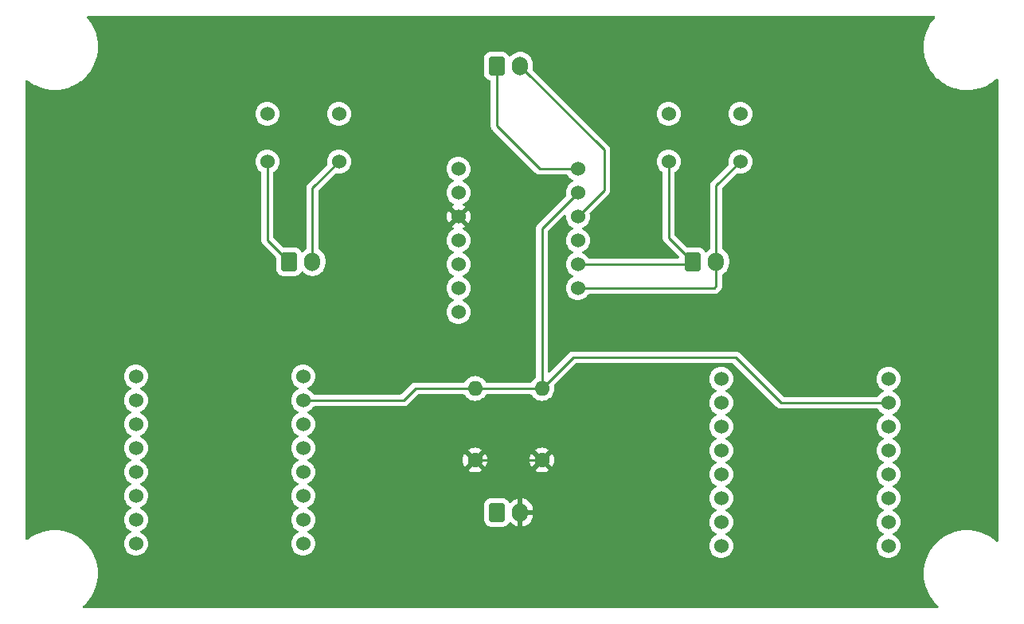
<source format=gtl>
%TF.GenerationSoftware,KiCad,Pcbnew,6.0.11-2627ca5db0~126~ubuntu20.04.1*%
%TF.CreationDate,2023-02-06T13:11:45-05:00*%
%TF.ProjectId,PowerSwitches,506f7765-7253-4776-9974-636865732e6b,rev?*%
%TF.SameCoordinates,Original*%
%TF.FileFunction,Copper,L1,Top*%
%TF.FilePolarity,Positive*%
%FSLAX46Y46*%
G04 Gerber Fmt 4.6, Leading zero omitted, Abs format (unit mm)*
G04 Created by KiCad (PCBNEW 6.0.11-2627ca5db0~126~ubuntu20.04.1) date 2023-02-06 13:11:45*
%MOMM*%
%LPD*%
G01*
G04 APERTURE LIST*
G04 Aperture macros list*
%AMRoundRect*
0 Rectangle with rounded corners*
0 $1 Rounding radius*
0 $2 $3 $4 $5 $6 $7 $8 $9 X,Y pos of 4 corners*
0 Add a 4 corners polygon primitive as box body*
4,1,4,$2,$3,$4,$5,$6,$7,$8,$9,$2,$3,0*
0 Add four circle primitives for the rounded corners*
1,1,$1+$1,$2,$3*
1,1,$1+$1,$4,$5*
1,1,$1+$1,$6,$7*
1,1,$1+$1,$8,$9*
0 Add four rect primitives between the rounded corners*
20,1,$1+$1,$2,$3,$4,$5,0*
20,1,$1+$1,$4,$5,$6,$7,0*
20,1,$1+$1,$6,$7,$8,$9,0*
20,1,$1+$1,$8,$9,$2,$3,0*%
G04 Aperture macros list end*
%TA.AperFunction,ComponentPad*%
%ADD10C,1.524000*%
%TD*%
%TA.AperFunction,ComponentPad*%
%ADD11RoundRect,0.250000X-0.600000X-0.750000X0.600000X-0.750000X0.600000X0.750000X-0.600000X0.750000X0*%
%TD*%
%TA.AperFunction,ComponentPad*%
%ADD12O,1.700000X2.000000*%
%TD*%
%TA.AperFunction,ComponentPad*%
%ADD13C,1.600000*%
%TD*%
%TA.AperFunction,ComponentPad*%
%ADD14O,1.600000X1.600000*%
%TD*%
%TA.AperFunction,Conductor*%
%ADD15C,0.250000*%
%TD*%
G04 APERTURE END LIST*
D10*
X124460000Y-100838000D03*
X124460000Y-98298000D03*
X124460000Y-95758000D03*
X124460000Y-93218000D03*
X124460000Y-90678000D03*
X124460000Y-88138000D03*
X124460000Y-85598000D03*
X124460000Y-83058000D03*
X106680000Y-83058000D03*
X106680000Y-85598000D03*
X106680000Y-88138000D03*
X106680000Y-90678000D03*
X106680000Y-93218000D03*
X106680000Y-95758000D03*
X106680000Y-98298000D03*
X106680000Y-100838000D03*
D11*
X145034000Y-50038000D03*
D12*
X147534000Y-50038000D03*
D13*
X142748000Y-91948000D03*
D14*
X142748000Y-84328000D03*
D11*
X122956000Y-70849000D03*
D12*
X125456000Y-70849000D03*
D10*
X140970000Y-60960000D03*
X140970000Y-63500000D03*
X140970000Y-66040000D03*
X140970000Y-68580000D03*
X140970000Y-71120000D03*
X140970000Y-73660000D03*
X140970000Y-76200000D03*
X153670000Y-73660000D03*
X153670000Y-71120000D03*
X153670000Y-68580000D03*
X153670000Y-66040000D03*
X153670000Y-63500000D03*
X153670000Y-60960000D03*
D11*
X145054000Y-97519000D03*
D12*
X147554000Y-97519000D03*
D10*
X170942000Y-60198000D03*
X163322000Y-60198000D03*
X170942000Y-55118000D03*
X163322000Y-55118000D03*
D13*
X149860000Y-91948000D03*
D14*
X149860000Y-84328000D03*
D10*
X128270000Y-60198000D03*
X120650000Y-60198000D03*
X128270000Y-55118000D03*
X120650000Y-55118000D03*
X186690000Y-101092000D03*
X186690000Y-98552000D03*
X186690000Y-96012000D03*
X186690000Y-93472000D03*
X186690000Y-90932000D03*
X186690000Y-88392000D03*
X186690000Y-85852000D03*
X186690000Y-83312000D03*
X168910000Y-83312000D03*
X168910000Y-85852000D03*
X168910000Y-88392000D03*
X168910000Y-90932000D03*
X168910000Y-93472000D03*
X168910000Y-96012000D03*
X168910000Y-98552000D03*
X168910000Y-101092000D03*
D11*
X165882000Y-70849000D03*
D12*
X168382000Y-70849000D03*
D15*
X149860000Y-91948000D02*
X142748000Y-91948000D01*
X147554000Y-97519000D02*
X147554000Y-94254000D01*
X147554000Y-94254000D02*
X149860000Y-91948000D01*
X165882000Y-70849000D02*
X163322000Y-68289000D01*
X153670000Y-71120000D02*
X165611000Y-71120000D01*
X163322000Y-68289000D02*
X163322000Y-60198000D01*
X168382000Y-62758000D02*
X170942000Y-60198000D01*
X153670000Y-73660000D02*
X168148000Y-73660000D01*
X168382000Y-73426000D02*
X168382000Y-70849000D01*
X168382000Y-70849000D02*
X168382000Y-62758000D01*
X168148000Y-73660000D02*
X168382000Y-73426000D01*
X145034000Y-56388000D02*
X145034000Y-50038000D01*
X149606000Y-60960000D02*
X145034000Y-56388000D01*
X153670000Y-60960000D02*
X149606000Y-60960000D01*
X153670000Y-66040000D02*
X156464000Y-63246000D01*
X156464000Y-63246000D02*
X156464000Y-58968000D01*
X156464000Y-58968000D02*
X147534000Y-50038000D01*
X135128000Y-85598000D02*
X124460000Y-85598000D01*
X170434000Y-81026000D02*
X175260000Y-85852000D01*
X153670000Y-63500000D02*
X149860000Y-67310000D01*
X149860000Y-67310000D02*
X149860000Y-84328000D01*
X136398000Y-84328000D02*
X135128000Y-85598000D01*
X175260000Y-85852000D02*
X186690000Y-85852000D01*
X149860000Y-84328000D02*
X153162000Y-81026000D01*
X153162000Y-81026000D02*
X170434000Y-81026000D01*
X142748000Y-84328000D02*
X136398000Y-84328000D01*
X149860000Y-84328000D02*
X142748000Y-84328000D01*
X120650000Y-68543000D02*
X120650000Y-60198000D01*
X122956000Y-70849000D02*
X120650000Y-68543000D01*
X125456000Y-70849000D02*
X125456000Y-63012000D01*
X125456000Y-63012000D02*
X128270000Y-60198000D01*
%TA.AperFunction,Conductor*%
G36*
X191595014Y-44736502D02*
G01*
X191641507Y-44790158D01*
X191651611Y-44860432D01*
X191623908Y-44922900D01*
X191365835Y-45234304D01*
X191364192Y-45236708D01*
X191127180Y-45583503D01*
X191127174Y-45583513D01*
X191125537Y-45585908D01*
X191124131Y-45588439D01*
X191124125Y-45588449D01*
X190920161Y-45955653D01*
X190920157Y-45955662D01*
X190918744Y-45958205D01*
X190917571Y-45960872D01*
X190917566Y-45960881D01*
X190766145Y-46305012D01*
X190747225Y-46348012D01*
X190612445Y-46751996D01*
X190611781Y-46754839D01*
X190519251Y-47150901D01*
X190515559Y-47166703D01*
X190457393Y-47588586D01*
X190438445Y-48014038D01*
X190438585Y-48016953D01*
X190456813Y-48396422D01*
X190458878Y-48439422D01*
X190459286Y-48442306D01*
X190459286Y-48442307D01*
X190512835Y-48820928D01*
X190518516Y-48861099D01*
X190519187Y-48863926D01*
X190519188Y-48863932D01*
X190554591Y-49013114D01*
X190616850Y-49275465D01*
X190617781Y-49278223D01*
X190617784Y-49278234D01*
X190669094Y-49430259D01*
X190753038Y-49678976D01*
X190754222Y-49681641D01*
X190900427Y-50010795D01*
X190925917Y-50068182D01*
X190927340Y-50070723D01*
X190927342Y-50070727D01*
X191132586Y-50437217D01*
X191134008Y-50439756D01*
X191375532Y-50790519D01*
X191377395Y-50792751D01*
X191377401Y-50792759D01*
X191418208Y-50841650D01*
X191648424Y-51117473D01*
X191650492Y-51119530D01*
X191914475Y-51382134D01*
X191950349Y-51417821D01*
X191952591Y-51419672D01*
X191952596Y-51419677D01*
X192276486Y-51687147D01*
X192276494Y-51687153D01*
X192278727Y-51688997D01*
X192281136Y-51690637D01*
X192281137Y-51690638D01*
X192628332Y-51927035D01*
X192628337Y-51927038D01*
X192630750Y-51928681D01*
X192633298Y-51930091D01*
X192633307Y-51930096D01*
X192900375Y-52077829D01*
X193003408Y-52134824D01*
X193006074Y-52135992D01*
X193006075Y-52135992D01*
X193297426Y-52263583D01*
X193393514Y-52305663D01*
X193797733Y-52439737D01*
X193800559Y-52440392D01*
X193800566Y-52440394D01*
X194209763Y-52535240D01*
X194209772Y-52535242D01*
X194212608Y-52535899D01*
X194634592Y-52593329D01*
X194637442Y-52593456D01*
X194637443Y-52593456D01*
X194928914Y-52606437D01*
X194928931Y-52606437D01*
X194930337Y-52606500D01*
X195153369Y-52606500D01*
X195154809Y-52606433D01*
X195154824Y-52606433D01*
X195293718Y-52600004D01*
X195469418Y-52591872D01*
X195891199Y-52532970D01*
X195894021Y-52532305D01*
X195894029Y-52532304D01*
X196302896Y-52436028D01*
X196302901Y-52436026D01*
X196305736Y-52435359D01*
X196692236Y-52305663D01*
X196706728Y-52300800D01*
X196706731Y-52300799D01*
X196709484Y-52299875D01*
X196712142Y-52298700D01*
X197096344Y-52128847D01*
X197096350Y-52128844D01*
X197098992Y-52127676D01*
X197470928Y-51920233D01*
X197617805Y-51819476D01*
X197819706Y-51680973D01*
X197819713Y-51680968D01*
X197822112Y-51679322D01*
X198058862Y-51482419D01*
X198147300Y-51408866D01*
X198147302Y-51408864D01*
X198149541Y-51407002D01*
X198151602Y-51404937D01*
X198151609Y-51404931D01*
X198158329Y-51398200D01*
X198220612Y-51364121D01*
X198291432Y-51369126D01*
X198348304Y-51411624D01*
X198373171Y-51478123D01*
X198373500Y-51487219D01*
X198373500Y-100525728D01*
X198353498Y-100593849D01*
X198299842Y-100640342D01*
X198229568Y-100650446D01*
X198164988Y-100620952D01*
X198158639Y-100615057D01*
X198152799Y-100609248D01*
X198137651Y-100594179D01*
X198135409Y-100592328D01*
X198135404Y-100592323D01*
X197811514Y-100324853D01*
X197811506Y-100324847D01*
X197809273Y-100323003D01*
X197728963Y-100268322D01*
X197459668Y-100084965D01*
X197459663Y-100084962D01*
X197457250Y-100083319D01*
X197454702Y-100081909D01*
X197454693Y-100081904D01*
X197109508Y-99890959D01*
X197084592Y-99877176D01*
X196990618Y-99836022D01*
X196697158Y-99707507D01*
X196697155Y-99707506D01*
X196694486Y-99706337D01*
X196290267Y-99572263D01*
X196287441Y-99571608D01*
X196287434Y-99571606D01*
X195878237Y-99476760D01*
X195878228Y-99476758D01*
X195875392Y-99476101D01*
X195453408Y-99418671D01*
X195450558Y-99418544D01*
X195450557Y-99418544D01*
X195159086Y-99405563D01*
X195159069Y-99405563D01*
X195157663Y-99405500D01*
X194934631Y-99405500D01*
X194933191Y-99405567D01*
X194933176Y-99405567D01*
X194794282Y-99411996D01*
X194618582Y-99420128D01*
X194196801Y-99479030D01*
X194193979Y-99479695D01*
X194193971Y-99479696D01*
X193785104Y-99575972D01*
X193785099Y-99575974D01*
X193782264Y-99576641D01*
X193607523Y-99635278D01*
X193381272Y-99711200D01*
X193381269Y-99711201D01*
X193378516Y-99712125D01*
X193375860Y-99713299D01*
X193375858Y-99713300D01*
X192991656Y-99883153D01*
X192991650Y-99883156D01*
X192989008Y-99884324D01*
X192617072Y-100091767D01*
X192470195Y-100192524D01*
X192268294Y-100331027D01*
X192268287Y-100331032D01*
X192265888Y-100332678D01*
X192151069Y-100428172D01*
X191944500Y-100599974D01*
X191938459Y-100604998D01*
X191882441Y-100661114D01*
X191651488Y-100892470D01*
X191637583Y-100906399D01*
X191365835Y-101234304D01*
X191364192Y-101236708D01*
X191127180Y-101583503D01*
X191127174Y-101583513D01*
X191125537Y-101585908D01*
X191124131Y-101588439D01*
X191124125Y-101588449D01*
X190920161Y-101955653D01*
X190920157Y-101955662D01*
X190918744Y-101958205D01*
X190917571Y-101960872D01*
X190917566Y-101960881D01*
X190752607Y-102335780D01*
X190747225Y-102348012D01*
X190612445Y-102751996D01*
X190611781Y-102754839D01*
X190519251Y-103150901D01*
X190515559Y-103166703D01*
X190457393Y-103588586D01*
X190438445Y-104014038D01*
X190438585Y-104016953D01*
X190458248Y-104426298D01*
X190458878Y-104439422D01*
X190518516Y-104861099D01*
X190616850Y-105275465D01*
X190617781Y-105278223D01*
X190617784Y-105278234D01*
X190697676Y-105514944D01*
X190753038Y-105678976D01*
X190754222Y-105681641D01*
X190919527Y-106053795D01*
X190925917Y-106068182D01*
X191134008Y-106439756D01*
X191375532Y-106790519D01*
X191377395Y-106792751D01*
X191377401Y-106792759D01*
X191532881Y-106979040D01*
X191648424Y-107117473D01*
X191950349Y-107417821D01*
X191952591Y-107419672D01*
X191952596Y-107419677D01*
X192001843Y-107460345D01*
X192041632Y-107519144D01*
X192043316Y-107590121D01*
X192006360Y-107650741D01*
X191942497Y-107681757D01*
X191921612Y-107683500D01*
X101165634Y-107683500D01*
X101097513Y-107663498D01*
X101051020Y-107609842D01*
X101040916Y-107539568D01*
X101070410Y-107474988D01*
X101085065Y-107460626D01*
X101147300Y-107408866D01*
X101147302Y-107408864D01*
X101149541Y-107407002D01*
X101373500Y-107182652D01*
X101448363Y-107107659D01*
X101448367Y-107107654D01*
X101450417Y-107105601D01*
X101722165Y-106777696D01*
X101954860Y-106437217D01*
X101960820Y-106428497D01*
X101960826Y-106428487D01*
X101962463Y-106426092D01*
X101963869Y-106423561D01*
X101963875Y-106423551D01*
X102167839Y-106056347D01*
X102167843Y-106056338D01*
X102169256Y-106053795D01*
X102170429Y-106051128D01*
X102170434Y-106051119D01*
X102339601Y-105666657D01*
X102339604Y-105666650D01*
X102340775Y-105663988D01*
X102475555Y-105260004D01*
X102509677Y-105113949D01*
X102571776Y-104848145D01*
X102571777Y-104848137D01*
X102572441Y-104845297D01*
X102630607Y-104423414D01*
X102649555Y-103997962D01*
X102629891Y-103588586D01*
X102629262Y-103575483D01*
X102629261Y-103575473D01*
X102629122Y-103572578D01*
X102569484Y-103150901D01*
X102471150Y-102736535D01*
X102470219Y-102733777D01*
X102470216Y-102733766D01*
X102340171Y-102348457D01*
X102334962Y-102333024D01*
X102169662Y-101960881D01*
X102163271Y-101946492D01*
X102163269Y-101946488D01*
X102162083Y-101943818D01*
X102144142Y-101911781D01*
X101955414Y-101574783D01*
X101955413Y-101574781D01*
X101953992Y-101572244D01*
X101927093Y-101533178D01*
X101748766Y-101274196D01*
X101712468Y-101221481D01*
X101710605Y-101219249D01*
X101710599Y-101219241D01*
X101441446Y-100896768D01*
X101439576Y-100894527D01*
X101382752Y-100838000D01*
X105404647Y-100838000D01*
X105424022Y-101059463D01*
X105481560Y-101274196D01*
X105483882Y-101279177D01*
X105483883Y-101279178D01*
X105573186Y-101470689D01*
X105573189Y-101470694D01*
X105575512Y-101475676D01*
X105578668Y-101480183D01*
X105578669Y-101480185D01*
X105608569Y-101522886D01*
X105703023Y-101657781D01*
X105860219Y-101814977D01*
X105864727Y-101818134D01*
X105864730Y-101818136D01*
X105940495Y-101871187D01*
X106042323Y-101942488D01*
X106047305Y-101944811D01*
X106047310Y-101944814D01*
X106238822Y-102034117D01*
X106243804Y-102036440D01*
X106249112Y-102037862D01*
X106249114Y-102037863D01*
X106314949Y-102055503D01*
X106458537Y-102093978D01*
X106680000Y-102113353D01*
X106901463Y-102093978D01*
X107045051Y-102055503D01*
X107110886Y-102037863D01*
X107110888Y-102037862D01*
X107116196Y-102036440D01*
X107121178Y-102034117D01*
X107312690Y-101944814D01*
X107312695Y-101944811D01*
X107317677Y-101942488D01*
X107419505Y-101871187D01*
X107495270Y-101818136D01*
X107495273Y-101818134D01*
X107499781Y-101814977D01*
X107656977Y-101657781D01*
X107751432Y-101522886D01*
X107781331Y-101480185D01*
X107781332Y-101480183D01*
X107784488Y-101475676D01*
X107786811Y-101470694D01*
X107786814Y-101470689D01*
X107876117Y-101279178D01*
X107876118Y-101279177D01*
X107878440Y-101274196D01*
X107935978Y-101059463D01*
X107955353Y-100838000D01*
X123184647Y-100838000D01*
X123204022Y-101059463D01*
X123261560Y-101274196D01*
X123263882Y-101279177D01*
X123263883Y-101279178D01*
X123353186Y-101470689D01*
X123353189Y-101470694D01*
X123355512Y-101475676D01*
X123358668Y-101480183D01*
X123358669Y-101480185D01*
X123388569Y-101522886D01*
X123483023Y-101657781D01*
X123640219Y-101814977D01*
X123644727Y-101818134D01*
X123644730Y-101818136D01*
X123720495Y-101871187D01*
X123822323Y-101942488D01*
X123827305Y-101944811D01*
X123827310Y-101944814D01*
X124018822Y-102034117D01*
X124023804Y-102036440D01*
X124029112Y-102037862D01*
X124029114Y-102037863D01*
X124094949Y-102055503D01*
X124238537Y-102093978D01*
X124460000Y-102113353D01*
X124681463Y-102093978D01*
X124825051Y-102055503D01*
X124890886Y-102037863D01*
X124890888Y-102037862D01*
X124896196Y-102036440D01*
X124901178Y-102034117D01*
X125092690Y-101944814D01*
X125092695Y-101944811D01*
X125097677Y-101942488D01*
X125199505Y-101871187D01*
X125275270Y-101818136D01*
X125275273Y-101818134D01*
X125279781Y-101814977D01*
X125436977Y-101657781D01*
X125531432Y-101522886D01*
X125561331Y-101480185D01*
X125561332Y-101480183D01*
X125564488Y-101475676D01*
X125566811Y-101470694D01*
X125566814Y-101470689D01*
X125656117Y-101279178D01*
X125656118Y-101279177D01*
X125658440Y-101274196D01*
X125707260Y-101092000D01*
X167634647Y-101092000D01*
X167654022Y-101313463D01*
X167711560Y-101528196D01*
X167713882Y-101533177D01*
X167713883Y-101533178D01*
X167803186Y-101724689D01*
X167803189Y-101724694D01*
X167805512Y-101729676D01*
X167808668Y-101734183D01*
X167808669Y-101734185D01*
X167862512Y-101811080D01*
X167933023Y-101911781D01*
X168090219Y-102068977D01*
X168094727Y-102072134D01*
X168094730Y-102072136D01*
X168123890Y-102092554D01*
X168272323Y-102196488D01*
X168277305Y-102198811D01*
X168277310Y-102198814D01*
X168468822Y-102288117D01*
X168473804Y-102290440D01*
X168479112Y-102291862D01*
X168479114Y-102291863D01*
X168544949Y-102309503D01*
X168688537Y-102347978D01*
X168910000Y-102367353D01*
X169131463Y-102347978D01*
X169275051Y-102309503D01*
X169340886Y-102291863D01*
X169340888Y-102291862D01*
X169346196Y-102290440D01*
X169351178Y-102288117D01*
X169542690Y-102198814D01*
X169542695Y-102198811D01*
X169547677Y-102196488D01*
X169696110Y-102092554D01*
X169725270Y-102072136D01*
X169725273Y-102072134D01*
X169729781Y-102068977D01*
X169886977Y-101911781D01*
X169957489Y-101811080D01*
X170011331Y-101734185D01*
X170011332Y-101734183D01*
X170014488Y-101729676D01*
X170016811Y-101724694D01*
X170016814Y-101724689D01*
X170106117Y-101533178D01*
X170106118Y-101533177D01*
X170108440Y-101528196D01*
X170165978Y-101313463D01*
X170185353Y-101092000D01*
X170165978Y-100870537D01*
X170108440Y-100655804D01*
X170101230Y-100640342D01*
X170016814Y-100459311D01*
X170016811Y-100459306D01*
X170014488Y-100454324D01*
X169996176Y-100428172D01*
X169890136Y-100276730D01*
X169890134Y-100276727D01*
X169886977Y-100272219D01*
X169729781Y-100115023D01*
X169725273Y-100111866D01*
X169725270Y-100111864D01*
X169591531Y-100018219D01*
X169547677Y-99987512D01*
X169542695Y-99985189D01*
X169542690Y-99985186D01*
X169437627Y-99936195D01*
X169384342Y-99889278D01*
X169364881Y-99821001D01*
X169385423Y-99753041D01*
X169437627Y-99707805D01*
X169542690Y-99658814D01*
X169542695Y-99658811D01*
X169547677Y-99656488D01*
X169666653Y-99573180D01*
X169725270Y-99532136D01*
X169725273Y-99532134D01*
X169729781Y-99528977D01*
X169886977Y-99371781D01*
X169957489Y-99271080D01*
X170011331Y-99194185D01*
X170011332Y-99194183D01*
X170014488Y-99189676D01*
X170016811Y-99184694D01*
X170016814Y-99184689D01*
X170106117Y-98993178D01*
X170106118Y-98993177D01*
X170108440Y-98988196D01*
X170115697Y-98961115D01*
X170140565Y-98868305D01*
X170165978Y-98773463D01*
X170185353Y-98552000D01*
X170165978Y-98330537D01*
X170108440Y-98115804D01*
X170106117Y-98110822D01*
X170016814Y-97919311D01*
X170016811Y-97919306D01*
X170014488Y-97914324D01*
X170011331Y-97909815D01*
X169890136Y-97736730D01*
X169890134Y-97736727D01*
X169886977Y-97732219D01*
X169729781Y-97575023D01*
X169725273Y-97571866D01*
X169725270Y-97571864D01*
X169591531Y-97478219D01*
X169547677Y-97447512D01*
X169542695Y-97445189D01*
X169542690Y-97445186D01*
X169437627Y-97396195D01*
X169384342Y-97349278D01*
X169364881Y-97281001D01*
X169385423Y-97213041D01*
X169437627Y-97167805D01*
X169542690Y-97118814D01*
X169542695Y-97118811D01*
X169547677Y-97116488D01*
X169694076Y-97013978D01*
X169725270Y-96992136D01*
X169725273Y-96992134D01*
X169729781Y-96988977D01*
X169886977Y-96831781D01*
X169957489Y-96731080D01*
X170011331Y-96654185D01*
X170011332Y-96654183D01*
X170014488Y-96649676D01*
X170016811Y-96644694D01*
X170016814Y-96644689D01*
X170106117Y-96453178D01*
X170106118Y-96453177D01*
X170108440Y-96448196D01*
X170165978Y-96233463D01*
X170185353Y-96012000D01*
X170165978Y-95790537D01*
X170108440Y-95575804D01*
X170106117Y-95570822D01*
X170016814Y-95379311D01*
X170016811Y-95379306D01*
X170014488Y-95374324D01*
X170011331Y-95369815D01*
X169890136Y-95196730D01*
X169890134Y-95196727D01*
X169886977Y-95192219D01*
X169729781Y-95035023D01*
X169725273Y-95031866D01*
X169725270Y-95031864D01*
X169591531Y-94938219D01*
X169547677Y-94907512D01*
X169542695Y-94905189D01*
X169542690Y-94905186D01*
X169437627Y-94856195D01*
X169384342Y-94809278D01*
X169364881Y-94741001D01*
X169385423Y-94673041D01*
X169437627Y-94627805D01*
X169542690Y-94578814D01*
X169542695Y-94578811D01*
X169547677Y-94576488D01*
X169694076Y-94473978D01*
X169725270Y-94452136D01*
X169725273Y-94452134D01*
X169729781Y-94448977D01*
X169886977Y-94291781D01*
X169957489Y-94191080D01*
X170011331Y-94114185D01*
X170011332Y-94114183D01*
X170014488Y-94109676D01*
X170016811Y-94104694D01*
X170016814Y-94104689D01*
X170106117Y-93913178D01*
X170106118Y-93913177D01*
X170108440Y-93908196D01*
X170165978Y-93693463D01*
X170185353Y-93472000D01*
X170165978Y-93250537D01*
X170108440Y-93035804D01*
X170101801Y-93021566D01*
X170016814Y-92839311D01*
X170016811Y-92839306D01*
X170014488Y-92834324D01*
X170011331Y-92829815D01*
X169890136Y-92656730D01*
X169890134Y-92656727D01*
X169886977Y-92652219D01*
X169729781Y-92495023D01*
X169725273Y-92491866D01*
X169725270Y-92491864D01*
X169597973Y-92402730D01*
X169547677Y-92367512D01*
X169542695Y-92365189D01*
X169542690Y-92365186D01*
X169437627Y-92316195D01*
X169384342Y-92269278D01*
X169364881Y-92201001D01*
X169385423Y-92133041D01*
X169437627Y-92087805D01*
X169542690Y-92038814D01*
X169542695Y-92038811D01*
X169547677Y-92036488D01*
X169660369Y-91957580D01*
X169725270Y-91912136D01*
X169725273Y-91912134D01*
X169729781Y-91908977D01*
X169886977Y-91751781D01*
X169905393Y-91725481D01*
X170011331Y-91574185D01*
X170011332Y-91574183D01*
X170014488Y-91569676D01*
X170016811Y-91564694D01*
X170016814Y-91564689D01*
X170106117Y-91373178D01*
X170106118Y-91373177D01*
X170108440Y-91368196D01*
X170165978Y-91153463D01*
X170185353Y-90932000D01*
X170165978Y-90710537D01*
X170108440Y-90495804D01*
X170106117Y-90490822D01*
X170016814Y-90299311D01*
X170016811Y-90299306D01*
X170014488Y-90294324D01*
X170011331Y-90289815D01*
X169890136Y-90116730D01*
X169890134Y-90116727D01*
X169886977Y-90112219D01*
X169729781Y-89955023D01*
X169725273Y-89951866D01*
X169725270Y-89951864D01*
X169591531Y-89858219D01*
X169547677Y-89827512D01*
X169542695Y-89825189D01*
X169542690Y-89825186D01*
X169437627Y-89776195D01*
X169384342Y-89729278D01*
X169364881Y-89661001D01*
X169385423Y-89593041D01*
X169437627Y-89547805D01*
X169542690Y-89498814D01*
X169542695Y-89498811D01*
X169547677Y-89496488D01*
X169694076Y-89393978D01*
X169725270Y-89372136D01*
X169725273Y-89372134D01*
X169729781Y-89368977D01*
X169886977Y-89211781D01*
X169957489Y-89111080D01*
X170011331Y-89034185D01*
X170011332Y-89034183D01*
X170014488Y-89029676D01*
X170016811Y-89024694D01*
X170016814Y-89024689D01*
X170106117Y-88833178D01*
X170106118Y-88833177D01*
X170108440Y-88828196D01*
X170165978Y-88613463D01*
X170185353Y-88392000D01*
X170165978Y-88170537D01*
X170108440Y-87955804D01*
X170106117Y-87950822D01*
X170016814Y-87759311D01*
X170016811Y-87759306D01*
X170014488Y-87754324D01*
X170011331Y-87749815D01*
X169890136Y-87576730D01*
X169890134Y-87576727D01*
X169886977Y-87572219D01*
X169729781Y-87415023D01*
X169725273Y-87411866D01*
X169725270Y-87411864D01*
X169591531Y-87318219D01*
X169547677Y-87287512D01*
X169542695Y-87285189D01*
X169542690Y-87285186D01*
X169437627Y-87236195D01*
X169384342Y-87189278D01*
X169364881Y-87121001D01*
X169385423Y-87053041D01*
X169437627Y-87007805D01*
X169542690Y-86958814D01*
X169542695Y-86958811D01*
X169547677Y-86956488D01*
X169694076Y-86853978D01*
X169725270Y-86832136D01*
X169725273Y-86832134D01*
X169729781Y-86828977D01*
X169886977Y-86671781D01*
X169957489Y-86571080D01*
X170011331Y-86494185D01*
X170011332Y-86494183D01*
X170014488Y-86489676D01*
X170016811Y-86484694D01*
X170016814Y-86484689D01*
X170106117Y-86293178D01*
X170106118Y-86293177D01*
X170108440Y-86288196D01*
X170123109Y-86233453D01*
X170141449Y-86165006D01*
X170165978Y-86073463D01*
X170185353Y-85852000D01*
X170165978Y-85630537D01*
X170108440Y-85415804D01*
X170106117Y-85410822D01*
X170016814Y-85219311D01*
X170016811Y-85219306D01*
X170014488Y-85214324D01*
X170011331Y-85209815D01*
X169890136Y-85036730D01*
X169890134Y-85036727D01*
X169886977Y-85032219D01*
X169729781Y-84875023D01*
X169725273Y-84871866D01*
X169725270Y-84871864D01*
X169590137Y-84777243D01*
X169547677Y-84747512D01*
X169542695Y-84745189D01*
X169542690Y-84745186D01*
X169437627Y-84696195D01*
X169384342Y-84649278D01*
X169364881Y-84581001D01*
X169385423Y-84513041D01*
X169437627Y-84467805D01*
X169542690Y-84418814D01*
X169542695Y-84418811D01*
X169547677Y-84416488D01*
X169654025Y-84342022D01*
X169725270Y-84292136D01*
X169725273Y-84292134D01*
X169729781Y-84288977D01*
X169886977Y-84131781D01*
X169905456Y-84105391D01*
X170011331Y-83954185D01*
X170011332Y-83954183D01*
X170014488Y-83949676D01*
X170016811Y-83944694D01*
X170016814Y-83944689D01*
X170106117Y-83753178D01*
X170106118Y-83753177D01*
X170108440Y-83748196D01*
X170113855Y-83727989D01*
X170164554Y-83538776D01*
X170165978Y-83533463D01*
X170185353Y-83312000D01*
X170165978Y-83090537D01*
X170108440Y-82875804D01*
X170106117Y-82870822D01*
X170016814Y-82679311D01*
X170016811Y-82679306D01*
X170014488Y-82674324D01*
X170011331Y-82669815D01*
X169890136Y-82496730D01*
X169890134Y-82496727D01*
X169886977Y-82492219D01*
X169729781Y-82335023D01*
X169725273Y-82331866D01*
X169725270Y-82331864D01*
X169591531Y-82238219D01*
X169547677Y-82207512D01*
X169542695Y-82205189D01*
X169542690Y-82205186D01*
X169351178Y-82115883D01*
X169351177Y-82115882D01*
X169346196Y-82113560D01*
X169340888Y-82112138D01*
X169340886Y-82112137D01*
X169224767Y-82081023D01*
X169131463Y-82056022D01*
X168910000Y-82036647D01*
X168688537Y-82056022D01*
X168595233Y-82081023D01*
X168479114Y-82112137D01*
X168479112Y-82112138D01*
X168473804Y-82113560D01*
X168468823Y-82115882D01*
X168468822Y-82115883D01*
X168277311Y-82205186D01*
X168277306Y-82205189D01*
X168272324Y-82207512D01*
X168267817Y-82210668D01*
X168267815Y-82210669D01*
X168094730Y-82331864D01*
X168094727Y-82331866D01*
X168090219Y-82335023D01*
X167933023Y-82492219D01*
X167929866Y-82496727D01*
X167929864Y-82496730D01*
X167808669Y-82669815D01*
X167805512Y-82674324D01*
X167803189Y-82679306D01*
X167803186Y-82679311D01*
X167713883Y-82870822D01*
X167711560Y-82875804D01*
X167654022Y-83090537D01*
X167634647Y-83312000D01*
X167654022Y-83533463D01*
X167655446Y-83538776D01*
X167706146Y-83727989D01*
X167711560Y-83748196D01*
X167713882Y-83753177D01*
X167713883Y-83753178D01*
X167803186Y-83944689D01*
X167803189Y-83944694D01*
X167805512Y-83949676D01*
X167808668Y-83954183D01*
X167808669Y-83954185D01*
X167914545Y-84105391D01*
X167933023Y-84131781D01*
X168090219Y-84288977D01*
X168094727Y-84292134D01*
X168094730Y-84292136D01*
X168165975Y-84342022D01*
X168272323Y-84416488D01*
X168277305Y-84418811D01*
X168277310Y-84418814D01*
X168382373Y-84467805D01*
X168435658Y-84514722D01*
X168455119Y-84582999D01*
X168434577Y-84650959D01*
X168382373Y-84696195D01*
X168277311Y-84745186D01*
X168277306Y-84745189D01*
X168272324Y-84747512D01*
X168267817Y-84750668D01*
X168267815Y-84750669D01*
X168094730Y-84871864D01*
X168094727Y-84871866D01*
X168090219Y-84875023D01*
X167933023Y-85032219D01*
X167929866Y-85036727D01*
X167929864Y-85036730D01*
X167808669Y-85209815D01*
X167805512Y-85214324D01*
X167803189Y-85219306D01*
X167803186Y-85219311D01*
X167713883Y-85410822D01*
X167711560Y-85415804D01*
X167654022Y-85630537D01*
X167634647Y-85852000D01*
X167654022Y-86073463D01*
X167678551Y-86165006D01*
X167696892Y-86233453D01*
X167711560Y-86288196D01*
X167713882Y-86293177D01*
X167713883Y-86293178D01*
X167803186Y-86484689D01*
X167803189Y-86484694D01*
X167805512Y-86489676D01*
X167808668Y-86494183D01*
X167808669Y-86494185D01*
X167862512Y-86571080D01*
X167933023Y-86671781D01*
X168090219Y-86828977D01*
X168094727Y-86832134D01*
X168094730Y-86832136D01*
X168125924Y-86853978D01*
X168272323Y-86956488D01*
X168277305Y-86958811D01*
X168277310Y-86958814D01*
X168382373Y-87007805D01*
X168435658Y-87054722D01*
X168455119Y-87122999D01*
X168434577Y-87190959D01*
X168382373Y-87236195D01*
X168277311Y-87285186D01*
X168277306Y-87285189D01*
X168272324Y-87287512D01*
X168267817Y-87290668D01*
X168267815Y-87290669D01*
X168094730Y-87411864D01*
X168094727Y-87411866D01*
X168090219Y-87415023D01*
X167933023Y-87572219D01*
X167929866Y-87576727D01*
X167929864Y-87576730D01*
X167808669Y-87749815D01*
X167805512Y-87754324D01*
X167803189Y-87759306D01*
X167803186Y-87759311D01*
X167713883Y-87950822D01*
X167711560Y-87955804D01*
X167654022Y-88170537D01*
X167634647Y-88392000D01*
X167654022Y-88613463D01*
X167711560Y-88828196D01*
X167713882Y-88833177D01*
X167713883Y-88833178D01*
X167803186Y-89024689D01*
X167803189Y-89024694D01*
X167805512Y-89029676D01*
X167808668Y-89034183D01*
X167808669Y-89034185D01*
X167862512Y-89111080D01*
X167933023Y-89211781D01*
X168090219Y-89368977D01*
X168094727Y-89372134D01*
X168094730Y-89372136D01*
X168125924Y-89393978D01*
X168272323Y-89496488D01*
X168277305Y-89498811D01*
X168277310Y-89498814D01*
X168382373Y-89547805D01*
X168435658Y-89594722D01*
X168455119Y-89662999D01*
X168434577Y-89730959D01*
X168382373Y-89776195D01*
X168277311Y-89825186D01*
X168277306Y-89825189D01*
X168272324Y-89827512D01*
X168267817Y-89830668D01*
X168267815Y-89830669D01*
X168094730Y-89951864D01*
X168094727Y-89951866D01*
X168090219Y-89955023D01*
X167933023Y-90112219D01*
X167929866Y-90116727D01*
X167929864Y-90116730D01*
X167808669Y-90289815D01*
X167805512Y-90294324D01*
X167803189Y-90299306D01*
X167803186Y-90299311D01*
X167713883Y-90490822D01*
X167711560Y-90495804D01*
X167654022Y-90710537D01*
X167634647Y-90932000D01*
X167654022Y-91153463D01*
X167711560Y-91368196D01*
X167713882Y-91373177D01*
X167713883Y-91373178D01*
X167803186Y-91564689D01*
X167803189Y-91564694D01*
X167805512Y-91569676D01*
X167808668Y-91574183D01*
X167808669Y-91574185D01*
X167914608Y-91725481D01*
X167933023Y-91751781D01*
X168090219Y-91908977D01*
X168094727Y-91912134D01*
X168094730Y-91912136D01*
X168159631Y-91957580D01*
X168272323Y-92036488D01*
X168277305Y-92038811D01*
X168277310Y-92038814D01*
X168382373Y-92087805D01*
X168435658Y-92134722D01*
X168455119Y-92202999D01*
X168434577Y-92270959D01*
X168382373Y-92316195D01*
X168277311Y-92365186D01*
X168277306Y-92365189D01*
X168272324Y-92367512D01*
X168267817Y-92370668D01*
X168267815Y-92370669D01*
X168094730Y-92491864D01*
X168094727Y-92491866D01*
X168090219Y-92495023D01*
X167933023Y-92652219D01*
X167929866Y-92656727D01*
X167929864Y-92656730D01*
X167808669Y-92829815D01*
X167805512Y-92834324D01*
X167803189Y-92839306D01*
X167803186Y-92839311D01*
X167718199Y-93021566D01*
X167711560Y-93035804D01*
X167654022Y-93250537D01*
X167634647Y-93472000D01*
X167654022Y-93693463D01*
X167711560Y-93908196D01*
X167713882Y-93913177D01*
X167713883Y-93913178D01*
X167803186Y-94104689D01*
X167803189Y-94104694D01*
X167805512Y-94109676D01*
X167808668Y-94114183D01*
X167808669Y-94114185D01*
X167862512Y-94191080D01*
X167933023Y-94291781D01*
X168090219Y-94448977D01*
X168094727Y-94452134D01*
X168094730Y-94452136D01*
X168125924Y-94473978D01*
X168272323Y-94576488D01*
X168277305Y-94578811D01*
X168277310Y-94578814D01*
X168382373Y-94627805D01*
X168435658Y-94674722D01*
X168455119Y-94742999D01*
X168434577Y-94810959D01*
X168382373Y-94856195D01*
X168277311Y-94905186D01*
X168277306Y-94905189D01*
X168272324Y-94907512D01*
X168267817Y-94910668D01*
X168267815Y-94910669D01*
X168094730Y-95031864D01*
X168094727Y-95031866D01*
X168090219Y-95035023D01*
X167933023Y-95192219D01*
X167929866Y-95196727D01*
X167929864Y-95196730D01*
X167808669Y-95369815D01*
X167805512Y-95374324D01*
X167803189Y-95379306D01*
X167803186Y-95379311D01*
X167713883Y-95570822D01*
X167711560Y-95575804D01*
X167654022Y-95790537D01*
X167634647Y-96012000D01*
X167654022Y-96233463D01*
X167711560Y-96448196D01*
X167713882Y-96453177D01*
X167713883Y-96453178D01*
X167803186Y-96644689D01*
X167803189Y-96644694D01*
X167805512Y-96649676D01*
X167808668Y-96654183D01*
X167808669Y-96654185D01*
X167862512Y-96731080D01*
X167933023Y-96831781D01*
X168090219Y-96988977D01*
X168094727Y-96992134D01*
X168094730Y-96992136D01*
X168125924Y-97013978D01*
X168272323Y-97116488D01*
X168277305Y-97118811D01*
X168277310Y-97118814D01*
X168382373Y-97167805D01*
X168435658Y-97214722D01*
X168455119Y-97282999D01*
X168434577Y-97350959D01*
X168382373Y-97396195D01*
X168277311Y-97445186D01*
X168277306Y-97445189D01*
X168272324Y-97447512D01*
X168267817Y-97450668D01*
X168267815Y-97450669D01*
X168094730Y-97571864D01*
X168094727Y-97571866D01*
X168090219Y-97575023D01*
X167933023Y-97732219D01*
X167929866Y-97736727D01*
X167929864Y-97736730D01*
X167808669Y-97909815D01*
X167805512Y-97914324D01*
X167803189Y-97919306D01*
X167803186Y-97919311D01*
X167713883Y-98110822D01*
X167711560Y-98115804D01*
X167654022Y-98330537D01*
X167634647Y-98552000D01*
X167654022Y-98773463D01*
X167679435Y-98868305D01*
X167704304Y-98961115D01*
X167711560Y-98988196D01*
X167713882Y-98993177D01*
X167713883Y-98993178D01*
X167803186Y-99184689D01*
X167803189Y-99184694D01*
X167805512Y-99189676D01*
X167808668Y-99194183D01*
X167808669Y-99194185D01*
X167862512Y-99271080D01*
X167933023Y-99371781D01*
X168090219Y-99528977D01*
X168094727Y-99532134D01*
X168094730Y-99532136D01*
X168153347Y-99573180D01*
X168272323Y-99656488D01*
X168277305Y-99658811D01*
X168277310Y-99658814D01*
X168382373Y-99707805D01*
X168435658Y-99754722D01*
X168455119Y-99822999D01*
X168434577Y-99890959D01*
X168382373Y-99936195D01*
X168277311Y-99985186D01*
X168277306Y-99985189D01*
X168272324Y-99987512D01*
X168267817Y-99990668D01*
X168267815Y-99990669D01*
X168094730Y-100111864D01*
X168094727Y-100111866D01*
X168090219Y-100115023D01*
X167933023Y-100272219D01*
X167929866Y-100276727D01*
X167929864Y-100276730D01*
X167823824Y-100428172D01*
X167805512Y-100454324D01*
X167803189Y-100459306D01*
X167803186Y-100459311D01*
X167718770Y-100640342D01*
X167711560Y-100655804D01*
X167654022Y-100870537D01*
X167634647Y-101092000D01*
X125707260Y-101092000D01*
X125715978Y-101059463D01*
X125735353Y-100838000D01*
X125715978Y-100616537D01*
X125673849Y-100459311D01*
X125659863Y-100407114D01*
X125659862Y-100407112D01*
X125658440Y-100401804D01*
X125656117Y-100396822D01*
X125566814Y-100205311D01*
X125566811Y-100205306D01*
X125564488Y-100200324D01*
X125561331Y-100195815D01*
X125440136Y-100022730D01*
X125440134Y-100022727D01*
X125436977Y-100018219D01*
X125279781Y-99861023D01*
X125275273Y-99857866D01*
X125275270Y-99857864D01*
X125199505Y-99804813D01*
X125097677Y-99733512D01*
X125092695Y-99731189D01*
X125092690Y-99731186D01*
X124987627Y-99682195D01*
X124934342Y-99635278D01*
X124914881Y-99567001D01*
X124935423Y-99499041D01*
X124987627Y-99453805D01*
X125092690Y-99404814D01*
X125092695Y-99404811D01*
X125097677Y-99402488D01*
X125199505Y-99331187D01*
X125275270Y-99278136D01*
X125275273Y-99278134D01*
X125279781Y-99274977D01*
X125436977Y-99117781D01*
X125500193Y-99027500D01*
X125561331Y-98940185D01*
X125561332Y-98940183D01*
X125564488Y-98935676D01*
X125566811Y-98930694D01*
X125566814Y-98930689D01*
X125656117Y-98739178D01*
X125656118Y-98739177D01*
X125658440Y-98734196D01*
X125715978Y-98519463D01*
X125733481Y-98319400D01*
X143695500Y-98319400D01*
X143695837Y-98322646D01*
X143695837Y-98322650D01*
X143696656Y-98330537D01*
X143706474Y-98425166D01*
X143762450Y-98592946D01*
X143855522Y-98743348D01*
X143980697Y-98868305D01*
X143986927Y-98872145D01*
X143986928Y-98872146D01*
X144124090Y-98956694D01*
X144131262Y-98961115D01*
X144174701Y-98975523D01*
X144292611Y-99014632D01*
X144292613Y-99014632D01*
X144299139Y-99016797D01*
X144305975Y-99017497D01*
X144305978Y-99017498D01*
X144349031Y-99021909D01*
X144403600Y-99027500D01*
X145704400Y-99027500D01*
X145707646Y-99027163D01*
X145707650Y-99027163D01*
X145803308Y-99017238D01*
X145803312Y-99017237D01*
X145810166Y-99016526D01*
X145816702Y-99014345D01*
X145816704Y-99014345D01*
X145948806Y-98970272D01*
X145977946Y-98960550D01*
X146128348Y-98867478D01*
X146253305Y-98742303D01*
X146261576Y-98728886D01*
X146343352Y-98596220D01*
X146396124Y-98548727D01*
X146466196Y-98537303D01*
X146531320Y-98565577D01*
X146541782Y-98575364D01*
X146647234Y-98685906D01*
X146655186Y-98692941D01*
X146831525Y-98824141D01*
X146840562Y-98829745D01*
X147036484Y-98929357D01*
X147046335Y-98933357D01*
X147256240Y-98998534D01*
X147266624Y-99000817D01*
X147282043Y-99002861D01*
X147296207Y-99000665D01*
X147300000Y-98987478D01*
X147300000Y-98985192D01*
X147808000Y-98985192D01*
X147811973Y-98998723D01*
X147822580Y-99000248D01*
X147940421Y-98975523D01*
X147950617Y-98972463D01*
X148155029Y-98891737D01*
X148164561Y-98887006D01*
X148352462Y-98772984D01*
X148361052Y-98766720D01*
X148527052Y-98622673D01*
X148534472Y-98615042D01*
X148673826Y-98445089D01*
X148679850Y-98436322D01*
X148788576Y-98245318D01*
X148793041Y-98235654D01*
X148868031Y-98029059D01*
X148870802Y-98018792D01*
X148910123Y-97801345D01*
X148911056Y-97793116D01*
X148911268Y-97788624D01*
X148907525Y-97775876D01*
X148906135Y-97774671D01*
X148898452Y-97773000D01*
X147826115Y-97773000D01*
X147810876Y-97777475D01*
X147809671Y-97778865D01*
X147808000Y-97786548D01*
X147808000Y-98985192D01*
X147300000Y-98985192D01*
X147300000Y-97246885D01*
X147808000Y-97246885D01*
X147812475Y-97262124D01*
X147813865Y-97263329D01*
X147821548Y-97265000D01*
X148889970Y-97265000D01*
X148904648Y-97260690D01*
X148906711Y-97248807D01*
X148897876Y-97144675D01*
X148896086Y-97134203D01*
X148840870Y-96921465D01*
X148837335Y-96911425D01*
X148747063Y-96711030D01*
X148741894Y-96701744D01*
X148619150Y-96519425D01*
X148612481Y-96511130D01*
X148460772Y-96352100D01*
X148452814Y-96345059D01*
X148276475Y-96213859D01*
X148267438Y-96208255D01*
X148071516Y-96108643D01*
X148061665Y-96104643D01*
X147851760Y-96039466D01*
X147841376Y-96037183D01*
X147825957Y-96035139D01*
X147811793Y-96037335D01*
X147808000Y-96050522D01*
X147808000Y-97246885D01*
X147300000Y-97246885D01*
X147300000Y-96052808D01*
X147296027Y-96039277D01*
X147285420Y-96037752D01*
X147167579Y-96062477D01*
X147157383Y-96065537D01*
X146952971Y-96146263D01*
X146943439Y-96150994D01*
X146755538Y-96265016D01*
X146746948Y-96271280D01*
X146580948Y-96415327D01*
X146573530Y-96422956D01*
X146547609Y-96454569D01*
X146488949Y-96494564D01*
X146417979Y-96496496D01*
X146357230Y-96459752D01*
X146343030Y-96440982D01*
X146256332Y-96300880D01*
X146252478Y-96294652D01*
X146127303Y-96169695D01*
X146096965Y-96150994D01*
X145982968Y-96080725D01*
X145982966Y-96080724D01*
X145976738Y-96076885D01*
X145857498Y-96037335D01*
X145815389Y-96023368D01*
X145815387Y-96023368D01*
X145808861Y-96021203D01*
X145802025Y-96020503D01*
X145802022Y-96020502D01*
X145758969Y-96016091D01*
X145704400Y-96010500D01*
X144403600Y-96010500D01*
X144400354Y-96010837D01*
X144400350Y-96010837D01*
X144304692Y-96020762D01*
X144304688Y-96020763D01*
X144297834Y-96021474D01*
X144291298Y-96023655D01*
X144291296Y-96023655D01*
X144159194Y-96067728D01*
X144130054Y-96077450D01*
X143979652Y-96170522D01*
X143854695Y-96295697D01*
X143850855Y-96301927D01*
X143850854Y-96301928D01*
X143780954Y-96415327D01*
X143761885Y-96446262D01*
X143759581Y-96453209D01*
X143719759Y-96573270D01*
X143706203Y-96614139D01*
X143695500Y-96718600D01*
X143695500Y-98319400D01*
X125733481Y-98319400D01*
X125735353Y-98298000D01*
X125715978Y-98076537D01*
X125658440Y-97861804D01*
X125656117Y-97856822D01*
X125566814Y-97665311D01*
X125566811Y-97665306D01*
X125564488Y-97660324D01*
X125561331Y-97655815D01*
X125440136Y-97482730D01*
X125440134Y-97482727D01*
X125436977Y-97478219D01*
X125279781Y-97321023D01*
X125275273Y-97317866D01*
X125275270Y-97317864D01*
X125173901Y-97246885D01*
X125097677Y-97193512D01*
X125092695Y-97191189D01*
X125092690Y-97191186D01*
X125002217Y-97148998D01*
X124987627Y-97142195D01*
X124934342Y-97095278D01*
X124914881Y-97027001D01*
X124935423Y-96959041D01*
X124987627Y-96913805D01*
X125092690Y-96864814D01*
X125092695Y-96864811D01*
X125097677Y-96862488D01*
X125199505Y-96791187D01*
X125275270Y-96738136D01*
X125275273Y-96738134D01*
X125279781Y-96734977D01*
X125436977Y-96577781D01*
X125477839Y-96519425D01*
X125561331Y-96400185D01*
X125561332Y-96400183D01*
X125564488Y-96395676D01*
X125566811Y-96390694D01*
X125566814Y-96390689D01*
X125656117Y-96199178D01*
X125656118Y-96199177D01*
X125658440Y-96194196D01*
X125663620Y-96174866D01*
X125696325Y-96052808D01*
X125715978Y-95979463D01*
X125735353Y-95758000D01*
X125715978Y-95536537D01*
X125658440Y-95321804D01*
X125600117Y-95196730D01*
X125566814Y-95125311D01*
X125566811Y-95125306D01*
X125564488Y-95120324D01*
X125561331Y-95115815D01*
X125440136Y-94942730D01*
X125440134Y-94942727D01*
X125436977Y-94938219D01*
X125279781Y-94781023D01*
X125275273Y-94777866D01*
X125275270Y-94777864D01*
X125199505Y-94724813D01*
X125097677Y-94653512D01*
X125092695Y-94651189D01*
X125092690Y-94651186D01*
X124987627Y-94602195D01*
X124934342Y-94555278D01*
X124914881Y-94487001D01*
X124935423Y-94419041D01*
X124987627Y-94373805D01*
X125092690Y-94324814D01*
X125092695Y-94324811D01*
X125097677Y-94322488D01*
X125199505Y-94251187D01*
X125275270Y-94198136D01*
X125275273Y-94198134D01*
X125279781Y-94194977D01*
X125436977Y-94037781D01*
X125531432Y-93902886D01*
X125561331Y-93860185D01*
X125561332Y-93860183D01*
X125564488Y-93855676D01*
X125566811Y-93850694D01*
X125566814Y-93850689D01*
X125656117Y-93659178D01*
X125656118Y-93659177D01*
X125658440Y-93654196D01*
X125715978Y-93439463D01*
X125735353Y-93218000D01*
X125719261Y-93034062D01*
X142026493Y-93034062D01*
X142035789Y-93046077D01*
X142086994Y-93081931D01*
X142096489Y-93087414D01*
X142293947Y-93179490D01*
X142304239Y-93183236D01*
X142514688Y-93239625D01*
X142525481Y-93241528D01*
X142742525Y-93260517D01*
X142753475Y-93260517D01*
X142970519Y-93241528D01*
X142981312Y-93239625D01*
X143191761Y-93183236D01*
X143202053Y-93179490D01*
X143399511Y-93087414D01*
X143409006Y-93081931D01*
X143461048Y-93045491D01*
X143469424Y-93035012D01*
X143468925Y-93034062D01*
X149138493Y-93034062D01*
X149147789Y-93046077D01*
X149198994Y-93081931D01*
X149208489Y-93087414D01*
X149405947Y-93179490D01*
X149416239Y-93183236D01*
X149626688Y-93239625D01*
X149637481Y-93241528D01*
X149854525Y-93260517D01*
X149865475Y-93260517D01*
X150082519Y-93241528D01*
X150093312Y-93239625D01*
X150303761Y-93183236D01*
X150314053Y-93179490D01*
X150511511Y-93087414D01*
X150521006Y-93081931D01*
X150573048Y-93045491D01*
X150581424Y-93035012D01*
X150574356Y-93021566D01*
X149872812Y-92320022D01*
X149858868Y-92312408D01*
X149857035Y-92312539D01*
X149850420Y-92316790D01*
X149144923Y-93022287D01*
X149138493Y-93034062D01*
X143468925Y-93034062D01*
X143462356Y-93021566D01*
X142760812Y-92320022D01*
X142746868Y-92312408D01*
X142745035Y-92312539D01*
X142738420Y-92316790D01*
X142032923Y-93022287D01*
X142026493Y-93034062D01*
X125719261Y-93034062D01*
X125715978Y-92996537D01*
X125658440Y-92781804D01*
X125606075Y-92669507D01*
X125566814Y-92585311D01*
X125566811Y-92585306D01*
X125564488Y-92580324D01*
X125561331Y-92575815D01*
X125440136Y-92402730D01*
X125440134Y-92402727D01*
X125436977Y-92398219D01*
X125279781Y-92241023D01*
X125275273Y-92237866D01*
X125275270Y-92237864D01*
X125179091Y-92170519D01*
X125097677Y-92113512D01*
X125092695Y-92111189D01*
X125092690Y-92111186D01*
X124987627Y-92062195D01*
X124934342Y-92015278D01*
X124916726Y-91953475D01*
X141435483Y-91953475D01*
X141454472Y-92170519D01*
X141456375Y-92181312D01*
X141512764Y-92391761D01*
X141516510Y-92402053D01*
X141608586Y-92599511D01*
X141614069Y-92609006D01*
X141650509Y-92661048D01*
X141660988Y-92669424D01*
X141674434Y-92662356D01*
X142375978Y-91960812D01*
X142382356Y-91949132D01*
X143112408Y-91949132D01*
X143112539Y-91950965D01*
X143116790Y-91957580D01*
X143822287Y-92663077D01*
X143834062Y-92669507D01*
X143846077Y-92660211D01*
X143881931Y-92609006D01*
X143887414Y-92599511D01*
X143979490Y-92402053D01*
X143983236Y-92391761D01*
X144039625Y-92181312D01*
X144041528Y-92170519D01*
X144060517Y-91953475D01*
X148547483Y-91953475D01*
X148566472Y-92170519D01*
X148568375Y-92181312D01*
X148624764Y-92391761D01*
X148628510Y-92402053D01*
X148720586Y-92599511D01*
X148726069Y-92609006D01*
X148762509Y-92661048D01*
X148772988Y-92669424D01*
X148786434Y-92662356D01*
X149487978Y-91960812D01*
X149494356Y-91949132D01*
X150224408Y-91949132D01*
X150224539Y-91950965D01*
X150228790Y-91957580D01*
X150934287Y-92663077D01*
X150946062Y-92669507D01*
X150958077Y-92660211D01*
X150993931Y-92609006D01*
X150999414Y-92599511D01*
X151091490Y-92402053D01*
X151095236Y-92391761D01*
X151151625Y-92181312D01*
X151153528Y-92170519D01*
X151172517Y-91953475D01*
X151172517Y-91942525D01*
X151153528Y-91725481D01*
X151151625Y-91714688D01*
X151095236Y-91504239D01*
X151091490Y-91493947D01*
X150999414Y-91296489D01*
X150993931Y-91286994D01*
X150957491Y-91234952D01*
X150947012Y-91226576D01*
X150933566Y-91233644D01*
X150232022Y-91935188D01*
X150224408Y-91949132D01*
X149494356Y-91949132D01*
X149495592Y-91946868D01*
X149495461Y-91945035D01*
X149491210Y-91938420D01*
X148785713Y-91232923D01*
X148773938Y-91226493D01*
X148761923Y-91235789D01*
X148726069Y-91286994D01*
X148720586Y-91296489D01*
X148628510Y-91493947D01*
X148624764Y-91504239D01*
X148568375Y-91714688D01*
X148566472Y-91725481D01*
X148547483Y-91942525D01*
X148547483Y-91953475D01*
X144060517Y-91953475D01*
X144060517Y-91942525D01*
X144041528Y-91725481D01*
X144039625Y-91714688D01*
X143983236Y-91504239D01*
X143979490Y-91493947D01*
X143887414Y-91296489D01*
X143881931Y-91286994D01*
X143845491Y-91234952D01*
X143835012Y-91226576D01*
X143821566Y-91233644D01*
X143120022Y-91935188D01*
X143112408Y-91949132D01*
X142382356Y-91949132D01*
X142383592Y-91946868D01*
X142383461Y-91945035D01*
X142379210Y-91938420D01*
X141673713Y-91232923D01*
X141661938Y-91226493D01*
X141649923Y-91235789D01*
X141614069Y-91286994D01*
X141608586Y-91296489D01*
X141516510Y-91493947D01*
X141512764Y-91504239D01*
X141456375Y-91714688D01*
X141454472Y-91725481D01*
X141435483Y-91942525D01*
X141435483Y-91953475D01*
X124916726Y-91953475D01*
X124914881Y-91947001D01*
X124935423Y-91879041D01*
X124987627Y-91833805D01*
X125092690Y-91784814D01*
X125092695Y-91784811D01*
X125097677Y-91782488D01*
X125199505Y-91711187D01*
X125275270Y-91658136D01*
X125275273Y-91658134D01*
X125279781Y-91654977D01*
X125436977Y-91497781D01*
X125531432Y-91362886D01*
X125561331Y-91320185D01*
X125561332Y-91320183D01*
X125564488Y-91315676D01*
X125566811Y-91310694D01*
X125566814Y-91310689D01*
X125656117Y-91119178D01*
X125656118Y-91119177D01*
X125658440Y-91114196D01*
X125715978Y-90899463D01*
X125719344Y-90860988D01*
X142026576Y-90860988D01*
X142033644Y-90874434D01*
X142735188Y-91575978D01*
X142749132Y-91583592D01*
X142750965Y-91583461D01*
X142757580Y-91579210D01*
X143463077Y-90873713D01*
X143469507Y-90861938D01*
X143468772Y-90860988D01*
X149138576Y-90860988D01*
X149145644Y-90874434D01*
X149847188Y-91575978D01*
X149861132Y-91583592D01*
X149862965Y-91583461D01*
X149869580Y-91579210D01*
X150575077Y-90873713D01*
X150581507Y-90861938D01*
X150572211Y-90849923D01*
X150521006Y-90814069D01*
X150511511Y-90808586D01*
X150314053Y-90716510D01*
X150303761Y-90712764D01*
X150093312Y-90656375D01*
X150082519Y-90654472D01*
X149865475Y-90635483D01*
X149854525Y-90635483D01*
X149637481Y-90654472D01*
X149626688Y-90656375D01*
X149416239Y-90712764D01*
X149405947Y-90716510D01*
X149208489Y-90808586D01*
X149198994Y-90814069D01*
X149146952Y-90850509D01*
X149138576Y-90860988D01*
X143468772Y-90860988D01*
X143460211Y-90849923D01*
X143409006Y-90814069D01*
X143399511Y-90808586D01*
X143202053Y-90716510D01*
X143191761Y-90712764D01*
X142981312Y-90656375D01*
X142970519Y-90654472D01*
X142753475Y-90635483D01*
X142742525Y-90635483D01*
X142525481Y-90654472D01*
X142514688Y-90656375D01*
X142304239Y-90712764D01*
X142293947Y-90716510D01*
X142096489Y-90808586D01*
X142086994Y-90814069D01*
X142034952Y-90850509D01*
X142026576Y-90860988D01*
X125719344Y-90860988D01*
X125735353Y-90678000D01*
X125715978Y-90456537D01*
X125658440Y-90241804D01*
X125600117Y-90116730D01*
X125566814Y-90045311D01*
X125566811Y-90045306D01*
X125564488Y-90040324D01*
X125561331Y-90035815D01*
X125440136Y-89862730D01*
X125440134Y-89862727D01*
X125436977Y-89858219D01*
X125279781Y-89701023D01*
X125275273Y-89697866D01*
X125275270Y-89697864D01*
X125199505Y-89644813D01*
X125097677Y-89573512D01*
X125092695Y-89571189D01*
X125092690Y-89571186D01*
X124987627Y-89522195D01*
X124934342Y-89475278D01*
X124914881Y-89407001D01*
X124935423Y-89339041D01*
X124987627Y-89293805D01*
X125092690Y-89244814D01*
X125092695Y-89244811D01*
X125097677Y-89242488D01*
X125199505Y-89171187D01*
X125275270Y-89118136D01*
X125275273Y-89118134D01*
X125279781Y-89114977D01*
X125436977Y-88957781D01*
X125531432Y-88822886D01*
X125561331Y-88780185D01*
X125561332Y-88780183D01*
X125564488Y-88775676D01*
X125566811Y-88770694D01*
X125566814Y-88770689D01*
X125656117Y-88579178D01*
X125656118Y-88579177D01*
X125658440Y-88574196D01*
X125715978Y-88359463D01*
X125735353Y-88138000D01*
X125715978Y-87916537D01*
X125658440Y-87701804D01*
X125600117Y-87576730D01*
X125566814Y-87505311D01*
X125566811Y-87505306D01*
X125564488Y-87500324D01*
X125561331Y-87495815D01*
X125440136Y-87322730D01*
X125440134Y-87322727D01*
X125436977Y-87318219D01*
X125279781Y-87161023D01*
X125275273Y-87157866D01*
X125275270Y-87157864D01*
X125199505Y-87104813D01*
X125097677Y-87033512D01*
X125092695Y-87031189D01*
X125092690Y-87031186D01*
X124987627Y-86982195D01*
X124934342Y-86935278D01*
X124914881Y-86867001D01*
X124935423Y-86799041D01*
X124987627Y-86753805D01*
X125092690Y-86704814D01*
X125092695Y-86704811D01*
X125097677Y-86702488D01*
X125199505Y-86631187D01*
X125275270Y-86578136D01*
X125275273Y-86578134D01*
X125279781Y-86574977D01*
X125436977Y-86417781D01*
X125448298Y-86401614D01*
X125529791Y-86285229D01*
X125585248Y-86240901D01*
X125633004Y-86231500D01*
X135049233Y-86231500D01*
X135060416Y-86232027D01*
X135067909Y-86233702D01*
X135075835Y-86233453D01*
X135075836Y-86233453D01*
X135135986Y-86231562D01*
X135139945Y-86231500D01*
X135167856Y-86231500D01*
X135171791Y-86231003D01*
X135171856Y-86230995D01*
X135183693Y-86230062D01*
X135215951Y-86229048D01*
X135219970Y-86228922D01*
X135227889Y-86228673D01*
X135247343Y-86223021D01*
X135266700Y-86219013D01*
X135278930Y-86217468D01*
X135278931Y-86217468D01*
X135286797Y-86216474D01*
X135294168Y-86213555D01*
X135294170Y-86213555D01*
X135327912Y-86200196D01*
X135339142Y-86196351D01*
X135373983Y-86186229D01*
X135373984Y-86186229D01*
X135381593Y-86184018D01*
X135388412Y-86179985D01*
X135388417Y-86179983D01*
X135399028Y-86173707D01*
X135416776Y-86165012D01*
X135435617Y-86157552D01*
X135471387Y-86131564D01*
X135481307Y-86125048D01*
X135512535Y-86106580D01*
X135512538Y-86106578D01*
X135519362Y-86102542D01*
X135533683Y-86088221D01*
X135548717Y-86075380D01*
X135565107Y-86063472D01*
X135593298Y-86029395D01*
X135601288Y-86020616D01*
X136623499Y-84998405D01*
X136685811Y-84964379D01*
X136712594Y-84961500D01*
X141528606Y-84961500D01*
X141596727Y-84981502D01*
X141631819Y-85015229D01*
X141738643Y-85167789D01*
X141741802Y-85172300D01*
X141903700Y-85334198D01*
X141908208Y-85337355D01*
X141908211Y-85337357D01*
X141956578Y-85371224D01*
X142091251Y-85465523D01*
X142096233Y-85467846D01*
X142096238Y-85467849D01*
X142293775Y-85559961D01*
X142298757Y-85562284D01*
X142304065Y-85563706D01*
X142304067Y-85563707D01*
X142514598Y-85620119D01*
X142514600Y-85620119D01*
X142519913Y-85621543D01*
X142748000Y-85641498D01*
X142976087Y-85621543D01*
X142981400Y-85620119D01*
X142981402Y-85620119D01*
X143191933Y-85563707D01*
X143191935Y-85563706D01*
X143197243Y-85562284D01*
X143202225Y-85559961D01*
X143399762Y-85467849D01*
X143399767Y-85467846D01*
X143404749Y-85465523D01*
X143539422Y-85371224D01*
X143587789Y-85337357D01*
X143587792Y-85337355D01*
X143592300Y-85334198D01*
X143754198Y-85172300D01*
X143757357Y-85167789D01*
X143864181Y-85015229D01*
X143919638Y-84970901D01*
X143967394Y-84961500D01*
X148640606Y-84961500D01*
X148708727Y-84981502D01*
X148743819Y-85015229D01*
X148850643Y-85167789D01*
X148853802Y-85172300D01*
X149015700Y-85334198D01*
X149020208Y-85337355D01*
X149020211Y-85337357D01*
X149068578Y-85371224D01*
X149203251Y-85465523D01*
X149208233Y-85467846D01*
X149208238Y-85467849D01*
X149405775Y-85559961D01*
X149410757Y-85562284D01*
X149416065Y-85563706D01*
X149416067Y-85563707D01*
X149626598Y-85620119D01*
X149626600Y-85620119D01*
X149631913Y-85621543D01*
X149860000Y-85641498D01*
X150088087Y-85621543D01*
X150093400Y-85620119D01*
X150093402Y-85620119D01*
X150303933Y-85563707D01*
X150303935Y-85563706D01*
X150309243Y-85562284D01*
X150314225Y-85559961D01*
X150511762Y-85467849D01*
X150511767Y-85467846D01*
X150516749Y-85465523D01*
X150651422Y-85371224D01*
X150699789Y-85337357D01*
X150699792Y-85337355D01*
X150704300Y-85334198D01*
X150866198Y-85172300D01*
X150869830Y-85167114D01*
X150964284Y-85032219D01*
X150997523Y-84984749D01*
X150999846Y-84979767D01*
X150999849Y-84979762D01*
X151091961Y-84782225D01*
X151091961Y-84782224D01*
X151094284Y-84777243D01*
X151102251Y-84747512D01*
X151152119Y-84561402D01*
X151152119Y-84561400D01*
X151153543Y-84556087D01*
X151173498Y-84328000D01*
X151153543Y-84099913D01*
X151152120Y-84094602D01*
X151152118Y-84094591D01*
X151136541Y-84036459D01*
X151138230Y-83965483D01*
X151169152Y-83914752D01*
X153387499Y-81696405D01*
X153449811Y-81662379D01*
X153476594Y-81659500D01*
X170119406Y-81659500D01*
X170187527Y-81679502D01*
X170208501Y-81696405D01*
X174756343Y-86244247D01*
X174763887Y-86252537D01*
X174768000Y-86259018D01*
X174773777Y-86264443D01*
X174817667Y-86305658D01*
X174820509Y-86308413D01*
X174840231Y-86328135D01*
X174843355Y-86330558D01*
X174843359Y-86330562D01*
X174843424Y-86330612D01*
X174852445Y-86338317D01*
X174884679Y-86368586D01*
X174891627Y-86372405D01*
X174891629Y-86372407D01*
X174902432Y-86378346D01*
X174918959Y-86389202D01*
X174928698Y-86396757D01*
X174928700Y-86396758D01*
X174934960Y-86401614D01*
X174975540Y-86419174D01*
X174986188Y-86424391D01*
X175024940Y-86445695D01*
X175032616Y-86447666D01*
X175032619Y-86447667D01*
X175044562Y-86450733D01*
X175063267Y-86457137D01*
X175081855Y-86465181D01*
X175089678Y-86466420D01*
X175089688Y-86466423D01*
X175125524Y-86472099D01*
X175137144Y-86474505D01*
X175172289Y-86483528D01*
X175179970Y-86485500D01*
X175200224Y-86485500D01*
X175219934Y-86487051D01*
X175239943Y-86490220D01*
X175247835Y-86489474D01*
X175283961Y-86486059D01*
X175295819Y-86485500D01*
X185516996Y-86485500D01*
X185585117Y-86505502D01*
X185620209Y-86539229D01*
X185642512Y-86571080D01*
X185713023Y-86671781D01*
X185870219Y-86828977D01*
X185874727Y-86832134D01*
X185874730Y-86832136D01*
X185905924Y-86853978D01*
X186052323Y-86956488D01*
X186057305Y-86958811D01*
X186057310Y-86958814D01*
X186162373Y-87007805D01*
X186215658Y-87054722D01*
X186235119Y-87122999D01*
X186214577Y-87190959D01*
X186162373Y-87236195D01*
X186057311Y-87285186D01*
X186057306Y-87285189D01*
X186052324Y-87287512D01*
X186047817Y-87290668D01*
X186047815Y-87290669D01*
X185874730Y-87411864D01*
X185874727Y-87411866D01*
X185870219Y-87415023D01*
X185713023Y-87572219D01*
X185709866Y-87576727D01*
X185709864Y-87576730D01*
X185588669Y-87749815D01*
X185585512Y-87754324D01*
X185583189Y-87759306D01*
X185583186Y-87759311D01*
X185493883Y-87950822D01*
X185491560Y-87955804D01*
X185434022Y-88170537D01*
X185414647Y-88392000D01*
X185434022Y-88613463D01*
X185491560Y-88828196D01*
X185493882Y-88833177D01*
X185493883Y-88833178D01*
X185583186Y-89024689D01*
X185583189Y-89024694D01*
X185585512Y-89029676D01*
X185588668Y-89034183D01*
X185588669Y-89034185D01*
X185642512Y-89111080D01*
X185713023Y-89211781D01*
X185870219Y-89368977D01*
X185874727Y-89372134D01*
X185874730Y-89372136D01*
X185905924Y-89393978D01*
X186052323Y-89496488D01*
X186057305Y-89498811D01*
X186057310Y-89498814D01*
X186162373Y-89547805D01*
X186215658Y-89594722D01*
X186235119Y-89662999D01*
X186214577Y-89730959D01*
X186162373Y-89776195D01*
X186057311Y-89825186D01*
X186057306Y-89825189D01*
X186052324Y-89827512D01*
X186047817Y-89830668D01*
X186047815Y-89830669D01*
X185874730Y-89951864D01*
X185874727Y-89951866D01*
X185870219Y-89955023D01*
X185713023Y-90112219D01*
X185709866Y-90116727D01*
X185709864Y-90116730D01*
X185588669Y-90289815D01*
X185585512Y-90294324D01*
X185583189Y-90299306D01*
X185583186Y-90299311D01*
X185493883Y-90490822D01*
X185491560Y-90495804D01*
X185434022Y-90710537D01*
X185414647Y-90932000D01*
X185434022Y-91153463D01*
X185491560Y-91368196D01*
X185493882Y-91373177D01*
X185493883Y-91373178D01*
X185583186Y-91564689D01*
X185583189Y-91564694D01*
X185585512Y-91569676D01*
X185588668Y-91574183D01*
X185588669Y-91574185D01*
X185694608Y-91725481D01*
X185713023Y-91751781D01*
X185870219Y-91908977D01*
X185874727Y-91912134D01*
X185874730Y-91912136D01*
X185939631Y-91957580D01*
X186052323Y-92036488D01*
X186057305Y-92038811D01*
X186057310Y-92038814D01*
X186162373Y-92087805D01*
X186215658Y-92134722D01*
X186235119Y-92202999D01*
X186214577Y-92270959D01*
X186162373Y-92316195D01*
X186057311Y-92365186D01*
X186057306Y-92365189D01*
X186052324Y-92367512D01*
X186047817Y-92370668D01*
X186047815Y-92370669D01*
X185874730Y-92491864D01*
X185874727Y-92491866D01*
X185870219Y-92495023D01*
X185713023Y-92652219D01*
X185709866Y-92656727D01*
X185709864Y-92656730D01*
X185588669Y-92829815D01*
X185585512Y-92834324D01*
X185583189Y-92839306D01*
X185583186Y-92839311D01*
X185498199Y-93021566D01*
X185491560Y-93035804D01*
X185434022Y-93250537D01*
X185414647Y-93472000D01*
X185434022Y-93693463D01*
X185491560Y-93908196D01*
X185493882Y-93913177D01*
X185493883Y-93913178D01*
X185583186Y-94104689D01*
X185583189Y-94104694D01*
X185585512Y-94109676D01*
X185588668Y-94114183D01*
X185588669Y-94114185D01*
X185642512Y-94191080D01*
X185713023Y-94291781D01*
X185870219Y-94448977D01*
X185874727Y-94452134D01*
X185874730Y-94452136D01*
X185905924Y-94473978D01*
X186052323Y-94576488D01*
X186057305Y-94578811D01*
X186057310Y-94578814D01*
X186162373Y-94627805D01*
X186215658Y-94674722D01*
X186235119Y-94742999D01*
X186214577Y-94810959D01*
X186162373Y-94856195D01*
X186057311Y-94905186D01*
X186057306Y-94905189D01*
X186052324Y-94907512D01*
X186047817Y-94910668D01*
X186047815Y-94910669D01*
X185874730Y-95031864D01*
X185874727Y-95031866D01*
X185870219Y-95035023D01*
X185713023Y-95192219D01*
X185709866Y-95196727D01*
X185709864Y-95196730D01*
X185588669Y-95369815D01*
X185585512Y-95374324D01*
X185583189Y-95379306D01*
X185583186Y-95379311D01*
X185493883Y-95570822D01*
X185491560Y-95575804D01*
X185434022Y-95790537D01*
X185414647Y-96012000D01*
X185434022Y-96233463D01*
X185491560Y-96448196D01*
X185493882Y-96453177D01*
X185493883Y-96453178D01*
X185583186Y-96644689D01*
X185583189Y-96644694D01*
X185585512Y-96649676D01*
X185588668Y-96654183D01*
X185588669Y-96654185D01*
X185642512Y-96731080D01*
X185713023Y-96831781D01*
X185870219Y-96988977D01*
X185874727Y-96992134D01*
X185874730Y-96992136D01*
X185905924Y-97013978D01*
X186052323Y-97116488D01*
X186057305Y-97118811D01*
X186057310Y-97118814D01*
X186162373Y-97167805D01*
X186215658Y-97214722D01*
X186235119Y-97282999D01*
X186214577Y-97350959D01*
X186162373Y-97396195D01*
X186057311Y-97445186D01*
X186057306Y-97445189D01*
X186052324Y-97447512D01*
X186047817Y-97450668D01*
X186047815Y-97450669D01*
X185874730Y-97571864D01*
X185874727Y-97571866D01*
X185870219Y-97575023D01*
X185713023Y-97732219D01*
X185709866Y-97736727D01*
X185709864Y-97736730D01*
X185588669Y-97909815D01*
X185585512Y-97914324D01*
X185583189Y-97919306D01*
X185583186Y-97919311D01*
X185493883Y-98110822D01*
X185491560Y-98115804D01*
X185434022Y-98330537D01*
X185414647Y-98552000D01*
X185434022Y-98773463D01*
X185459435Y-98868305D01*
X185484304Y-98961115D01*
X185491560Y-98988196D01*
X185493882Y-98993177D01*
X185493883Y-98993178D01*
X185583186Y-99184689D01*
X185583189Y-99184694D01*
X185585512Y-99189676D01*
X185588668Y-99194183D01*
X185588669Y-99194185D01*
X185642512Y-99271080D01*
X185713023Y-99371781D01*
X185870219Y-99528977D01*
X185874727Y-99532134D01*
X185874730Y-99532136D01*
X185933347Y-99573180D01*
X186052323Y-99656488D01*
X186057305Y-99658811D01*
X186057310Y-99658814D01*
X186162373Y-99707805D01*
X186215658Y-99754722D01*
X186235119Y-99822999D01*
X186214577Y-99890959D01*
X186162373Y-99936195D01*
X186057311Y-99985186D01*
X186057306Y-99985189D01*
X186052324Y-99987512D01*
X186047817Y-99990668D01*
X186047815Y-99990669D01*
X185874730Y-100111864D01*
X185874727Y-100111866D01*
X185870219Y-100115023D01*
X185713023Y-100272219D01*
X185709866Y-100276727D01*
X185709864Y-100276730D01*
X185603824Y-100428172D01*
X185585512Y-100454324D01*
X185583189Y-100459306D01*
X185583186Y-100459311D01*
X185498770Y-100640342D01*
X185491560Y-100655804D01*
X185434022Y-100870537D01*
X185414647Y-101092000D01*
X185434022Y-101313463D01*
X185491560Y-101528196D01*
X185493882Y-101533177D01*
X185493883Y-101533178D01*
X185583186Y-101724689D01*
X185583189Y-101724694D01*
X185585512Y-101729676D01*
X185588668Y-101734183D01*
X185588669Y-101734185D01*
X185642512Y-101811080D01*
X185713023Y-101911781D01*
X185870219Y-102068977D01*
X185874727Y-102072134D01*
X185874730Y-102072136D01*
X185903890Y-102092554D01*
X186052323Y-102196488D01*
X186057305Y-102198811D01*
X186057310Y-102198814D01*
X186248822Y-102288117D01*
X186253804Y-102290440D01*
X186259112Y-102291862D01*
X186259114Y-102291863D01*
X186324949Y-102309503D01*
X186468537Y-102347978D01*
X186690000Y-102367353D01*
X186911463Y-102347978D01*
X187055051Y-102309503D01*
X187120886Y-102291863D01*
X187120888Y-102291862D01*
X187126196Y-102290440D01*
X187131178Y-102288117D01*
X187322690Y-102198814D01*
X187322695Y-102198811D01*
X187327677Y-102196488D01*
X187476110Y-102092554D01*
X187505270Y-102072136D01*
X187505273Y-102072134D01*
X187509781Y-102068977D01*
X187666977Y-101911781D01*
X187737489Y-101811080D01*
X187791331Y-101734185D01*
X187791332Y-101734183D01*
X187794488Y-101729676D01*
X187796811Y-101724694D01*
X187796814Y-101724689D01*
X187886117Y-101533178D01*
X187886118Y-101533177D01*
X187888440Y-101528196D01*
X187945978Y-101313463D01*
X187965353Y-101092000D01*
X187945978Y-100870537D01*
X187888440Y-100655804D01*
X187881230Y-100640342D01*
X187796814Y-100459311D01*
X187796811Y-100459306D01*
X187794488Y-100454324D01*
X187776176Y-100428172D01*
X187670136Y-100276730D01*
X187670134Y-100276727D01*
X187666977Y-100272219D01*
X187509781Y-100115023D01*
X187505273Y-100111866D01*
X187505270Y-100111864D01*
X187371531Y-100018219D01*
X187327677Y-99987512D01*
X187322695Y-99985189D01*
X187322690Y-99985186D01*
X187217627Y-99936195D01*
X187164342Y-99889278D01*
X187144881Y-99821001D01*
X187165423Y-99753041D01*
X187217627Y-99707805D01*
X187322690Y-99658814D01*
X187322695Y-99658811D01*
X187327677Y-99656488D01*
X187446653Y-99573180D01*
X187505270Y-99532136D01*
X187505273Y-99532134D01*
X187509781Y-99528977D01*
X187666977Y-99371781D01*
X187737489Y-99271080D01*
X187791331Y-99194185D01*
X187791332Y-99194183D01*
X187794488Y-99189676D01*
X187796811Y-99184694D01*
X187796814Y-99184689D01*
X187886117Y-98993178D01*
X187886118Y-98993177D01*
X187888440Y-98988196D01*
X187895697Y-98961115D01*
X187920565Y-98868305D01*
X187945978Y-98773463D01*
X187965353Y-98552000D01*
X187945978Y-98330537D01*
X187888440Y-98115804D01*
X187886117Y-98110822D01*
X187796814Y-97919311D01*
X187796811Y-97919306D01*
X187794488Y-97914324D01*
X187791331Y-97909815D01*
X187670136Y-97736730D01*
X187670134Y-97736727D01*
X187666977Y-97732219D01*
X187509781Y-97575023D01*
X187505273Y-97571866D01*
X187505270Y-97571864D01*
X187371531Y-97478219D01*
X187327677Y-97447512D01*
X187322695Y-97445189D01*
X187322690Y-97445186D01*
X187217627Y-97396195D01*
X187164342Y-97349278D01*
X187144881Y-97281001D01*
X187165423Y-97213041D01*
X187217627Y-97167805D01*
X187322690Y-97118814D01*
X187322695Y-97118811D01*
X187327677Y-97116488D01*
X187474076Y-97013978D01*
X187505270Y-96992136D01*
X187505273Y-96992134D01*
X187509781Y-96988977D01*
X187666977Y-96831781D01*
X187737489Y-96731080D01*
X187791331Y-96654185D01*
X187791332Y-96654183D01*
X187794488Y-96649676D01*
X187796811Y-96644694D01*
X187796814Y-96644689D01*
X187886117Y-96453178D01*
X187886118Y-96453177D01*
X187888440Y-96448196D01*
X187945978Y-96233463D01*
X187965353Y-96012000D01*
X187945978Y-95790537D01*
X187888440Y-95575804D01*
X187886117Y-95570822D01*
X187796814Y-95379311D01*
X187796811Y-95379306D01*
X187794488Y-95374324D01*
X187791331Y-95369815D01*
X187670136Y-95196730D01*
X187670134Y-95196727D01*
X187666977Y-95192219D01*
X187509781Y-95035023D01*
X187505273Y-95031866D01*
X187505270Y-95031864D01*
X187371531Y-94938219D01*
X187327677Y-94907512D01*
X187322695Y-94905189D01*
X187322690Y-94905186D01*
X187217627Y-94856195D01*
X187164342Y-94809278D01*
X187144881Y-94741001D01*
X187165423Y-94673041D01*
X187217627Y-94627805D01*
X187322690Y-94578814D01*
X187322695Y-94578811D01*
X187327677Y-94576488D01*
X187474076Y-94473978D01*
X187505270Y-94452136D01*
X187505273Y-94452134D01*
X187509781Y-94448977D01*
X187666977Y-94291781D01*
X187737489Y-94191080D01*
X187791331Y-94114185D01*
X187791332Y-94114183D01*
X187794488Y-94109676D01*
X187796811Y-94104694D01*
X187796814Y-94104689D01*
X187886117Y-93913178D01*
X187886118Y-93913177D01*
X187888440Y-93908196D01*
X187945978Y-93693463D01*
X187965353Y-93472000D01*
X187945978Y-93250537D01*
X187888440Y-93035804D01*
X187881801Y-93021566D01*
X187796814Y-92839311D01*
X187796811Y-92839306D01*
X187794488Y-92834324D01*
X187791331Y-92829815D01*
X187670136Y-92656730D01*
X187670134Y-92656727D01*
X187666977Y-92652219D01*
X187509781Y-92495023D01*
X187505273Y-92491866D01*
X187505270Y-92491864D01*
X187377973Y-92402730D01*
X187327677Y-92367512D01*
X187322695Y-92365189D01*
X187322690Y-92365186D01*
X187217627Y-92316195D01*
X187164342Y-92269278D01*
X187144881Y-92201001D01*
X187165423Y-92133041D01*
X187217627Y-92087805D01*
X187322690Y-92038814D01*
X187322695Y-92038811D01*
X187327677Y-92036488D01*
X187440369Y-91957580D01*
X187505270Y-91912136D01*
X187505273Y-91912134D01*
X187509781Y-91908977D01*
X187666977Y-91751781D01*
X187685393Y-91725481D01*
X187791331Y-91574185D01*
X187791332Y-91574183D01*
X187794488Y-91569676D01*
X187796811Y-91564694D01*
X187796814Y-91564689D01*
X187886117Y-91373178D01*
X187886118Y-91373177D01*
X187888440Y-91368196D01*
X187945978Y-91153463D01*
X187965353Y-90932000D01*
X187945978Y-90710537D01*
X187888440Y-90495804D01*
X187886117Y-90490822D01*
X187796814Y-90299311D01*
X187796811Y-90299306D01*
X187794488Y-90294324D01*
X187791331Y-90289815D01*
X187670136Y-90116730D01*
X187670134Y-90116727D01*
X187666977Y-90112219D01*
X187509781Y-89955023D01*
X187505273Y-89951866D01*
X187505270Y-89951864D01*
X187371531Y-89858219D01*
X187327677Y-89827512D01*
X187322695Y-89825189D01*
X187322690Y-89825186D01*
X187217627Y-89776195D01*
X187164342Y-89729278D01*
X187144881Y-89661001D01*
X187165423Y-89593041D01*
X187217627Y-89547805D01*
X187322690Y-89498814D01*
X187322695Y-89498811D01*
X187327677Y-89496488D01*
X187474076Y-89393978D01*
X187505270Y-89372136D01*
X187505273Y-89372134D01*
X187509781Y-89368977D01*
X187666977Y-89211781D01*
X187737489Y-89111080D01*
X187791331Y-89034185D01*
X187791332Y-89034183D01*
X187794488Y-89029676D01*
X187796811Y-89024694D01*
X187796814Y-89024689D01*
X187886117Y-88833178D01*
X187886118Y-88833177D01*
X187888440Y-88828196D01*
X187945978Y-88613463D01*
X187965353Y-88392000D01*
X187945978Y-88170537D01*
X187888440Y-87955804D01*
X187886117Y-87950822D01*
X187796814Y-87759311D01*
X187796811Y-87759306D01*
X187794488Y-87754324D01*
X187791331Y-87749815D01*
X187670136Y-87576730D01*
X187670134Y-87576727D01*
X187666977Y-87572219D01*
X187509781Y-87415023D01*
X187505273Y-87411866D01*
X187505270Y-87411864D01*
X187371531Y-87318219D01*
X187327677Y-87287512D01*
X187322695Y-87285189D01*
X187322690Y-87285186D01*
X187217627Y-87236195D01*
X187164342Y-87189278D01*
X187144881Y-87121001D01*
X187165423Y-87053041D01*
X187217627Y-87007805D01*
X187322690Y-86958814D01*
X187322695Y-86958811D01*
X187327677Y-86956488D01*
X187474076Y-86853978D01*
X187505270Y-86832136D01*
X187505273Y-86832134D01*
X187509781Y-86828977D01*
X187666977Y-86671781D01*
X187737489Y-86571080D01*
X187791331Y-86494185D01*
X187791332Y-86494183D01*
X187794488Y-86489676D01*
X187796811Y-86484694D01*
X187796814Y-86484689D01*
X187886117Y-86293178D01*
X187886118Y-86293177D01*
X187888440Y-86288196D01*
X187903109Y-86233453D01*
X187921449Y-86165006D01*
X187945978Y-86073463D01*
X187965353Y-85852000D01*
X187945978Y-85630537D01*
X187888440Y-85415804D01*
X187886117Y-85410822D01*
X187796814Y-85219311D01*
X187796811Y-85219306D01*
X187794488Y-85214324D01*
X187791331Y-85209815D01*
X187670136Y-85036730D01*
X187670134Y-85036727D01*
X187666977Y-85032219D01*
X187509781Y-84875023D01*
X187505273Y-84871866D01*
X187505270Y-84871864D01*
X187370137Y-84777243D01*
X187327677Y-84747512D01*
X187322695Y-84745189D01*
X187322690Y-84745186D01*
X187217627Y-84696195D01*
X187164342Y-84649278D01*
X187144881Y-84581001D01*
X187165423Y-84513041D01*
X187217627Y-84467805D01*
X187322690Y-84418814D01*
X187322695Y-84418811D01*
X187327677Y-84416488D01*
X187434025Y-84342022D01*
X187505270Y-84292136D01*
X187505273Y-84292134D01*
X187509781Y-84288977D01*
X187666977Y-84131781D01*
X187685456Y-84105391D01*
X187791331Y-83954185D01*
X187791332Y-83954183D01*
X187794488Y-83949676D01*
X187796811Y-83944694D01*
X187796814Y-83944689D01*
X187886117Y-83753178D01*
X187886118Y-83753177D01*
X187888440Y-83748196D01*
X187893855Y-83727989D01*
X187944554Y-83538776D01*
X187945978Y-83533463D01*
X187965353Y-83312000D01*
X187945978Y-83090537D01*
X187888440Y-82875804D01*
X187886117Y-82870822D01*
X187796814Y-82679311D01*
X187796811Y-82679306D01*
X187794488Y-82674324D01*
X187791331Y-82669815D01*
X187670136Y-82496730D01*
X187670134Y-82496727D01*
X187666977Y-82492219D01*
X187509781Y-82335023D01*
X187505273Y-82331866D01*
X187505270Y-82331864D01*
X187371531Y-82238219D01*
X187327677Y-82207512D01*
X187322695Y-82205189D01*
X187322690Y-82205186D01*
X187131178Y-82115883D01*
X187131177Y-82115882D01*
X187126196Y-82113560D01*
X187120888Y-82112138D01*
X187120886Y-82112137D01*
X187004767Y-82081023D01*
X186911463Y-82056022D01*
X186690000Y-82036647D01*
X186468537Y-82056022D01*
X186375233Y-82081023D01*
X186259114Y-82112137D01*
X186259112Y-82112138D01*
X186253804Y-82113560D01*
X186248823Y-82115882D01*
X186248822Y-82115883D01*
X186057311Y-82205186D01*
X186057306Y-82205189D01*
X186052324Y-82207512D01*
X186047817Y-82210668D01*
X186047815Y-82210669D01*
X185874730Y-82331864D01*
X185874727Y-82331866D01*
X185870219Y-82335023D01*
X185713023Y-82492219D01*
X185709866Y-82496727D01*
X185709864Y-82496730D01*
X185588669Y-82669815D01*
X185585512Y-82674324D01*
X185583189Y-82679306D01*
X185583186Y-82679311D01*
X185493883Y-82870822D01*
X185491560Y-82875804D01*
X185434022Y-83090537D01*
X185414647Y-83312000D01*
X185434022Y-83533463D01*
X185435446Y-83538776D01*
X185486146Y-83727989D01*
X185491560Y-83748196D01*
X185493882Y-83753177D01*
X185493883Y-83753178D01*
X185583186Y-83944689D01*
X185583189Y-83944694D01*
X185585512Y-83949676D01*
X185588668Y-83954183D01*
X185588669Y-83954185D01*
X185694545Y-84105391D01*
X185713023Y-84131781D01*
X185870219Y-84288977D01*
X185874727Y-84292134D01*
X185874730Y-84292136D01*
X185945975Y-84342022D01*
X186052323Y-84416488D01*
X186057305Y-84418811D01*
X186057310Y-84418814D01*
X186162373Y-84467805D01*
X186215658Y-84514722D01*
X186235119Y-84582999D01*
X186214577Y-84650959D01*
X186162373Y-84696195D01*
X186057311Y-84745186D01*
X186057306Y-84745189D01*
X186052324Y-84747512D01*
X186047817Y-84750668D01*
X186047815Y-84750669D01*
X185874730Y-84871864D01*
X185874727Y-84871866D01*
X185870219Y-84875023D01*
X185713023Y-85032219D01*
X185709866Y-85036727D01*
X185709864Y-85036730D01*
X185620209Y-85164771D01*
X185564752Y-85209099D01*
X185516996Y-85218500D01*
X175574594Y-85218500D01*
X175506473Y-85198498D01*
X175485499Y-85181595D01*
X170937652Y-80633747D01*
X170930112Y-80625461D01*
X170926000Y-80618982D01*
X170876348Y-80572356D01*
X170873507Y-80569602D01*
X170853770Y-80549865D01*
X170850573Y-80547385D01*
X170841551Y-80539680D01*
X170828116Y-80527064D01*
X170809321Y-80509414D01*
X170802375Y-80505595D01*
X170802372Y-80505593D01*
X170791566Y-80499652D01*
X170775047Y-80488801D01*
X170774583Y-80488441D01*
X170759041Y-80476386D01*
X170751772Y-80473241D01*
X170751768Y-80473238D01*
X170718463Y-80458826D01*
X170707813Y-80453609D01*
X170669060Y-80432305D01*
X170649437Y-80427267D01*
X170630734Y-80420863D01*
X170619420Y-80415967D01*
X170619419Y-80415967D01*
X170612145Y-80412819D01*
X170604322Y-80411580D01*
X170604312Y-80411577D01*
X170568476Y-80405901D01*
X170556856Y-80403495D01*
X170521711Y-80394472D01*
X170521710Y-80394472D01*
X170514030Y-80392500D01*
X170493776Y-80392500D01*
X170474065Y-80390949D01*
X170461886Y-80389020D01*
X170454057Y-80387780D01*
X170424786Y-80390547D01*
X170410039Y-80391941D01*
X170398181Y-80392500D01*
X153240767Y-80392500D01*
X153229584Y-80391973D01*
X153222091Y-80390298D01*
X153214165Y-80390547D01*
X153214164Y-80390547D01*
X153154014Y-80392438D01*
X153150055Y-80392500D01*
X153122144Y-80392500D01*
X153118210Y-80392997D01*
X153118209Y-80392997D01*
X153118144Y-80393005D01*
X153106307Y-80393938D01*
X153074490Y-80394938D01*
X153070029Y-80395078D01*
X153062110Y-80395327D01*
X153044454Y-80400456D01*
X153042658Y-80400978D01*
X153023306Y-80404986D01*
X153016235Y-80405880D01*
X153003203Y-80407526D01*
X152995834Y-80410443D01*
X152995832Y-80410444D01*
X152962097Y-80423800D01*
X152950869Y-80427645D01*
X152908407Y-80439982D01*
X152901585Y-80444016D01*
X152901579Y-80444019D01*
X152890968Y-80450294D01*
X152873218Y-80458990D01*
X152861756Y-80463528D01*
X152861751Y-80463531D01*
X152854383Y-80466448D01*
X152836970Y-80479099D01*
X152818625Y-80492427D01*
X152808707Y-80498943D01*
X152797463Y-80505593D01*
X152770637Y-80521458D01*
X152756313Y-80535782D01*
X152741281Y-80548621D01*
X152724893Y-80560528D01*
X152696712Y-80594593D01*
X152688722Y-80603373D01*
X150708595Y-82583500D01*
X150646283Y-82617526D01*
X150575468Y-82612461D01*
X150518632Y-82569914D01*
X150493821Y-82503394D01*
X150493500Y-82494405D01*
X150493500Y-67624594D01*
X150513502Y-67556473D01*
X150530405Y-67535499D01*
X152185213Y-65880691D01*
X152247525Y-65846665D01*
X152318340Y-65851730D01*
X152375176Y-65894277D01*
X152399987Y-65960797D01*
X152399829Y-65980767D01*
X152394647Y-66040000D01*
X152414022Y-66261463D01*
X152471560Y-66476196D01*
X152473882Y-66481177D01*
X152473883Y-66481178D01*
X152563186Y-66672689D01*
X152563189Y-66672694D01*
X152565512Y-66677676D01*
X152568668Y-66682183D01*
X152568669Y-66682185D01*
X152667813Y-66823777D01*
X152693023Y-66859781D01*
X152850219Y-67016977D01*
X152854727Y-67020134D01*
X152854730Y-67020136D01*
X152870230Y-67030989D01*
X153032323Y-67144488D01*
X153037305Y-67146811D01*
X153037310Y-67146814D01*
X153142373Y-67195805D01*
X153195658Y-67242722D01*
X153215119Y-67310999D01*
X153194577Y-67378959D01*
X153142373Y-67424195D01*
X153037311Y-67473186D01*
X153037306Y-67473189D01*
X153032324Y-67475512D01*
X153027817Y-67478668D01*
X153027815Y-67478669D01*
X152854730Y-67599864D01*
X152854727Y-67599866D01*
X152850219Y-67603023D01*
X152693023Y-67760219D01*
X152565512Y-67942324D01*
X152563189Y-67947306D01*
X152563186Y-67947311D01*
X152473883Y-68138822D01*
X152471560Y-68143804D01*
X152414022Y-68358537D01*
X152394647Y-68580000D01*
X152414022Y-68801463D01*
X152436778Y-68886387D01*
X152460172Y-68973694D01*
X152471560Y-69016196D01*
X152473882Y-69021177D01*
X152473883Y-69021178D01*
X152563186Y-69212689D01*
X152563189Y-69212694D01*
X152565512Y-69217676D01*
X152568668Y-69222183D01*
X152568669Y-69222185D01*
X152658518Y-69350502D01*
X152693023Y-69399781D01*
X152850219Y-69556977D01*
X152854727Y-69560134D01*
X152854730Y-69560136D01*
X152903964Y-69594610D01*
X153032323Y-69684488D01*
X153037305Y-69686811D01*
X153037310Y-69686814D01*
X153142373Y-69735805D01*
X153195658Y-69782722D01*
X153215119Y-69850999D01*
X153194577Y-69918959D01*
X153142373Y-69964195D01*
X153037311Y-70013186D01*
X153037306Y-70013189D01*
X153032324Y-70015512D01*
X153027817Y-70018668D01*
X153027815Y-70018669D01*
X152854730Y-70139864D01*
X152854727Y-70139866D01*
X152850219Y-70143023D01*
X152693023Y-70300219D01*
X152689866Y-70304727D01*
X152689864Y-70304730D01*
X152568669Y-70477815D01*
X152565512Y-70482324D01*
X152563189Y-70487306D01*
X152563186Y-70487311D01*
X152490228Y-70643770D01*
X152471560Y-70683804D01*
X152414022Y-70898537D01*
X152394647Y-71120000D01*
X152414022Y-71341463D01*
X152471560Y-71556196D01*
X152473882Y-71561177D01*
X152473883Y-71561178D01*
X152563186Y-71752689D01*
X152563189Y-71752694D01*
X152565512Y-71757676D01*
X152568668Y-71762183D01*
X152568669Y-71762185D01*
X152669233Y-71905805D01*
X152693023Y-71939781D01*
X152850219Y-72096977D01*
X152854727Y-72100134D01*
X152854730Y-72100136D01*
X152930495Y-72153187D01*
X153032323Y-72224488D01*
X153037305Y-72226811D01*
X153037310Y-72226814D01*
X153142373Y-72275805D01*
X153195658Y-72322722D01*
X153215119Y-72390999D01*
X153194577Y-72458959D01*
X153142373Y-72504195D01*
X153037311Y-72553186D01*
X153037306Y-72553189D01*
X153032324Y-72555512D01*
X153027817Y-72558668D01*
X153027815Y-72558669D01*
X152854730Y-72679864D01*
X152854727Y-72679866D01*
X152850219Y-72683023D01*
X152693023Y-72840219D01*
X152565512Y-73022324D01*
X152563189Y-73027306D01*
X152563186Y-73027311D01*
X152473883Y-73218822D01*
X152471560Y-73223804D01*
X152414022Y-73438537D01*
X152394647Y-73660000D01*
X152414022Y-73881463D01*
X152471560Y-74096196D01*
X152473882Y-74101177D01*
X152473883Y-74101178D01*
X152563186Y-74292689D01*
X152563189Y-74292694D01*
X152565512Y-74297676D01*
X152568668Y-74302183D01*
X152568669Y-74302185D01*
X152569171Y-74302901D01*
X152693023Y-74479781D01*
X152850219Y-74636977D01*
X152854727Y-74640134D01*
X152854730Y-74640136D01*
X152930495Y-74693187D01*
X153032323Y-74764488D01*
X153037305Y-74766811D01*
X153037310Y-74766814D01*
X153228822Y-74856117D01*
X153233804Y-74858440D01*
X153239112Y-74859862D01*
X153239114Y-74859863D01*
X153304949Y-74877503D01*
X153448537Y-74915978D01*
X153670000Y-74935353D01*
X153891463Y-74915978D01*
X154035051Y-74877503D01*
X154100886Y-74859863D01*
X154100888Y-74859862D01*
X154106196Y-74858440D01*
X154111178Y-74856117D01*
X154302690Y-74766814D01*
X154302695Y-74766811D01*
X154307677Y-74764488D01*
X154409505Y-74693187D01*
X154485270Y-74640136D01*
X154485273Y-74640134D01*
X154489781Y-74636977D01*
X154646977Y-74479781D01*
X154739791Y-74347229D01*
X154795248Y-74302901D01*
X154843004Y-74293500D01*
X168069233Y-74293500D01*
X168080416Y-74294027D01*
X168087909Y-74295702D01*
X168095835Y-74295453D01*
X168095836Y-74295453D01*
X168155986Y-74293562D01*
X168159945Y-74293500D01*
X168187856Y-74293500D01*
X168191791Y-74293003D01*
X168191856Y-74292995D01*
X168203693Y-74292062D01*
X168235951Y-74291048D01*
X168239970Y-74290922D01*
X168247889Y-74290673D01*
X168267343Y-74285021D01*
X168286700Y-74281013D01*
X168298930Y-74279468D01*
X168298931Y-74279468D01*
X168306797Y-74278474D01*
X168314168Y-74275555D01*
X168314170Y-74275555D01*
X168347912Y-74262196D01*
X168359142Y-74258351D01*
X168393983Y-74248229D01*
X168393984Y-74248229D01*
X168401593Y-74246018D01*
X168408412Y-74241985D01*
X168408417Y-74241983D01*
X168419028Y-74235707D01*
X168436776Y-74227012D01*
X168455617Y-74219552D01*
X168491387Y-74193564D01*
X168501307Y-74187048D01*
X168532535Y-74168580D01*
X168532538Y-74168578D01*
X168539362Y-74164542D01*
X168553686Y-74150218D01*
X168568713Y-74137383D01*
X168585107Y-74125472D01*
X168613288Y-74091407D01*
X168621277Y-74082627D01*
X168774258Y-73929647D01*
X168782537Y-73922113D01*
X168789018Y-73918000D01*
X168835645Y-73868347D01*
X168838399Y-73865506D01*
X168858135Y-73845770D01*
X168860615Y-73842573D01*
X168868320Y-73833551D01*
X168893159Y-73807100D01*
X168898586Y-73801321D01*
X168902405Y-73794375D01*
X168902407Y-73794372D01*
X168908348Y-73783566D01*
X168919199Y-73767047D01*
X168926758Y-73757301D01*
X168931614Y-73751041D01*
X168934759Y-73743772D01*
X168934762Y-73743768D01*
X168949174Y-73710463D01*
X168954391Y-73699813D01*
X168975695Y-73661060D01*
X168980733Y-73641437D01*
X168987137Y-73622734D01*
X168992033Y-73611420D01*
X168992033Y-73611419D01*
X168995181Y-73604145D01*
X168996420Y-73596322D01*
X168996423Y-73596312D01*
X169002099Y-73560476D01*
X169004505Y-73548856D01*
X169013528Y-73513711D01*
X169013528Y-73513710D01*
X169015500Y-73506030D01*
X169015500Y-73485776D01*
X169017051Y-73466065D01*
X169018980Y-73453886D01*
X169020220Y-73446057D01*
X169016059Y-73402038D01*
X169015500Y-73390181D01*
X169015500Y-72274596D01*
X169035502Y-72206475D01*
X169076134Y-72166877D01*
X169087184Y-72160172D01*
X169185317Y-72100623D01*
X169225134Y-72066072D01*
X169355412Y-71953023D01*
X169355414Y-71953021D01*
X169359445Y-71949523D01*
X169426500Y-71867744D01*
X169502240Y-71775373D01*
X169502244Y-71775367D01*
X169505624Y-71771245D01*
X169510782Y-71762185D01*
X169617032Y-71575529D01*
X169619675Y-71570886D01*
X169698337Y-71354175D01*
X169700636Y-71341463D01*
X169738623Y-71131392D01*
X169738624Y-71131385D01*
X169739361Y-71127308D01*
X169740500Y-71103156D01*
X169740500Y-70641110D01*
X169727027Y-70482324D01*
X169726371Y-70474591D01*
X169726370Y-70474587D01*
X169725920Y-70469280D01*
X169724582Y-70464125D01*
X169724581Y-70464119D01*
X169669343Y-70251297D01*
X169669342Y-70251293D01*
X169668001Y-70246128D01*
X169573312Y-70035925D01*
X169444559Y-69844681D01*
X169285424Y-69677865D01*
X169100458Y-69540246D01*
X169095706Y-69537830D01*
X169095698Y-69537825D01*
X169084394Y-69532078D01*
X169032737Y-69483375D01*
X169015500Y-69419762D01*
X169015500Y-63072594D01*
X169035502Y-63004473D01*
X169052405Y-62983499D01*
X170559778Y-61476126D01*
X170622090Y-61442100D01*
X170681484Y-61443514D01*
X170704358Y-61449643D01*
X170720537Y-61453978D01*
X170942000Y-61473353D01*
X171163463Y-61453978D01*
X171360514Y-61401178D01*
X171372886Y-61397863D01*
X171372888Y-61397862D01*
X171378196Y-61396440D01*
X171454142Y-61361026D01*
X171574690Y-61304814D01*
X171574695Y-61304811D01*
X171579677Y-61302488D01*
X171681505Y-61231187D01*
X171757270Y-61178136D01*
X171757273Y-61178134D01*
X171761781Y-61174977D01*
X171918977Y-61017781D01*
X171963270Y-60954525D01*
X172043331Y-60840185D01*
X172043332Y-60840183D01*
X172046488Y-60835676D01*
X172048811Y-60830694D01*
X172048814Y-60830689D01*
X172138117Y-60639178D01*
X172138118Y-60639177D01*
X172140440Y-60634196D01*
X172197978Y-60419463D01*
X172217353Y-60198000D01*
X172197978Y-59976537D01*
X172140440Y-59761804D01*
X172113496Y-59704022D01*
X172048814Y-59565311D01*
X172048811Y-59565306D01*
X172046488Y-59560324D01*
X171918977Y-59378219D01*
X171761781Y-59221023D01*
X171757273Y-59217866D01*
X171757270Y-59217864D01*
X171681505Y-59164813D01*
X171579677Y-59093512D01*
X171574695Y-59091189D01*
X171574690Y-59091186D01*
X171383178Y-59001883D01*
X171383177Y-59001882D01*
X171378196Y-58999560D01*
X171372888Y-58998138D01*
X171372886Y-58998137D01*
X171307051Y-58980497D01*
X171163463Y-58942022D01*
X170942000Y-58922647D01*
X170720537Y-58942022D01*
X170576949Y-58980497D01*
X170511114Y-58998137D01*
X170511112Y-58998138D01*
X170505804Y-58999560D01*
X170500823Y-59001882D01*
X170500822Y-59001883D01*
X170309311Y-59091186D01*
X170309306Y-59091189D01*
X170304324Y-59093512D01*
X170299817Y-59096668D01*
X170299815Y-59096669D01*
X170126730Y-59217864D01*
X170126727Y-59217866D01*
X170122219Y-59221023D01*
X169965023Y-59378219D01*
X169837512Y-59560324D01*
X169835189Y-59565306D01*
X169835186Y-59565311D01*
X169770504Y-59704022D01*
X169743560Y-59761804D01*
X169686022Y-59976537D01*
X169666647Y-60198000D01*
X169686022Y-60419463D01*
X169687446Y-60424776D01*
X169687446Y-60424777D01*
X169696486Y-60458516D01*
X169694796Y-60529493D01*
X169663874Y-60580222D01*
X168819409Y-61424686D01*
X167989747Y-62254348D01*
X167981461Y-62261888D01*
X167974982Y-62266000D01*
X167969557Y-62271777D01*
X167928357Y-62315651D01*
X167925602Y-62318493D01*
X167905865Y-62338230D01*
X167903385Y-62341427D01*
X167895682Y-62350447D01*
X167865414Y-62382679D01*
X167861595Y-62389625D01*
X167861593Y-62389628D01*
X167855652Y-62400434D01*
X167844801Y-62416953D01*
X167832386Y-62432959D01*
X167829241Y-62440228D01*
X167829238Y-62440232D01*
X167814826Y-62473537D01*
X167809609Y-62484187D01*
X167788305Y-62522940D01*
X167786334Y-62530615D01*
X167786334Y-62530616D01*
X167783267Y-62542562D01*
X167776863Y-62561266D01*
X167773235Y-62569651D01*
X167768819Y-62579855D01*
X167767580Y-62587678D01*
X167767577Y-62587688D01*
X167761901Y-62623524D01*
X167759495Y-62635144D01*
X167748500Y-62677970D01*
X167748500Y-62698224D01*
X167746949Y-62717934D01*
X167743780Y-62737943D01*
X167744526Y-62745835D01*
X167747941Y-62781961D01*
X167748500Y-62793819D01*
X167748500Y-69423404D01*
X167728498Y-69491525D01*
X167687867Y-69531122D01*
X167578683Y-69597377D01*
X167574653Y-69600874D01*
X167475616Y-69686814D01*
X167404555Y-69748477D01*
X167375330Y-69784120D01*
X167316671Y-69824114D01*
X167245701Y-69826046D01*
X167184952Y-69789302D01*
X167170752Y-69770532D01*
X167084332Y-69630880D01*
X167080478Y-69624652D01*
X166955303Y-69499695D01*
X166831537Y-69423404D01*
X166810968Y-69410725D01*
X166810966Y-69410724D01*
X166804738Y-69406885D01*
X166724995Y-69380436D01*
X166643389Y-69353368D01*
X166643387Y-69353368D01*
X166636861Y-69351203D01*
X166630025Y-69350503D01*
X166630022Y-69350502D01*
X166586969Y-69346091D01*
X166532400Y-69340500D01*
X165321594Y-69340500D01*
X165253473Y-69320498D01*
X165232499Y-69303595D01*
X163992405Y-68063500D01*
X163958379Y-68001188D01*
X163955500Y-67974405D01*
X163955500Y-61371004D01*
X163975502Y-61302883D01*
X164009229Y-61267791D01*
X164137270Y-61178136D01*
X164137273Y-61178134D01*
X164141781Y-61174977D01*
X164298977Y-61017781D01*
X164343270Y-60954525D01*
X164423331Y-60840185D01*
X164423332Y-60840183D01*
X164426488Y-60835676D01*
X164428811Y-60830694D01*
X164428814Y-60830689D01*
X164518117Y-60639178D01*
X164518118Y-60639177D01*
X164520440Y-60634196D01*
X164577978Y-60419463D01*
X164597353Y-60198000D01*
X164577978Y-59976537D01*
X164520440Y-59761804D01*
X164493496Y-59704022D01*
X164428814Y-59565311D01*
X164428811Y-59565306D01*
X164426488Y-59560324D01*
X164298977Y-59378219D01*
X164141781Y-59221023D01*
X164137273Y-59217866D01*
X164137270Y-59217864D01*
X164061505Y-59164813D01*
X163959677Y-59093512D01*
X163954695Y-59091189D01*
X163954690Y-59091186D01*
X163763178Y-59001883D01*
X163763177Y-59001882D01*
X163758196Y-58999560D01*
X163752888Y-58998138D01*
X163752886Y-58998137D01*
X163687051Y-58980497D01*
X163543463Y-58942022D01*
X163322000Y-58922647D01*
X163100537Y-58942022D01*
X162956949Y-58980497D01*
X162891114Y-58998137D01*
X162891112Y-58998138D01*
X162885804Y-58999560D01*
X162880823Y-59001882D01*
X162880822Y-59001883D01*
X162689311Y-59091186D01*
X162689306Y-59091189D01*
X162684324Y-59093512D01*
X162679817Y-59096668D01*
X162679815Y-59096669D01*
X162506730Y-59217864D01*
X162506727Y-59217866D01*
X162502219Y-59221023D01*
X162345023Y-59378219D01*
X162217512Y-59560324D01*
X162215189Y-59565306D01*
X162215186Y-59565311D01*
X162150504Y-59704022D01*
X162123560Y-59761804D01*
X162066022Y-59976537D01*
X162046647Y-60198000D01*
X162066022Y-60419463D01*
X162123560Y-60634196D01*
X162125882Y-60639177D01*
X162125883Y-60639178D01*
X162215186Y-60830689D01*
X162215189Y-60830694D01*
X162217512Y-60835676D01*
X162220668Y-60840183D01*
X162220669Y-60840185D01*
X162300731Y-60954525D01*
X162345023Y-61017781D01*
X162502219Y-61174977D01*
X162506727Y-61178134D01*
X162506730Y-61178136D01*
X162634771Y-61267791D01*
X162679099Y-61323248D01*
X162688500Y-61371004D01*
X162688500Y-68210233D01*
X162687973Y-68221416D01*
X162686298Y-68228909D01*
X162686547Y-68236835D01*
X162686547Y-68236836D01*
X162688438Y-68296986D01*
X162688500Y-68300945D01*
X162688500Y-68328856D01*
X162688997Y-68332790D01*
X162688997Y-68332791D01*
X162689005Y-68332856D01*
X162689938Y-68344693D01*
X162691327Y-68388889D01*
X162696978Y-68408339D01*
X162700987Y-68427700D01*
X162703526Y-68447797D01*
X162706445Y-68455168D01*
X162706445Y-68455170D01*
X162719804Y-68488912D01*
X162723649Y-68500142D01*
X162735982Y-68542593D01*
X162740015Y-68549412D01*
X162740017Y-68549417D01*
X162746293Y-68560028D01*
X162754988Y-68577776D01*
X162762448Y-68596617D01*
X162767110Y-68603033D01*
X162767110Y-68603034D01*
X162788436Y-68632387D01*
X162794952Y-68642307D01*
X162817458Y-68680362D01*
X162831779Y-68694683D01*
X162844619Y-68709716D01*
X162856528Y-68726107D01*
X162862634Y-68731158D01*
X162890605Y-68754298D01*
X162899384Y-68762288D01*
X164408501Y-70271405D01*
X164442527Y-70333717D01*
X164437462Y-70404532D01*
X164394915Y-70461368D01*
X164328395Y-70486179D01*
X164319406Y-70486500D01*
X154843004Y-70486500D01*
X154774883Y-70466498D01*
X154739791Y-70432771D01*
X154650136Y-70304730D01*
X154650134Y-70304727D01*
X154646977Y-70300219D01*
X154489781Y-70143023D01*
X154485273Y-70139866D01*
X154485270Y-70139864D01*
X154343789Y-70040798D01*
X154307677Y-70015512D01*
X154302695Y-70013189D01*
X154302690Y-70013186D01*
X154197627Y-69964195D01*
X154144342Y-69917278D01*
X154124881Y-69849001D01*
X154145423Y-69781041D01*
X154197627Y-69735805D01*
X154302690Y-69686814D01*
X154302695Y-69686811D01*
X154307677Y-69684488D01*
X154436036Y-69594610D01*
X154485270Y-69560136D01*
X154485273Y-69560134D01*
X154489781Y-69556977D01*
X154646977Y-69399781D01*
X154681483Y-69350502D01*
X154771331Y-69222185D01*
X154771332Y-69222183D01*
X154774488Y-69217676D01*
X154776811Y-69212694D01*
X154776814Y-69212689D01*
X154866117Y-69021178D01*
X154866118Y-69021177D01*
X154868440Y-69016196D01*
X154879829Y-68973694D01*
X154903222Y-68886387D01*
X154925978Y-68801463D01*
X154945353Y-68580000D01*
X154925978Y-68358537D01*
X154868440Y-68143804D01*
X154866117Y-68138822D01*
X154776814Y-67947311D01*
X154776811Y-67947306D01*
X154774488Y-67942324D01*
X154646977Y-67760219D01*
X154489781Y-67603023D01*
X154485273Y-67599866D01*
X154485270Y-67599864D01*
X154393347Y-67535499D01*
X154307677Y-67475512D01*
X154302695Y-67473189D01*
X154302690Y-67473186D01*
X154197627Y-67424195D01*
X154144342Y-67377278D01*
X154124881Y-67309001D01*
X154145423Y-67241041D01*
X154197627Y-67195805D01*
X154302690Y-67146814D01*
X154302695Y-67146811D01*
X154307677Y-67144488D01*
X154469770Y-67030989D01*
X154485270Y-67020136D01*
X154485273Y-67020134D01*
X154489781Y-67016977D01*
X154646977Y-66859781D01*
X154672188Y-66823777D01*
X154771331Y-66682185D01*
X154771332Y-66682183D01*
X154774488Y-66677676D01*
X154776811Y-66672694D01*
X154776814Y-66672689D01*
X154866117Y-66481178D01*
X154866118Y-66481177D01*
X154868440Y-66476196D01*
X154925978Y-66261463D01*
X154945353Y-66040000D01*
X154925978Y-65818537D01*
X154915514Y-65779484D01*
X154917204Y-65708507D01*
X154948126Y-65657778D01*
X156856247Y-63749657D01*
X156864537Y-63742113D01*
X156871018Y-63738000D01*
X156917659Y-63688332D01*
X156920413Y-63685491D01*
X156940135Y-63665769D01*
X156942619Y-63662567D01*
X156950317Y-63653555D01*
X156975161Y-63627098D01*
X156980586Y-63621321D01*
X156990347Y-63603566D01*
X157001198Y-63587047D01*
X157013614Y-63571041D01*
X157031174Y-63530463D01*
X157036391Y-63519813D01*
X157057695Y-63481060D01*
X157062733Y-63461437D01*
X157069137Y-63442734D01*
X157074033Y-63431420D01*
X157074033Y-63431419D01*
X157077181Y-63424145D01*
X157078420Y-63416322D01*
X157078423Y-63416312D01*
X157084099Y-63380476D01*
X157086505Y-63368856D01*
X157095528Y-63333711D01*
X157095528Y-63333710D01*
X157097500Y-63326030D01*
X157097500Y-63305776D01*
X157099051Y-63286065D01*
X157100980Y-63273886D01*
X157102220Y-63266057D01*
X157098059Y-63222038D01*
X157097500Y-63210181D01*
X157097500Y-59046767D01*
X157098027Y-59035584D01*
X157099702Y-59028091D01*
X157098761Y-58998137D01*
X157097562Y-58960014D01*
X157097500Y-58956055D01*
X157097500Y-58928144D01*
X157096995Y-58924144D01*
X157096062Y-58912301D01*
X157094922Y-58876029D01*
X157094673Y-58868110D01*
X157089022Y-58848658D01*
X157085014Y-58829306D01*
X157083467Y-58817063D01*
X157082474Y-58809203D01*
X157079556Y-58801832D01*
X157066200Y-58768097D01*
X157062355Y-58756870D01*
X157061721Y-58754687D01*
X157050018Y-58714407D01*
X157039707Y-58696972D01*
X157031012Y-58679224D01*
X157023552Y-58660383D01*
X156997564Y-58624613D01*
X156991048Y-58614693D01*
X156972580Y-58583465D01*
X156972578Y-58583462D01*
X156968542Y-58576638D01*
X156954221Y-58562317D01*
X156941380Y-58547283D01*
X156934131Y-58537306D01*
X156929472Y-58530893D01*
X156895395Y-58502702D01*
X156886616Y-58494712D01*
X153509904Y-55118000D01*
X162046647Y-55118000D01*
X162066022Y-55339463D01*
X162123560Y-55554196D01*
X162125882Y-55559177D01*
X162125883Y-55559178D01*
X162215186Y-55750689D01*
X162215189Y-55750694D01*
X162217512Y-55755676D01*
X162345023Y-55937781D01*
X162502219Y-56094977D01*
X162506727Y-56098134D01*
X162506730Y-56098136D01*
X162509661Y-56100188D01*
X162684323Y-56222488D01*
X162689305Y-56224811D01*
X162689310Y-56224814D01*
X162880822Y-56314117D01*
X162885804Y-56316440D01*
X162891112Y-56317862D01*
X162891114Y-56317863D01*
X162956949Y-56335503D01*
X163100537Y-56373978D01*
X163322000Y-56393353D01*
X163543463Y-56373978D01*
X163687051Y-56335503D01*
X163752886Y-56317863D01*
X163752888Y-56317862D01*
X163758196Y-56316440D01*
X163763178Y-56314117D01*
X163954690Y-56224814D01*
X163954695Y-56224811D01*
X163959677Y-56222488D01*
X164134339Y-56100188D01*
X164137270Y-56098136D01*
X164137273Y-56098134D01*
X164141781Y-56094977D01*
X164298977Y-55937781D01*
X164426488Y-55755676D01*
X164428811Y-55750694D01*
X164428814Y-55750689D01*
X164518117Y-55559178D01*
X164518118Y-55559177D01*
X164520440Y-55554196D01*
X164577978Y-55339463D01*
X164597353Y-55118000D01*
X169666647Y-55118000D01*
X169686022Y-55339463D01*
X169743560Y-55554196D01*
X169745882Y-55559177D01*
X169745883Y-55559178D01*
X169835186Y-55750689D01*
X169835189Y-55750694D01*
X169837512Y-55755676D01*
X169965023Y-55937781D01*
X170122219Y-56094977D01*
X170126727Y-56098134D01*
X170126730Y-56098136D01*
X170129661Y-56100188D01*
X170304323Y-56222488D01*
X170309305Y-56224811D01*
X170309310Y-56224814D01*
X170500822Y-56314117D01*
X170505804Y-56316440D01*
X170511112Y-56317862D01*
X170511114Y-56317863D01*
X170576949Y-56335503D01*
X170720537Y-56373978D01*
X170942000Y-56393353D01*
X171163463Y-56373978D01*
X171307051Y-56335503D01*
X171372886Y-56317863D01*
X171372888Y-56317862D01*
X171378196Y-56316440D01*
X171383178Y-56314117D01*
X171574690Y-56224814D01*
X171574695Y-56224811D01*
X171579677Y-56222488D01*
X171754339Y-56100188D01*
X171757270Y-56098136D01*
X171757273Y-56098134D01*
X171761781Y-56094977D01*
X171918977Y-55937781D01*
X172046488Y-55755676D01*
X172048811Y-55750694D01*
X172048814Y-55750689D01*
X172138117Y-55559178D01*
X172138118Y-55559177D01*
X172140440Y-55554196D01*
X172197978Y-55339463D01*
X172217353Y-55118000D01*
X172197978Y-54896537D01*
X172140440Y-54681804D01*
X172138117Y-54676822D01*
X172048814Y-54485311D01*
X172048811Y-54485306D01*
X172046488Y-54480324D01*
X171918977Y-54298219D01*
X171761781Y-54141023D01*
X171757273Y-54137866D01*
X171757270Y-54137864D01*
X171681505Y-54084813D01*
X171579677Y-54013512D01*
X171574695Y-54011189D01*
X171574690Y-54011186D01*
X171383178Y-53921883D01*
X171383177Y-53921882D01*
X171378196Y-53919560D01*
X171372888Y-53918138D01*
X171372886Y-53918137D01*
X171307051Y-53900497D01*
X171163463Y-53862022D01*
X170942000Y-53842647D01*
X170720537Y-53862022D01*
X170576949Y-53900497D01*
X170511114Y-53918137D01*
X170511112Y-53918138D01*
X170505804Y-53919560D01*
X170500823Y-53921882D01*
X170500822Y-53921883D01*
X170309311Y-54011186D01*
X170309306Y-54011189D01*
X170304324Y-54013512D01*
X170299817Y-54016668D01*
X170299815Y-54016669D01*
X170126730Y-54137864D01*
X170126727Y-54137866D01*
X170122219Y-54141023D01*
X169965023Y-54298219D01*
X169837512Y-54480324D01*
X169835189Y-54485306D01*
X169835186Y-54485311D01*
X169745883Y-54676822D01*
X169743560Y-54681804D01*
X169686022Y-54896537D01*
X169666647Y-55118000D01*
X164597353Y-55118000D01*
X164577978Y-54896537D01*
X164520440Y-54681804D01*
X164518117Y-54676822D01*
X164428814Y-54485311D01*
X164428811Y-54485306D01*
X164426488Y-54480324D01*
X164298977Y-54298219D01*
X164141781Y-54141023D01*
X164137273Y-54137866D01*
X164137270Y-54137864D01*
X164061505Y-54084813D01*
X163959677Y-54013512D01*
X163954695Y-54011189D01*
X163954690Y-54011186D01*
X163763178Y-53921883D01*
X163763177Y-53921882D01*
X163758196Y-53919560D01*
X163752888Y-53918138D01*
X163752886Y-53918137D01*
X163687051Y-53900497D01*
X163543463Y-53862022D01*
X163322000Y-53842647D01*
X163100537Y-53862022D01*
X162956949Y-53900497D01*
X162891114Y-53918137D01*
X162891112Y-53918138D01*
X162885804Y-53919560D01*
X162880823Y-53921882D01*
X162880822Y-53921883D01*
X162689311Y-54011186D01*
X162689306Y-54011189D01*
X162684324Y-54013512D01*
X162679817Y-54016668D01*
X162679815Y-54016669D01*
X162506730Y-54137864D01*
X162506727Y-54137866D01*
X162502219Y-54141023D01*
X162345023Y-54298219D01*
X162217512Y-54480324D01*
X162215189Y-54485306D01*
X162215186Y-54485311D01*
X162125883Y-54676822D01*
X162123560Y-54681804D01*
X162066022Y-54896537D01*
X162046647Y-55118000D01*
X153509904Y-55118000D01*
X148909942Y-50518037D01*
X148875916Y-50455725D01*
X148875048Y-50406521D01*
X148890623Y-50320392D01*
X148890624Y-50320384D01*
X148891361Y-50316308D01*
X148892500Y-50292156D01*
X148892500Y-49830110D01*
X148886822Y-49763191D01*
X148878371Y-49663591D01*
X148878370Y-49663587D01*
X148877920Y-49658280D01*
X148876582Y-49653125D01*
X148876581Y-49653119D01*
X148821343Y-49440297D01*
X148821342Y-49440293D01*
X148820001Y-49435128D01*
X148725312Y-49224925D01*
X148596559Y-49033681D01*
X148537918Y-48972209D01*
X148525347Y-48959032D01*
X148437424Y-48866865D01*
X148252458Y-48729246D01*
X148247707Y-48726830D01*
X148247703Y-48726828D01*
X148125731Y-48664815D01*
X148046949Y-48624760D01*
X148041855Y-48623178D01*
X148041852Y-48623177D01*
X147831871Y-48557976D01*
X147826773Y-48556393D01*
X147821484Y-48555692D01*
X147603511Y-48526802D01*
X147603506Y-48526802D01*
X147598226Y-48526102D01*
X147592897Y-48526302D01*
X147592895Y-48526302D01*
X147483034Y-48530427D01*
X147367842Y-48534751D01*
X147362623Y-48535846D01*
X147340566Y-48540474D01*
X147142209Y-48582093D01*
X147137250Y-48584051D01*
X147137248Y-48584052D01*
X146932744Y-48664815D01*
X146932742Y-48664816D01*
X146927779Y-48666776D01*
X146923220Y-48669543D01*
X146923217Y-48669544D01*
X146824832Y-48729246D01*
X146730683Y-48786377D01*
X146726653Y-48789874D01*
X146633484Y-48870722D01*
X146556555Y-48937477D01*
X146527330Y-48973120D01*
X146468671Y-49013114D01*
X146397701Y-49015046D01*
X146336952Y-48978302D01*
X146322752Y-48959532D01*
X146236332Y-48819880D01*
X146232478Y-48813652D01*
X146107303Y-48688695D01*
X146101072Y-48684854D01*
X145962968Y-48599725D01*
X145962966Y-48599724D01*
X145956738Y-48595885D01*
X145876995Y-48569436D01*
X145795389Y-48542368D01*
X145795387Y-48542368D01*
X145788861Y-48540203D01*
X145782025Y-48539503D01*
X145782022Y-48539502D01*
X145738969Y-48535091D01*
X145684400Y-48529500D01*
X144383600Y-48529500D01*
X144380354Y-48529837D01*
X144380350Y-48529837D01*
X144284692Y-48539762D01*
X144284688Y-48539763D01*
X144277834Y-48540474D01*
X144271298Y-48542655D01*
X144271296Y-48542655D01*
X144232220Y-48555692D01*
X144110054Y-48596450D01*
X143959652Y-48689522D01*
X143834695Y-48814697D01*
X143830855Y-48820927D01*
X143830854Y-48820928D01*
X143800161Y-48870722D01*
X143741885Y-48965262D01*
X143686203Y-49133139D01*
X143675500Y-49237600D01*
X143675500Y-50838400D01*
X143686474Y-50944166D01*
X143688655Y-50950702D01*
X143688655Y-50950704D01*
X143724033Y-51056744D01*
X143742450Y-51111946D01*
X143835522Y-51262348D01*
X143960697Y-51387305D01*
X143966927Y-51391145D01*
X143966928Y-51391146D01*
X144104090Y-51475694D01*
X144111262Y-51480115D01*
X144146941Y-51491949D01*
X144272611Y-51533632D01*
X144272613Y-51533632D01*
X144279139Y-51535797D01*
X144285980Y-51536498D01*
X144285985Y-51536499D01*
X144287349Y-51536639D01*
X144288136Y-51536960D01*
X144292710Y-51537941D01*
X144292535Y-51538757D01*
X144353075Y-51563483D01*
X144393854Y-51621600D01*
X144400500Y-51661982D01*
X144400500Y-56309233D01*
X144399973Y-56320416D01*
X144398298Y-56327909D01*
X144398547Y-56335835D01*
X144398547Y-56335836D01*
X144400438Y-56395986D01*
X144400500Y-56399945D01*
X144400500Y-56427856D01*
X144400997Y-56431790D01*
X144400997Y-56431791D01*
X144401005Y-56431856D01*
X144401938Y-56443693D01*
X144403327Y-56487889D01*
X144408978Y-56507339D01*
X144412987Y-56526700D01*
X144415526Y-56546797D01*
X144418445Y-56554168D01*
X144418445Y-56554170D01*
X144431804Y-56587912D01*
X144435649Y-56599142D01*
X144447982Y-56641593D01*
X144452015Y-56648412D01*
X144452017Y-56648417D01*
X144458293Y-56659028D01*
X144466988Y-56676776D01*
X144474448Y-56695617D01*
X144479110Y-56702033D01*
X144479110Y-56702034D01*
X144500436Y-56731387D01*
X144506952Y-56741307D01*
X144529458Y-56779362D01*
X144543779Y-56793683D01*
X144556619Y-56808716D01*
X144568528Y-56825107D01*
X144574634Y-56830158D01*
X144602605Y-56853298D01*
X144611384Y-56861288D01*
X149102343Y-61352247D01*
X149109887Y-61360537D01*
X149114000Y-61367018D01*
X149119777Y-61372443D01*
X149163667Y-61413658D01*
X149166509Y-61416413D01*
X149186230Y-61436134D01*
X149189425Y-61438612D01*
X149198447Y-61446318D01*
X149230679Y-61476586D01*
X149237628Y-61480406D01*
X149248432Y-61486346D01*
X149264956Y-61497199D01*
X149280959Y-61509613D01*
X149321543Y-61527176D01*
X149332173Y-61532383D01*
X149370940Y-61553695D01*
X149378617Y-61555666D01*
X149378622Y-61555668D01*
X149390558Y-61558732D01*
X149409266Y-61565137D01*
X149427855Y-61573181D01*
X149435680Y-61574420D01*
X149435682Y-61574421D01*
X149471519Y-61580097D01*
X149483140Y-61582504D01*
X149518289Y-61591528D01*
X149525970Y-61593500D01*
X149546231Y-61593500D01*
X149565940Y-61595051D01*
X149585943Y-61598219D01*
X149593835Y-61597473D01*
X149599062Y-61596979D01*
X149629954Y-61594059D01*
X149641811Y-61593500D01*
X152496996Y-61593500D01*
X152565117Y-61613502D01*
X152600209Y-61647229D01*
X152693023Y-61779781D01*
X152850219Y-61936977D01*
X152854727Y-61940134D01*
X152854730Y-61940136D01*
X152930495Y-61993187D01*
X153032323Y-62064488D01*
X153037305Y-62066811D01*
X153037310Y-62066814D01*
X153142373Y-62115805D01*
X153195658Y-62162722D01*
X153215119Y-62230999D01*
X153194577Y-62298959D01*
X153142373Y-62344195D01*
X153037311Y-62393186D01*
X153037306Y-62393189D01*
X153032324Y-62395512D01*
X153027817Y-62398668D01*
X153027815Y-62398669D01*
X152854730Y-62519864D01*
X152854727Y-62519866D01*
X152850219Y-62523023D01*
X152693023Y-62680219D01*
X152689866Y-62684727D01*
X152689864Y-62684730D01*
X152611559Y-62796562D01*
X152565512Y-62862324D01*
X152563189Y-62867306D01*
X152563186Y-62867311D01*
X152484543Y-63035961D01*
X152471560Y-63063804D01*
X152414022Y-63278537D01*
X152394647Y-63500000D01*
X152414022Y-63721463D01*
X152415446Y-63726776D01*
X152415446Y-63726777D01*
X152424486Y-63760516D01*
X152422796Y-63831493D01*
X152391874Y-63882222D01*
X149467747Y-66806348D01*
X149459461Y-66813888D01*
X149452982Y-66818000D01*
X149447557Y-66823777D01*
X149406357Y-66867651D01*
X149403602Y-66870493D01*
X149383865Y-66890230D01*
X149381385Y-66893427D01*
X149373682Y-66902447D01*
X149343414Y-66934679D01*
X149339595Y-66941625D01*
X149339593Y-66941628D01*
X149333652Y-66952434D01*
X149322801Y-66968953D01*
X149310386Y-66984959D01*
X149307241Y-66992228D01*
X149307238Y-66992232D01*
X149292826Y-67025537D01*
X149287609Y-67036187D01*
X149266305Y-67074940D01*
X149264334Y-67082615D01*
X149264334Y-67082616D01*
X149261267Y-67094562D01*
X149254863Y-67113266D01*
X149246819Y-67131855D01*
X149245580Y-67139678D01*
X149245577Y-67139688D01*
X149239901Y-67175524D01*
X149237495Y-67187144D01*
X149228472Y-67222289D01*
X149226500Y-67229970D01*
X149226500Y-67250224D01*
X149224949Y-67269934D01*
X149221780Y-67289943D01*
X149222526Y-67297835D01*
X149225941Y-67333961D01*
X149226500Y-67345819D01*
X149226500Y-83108606D01*
X149206498Y-83176727D01*
X149172771Y-83211819D01*
X149020211Y-83318643D01*
X149020208Y-83318645D01*
X149015700Y-83321802D01*
X148853802Y-83483700D01*
X148850645Y-83488208D01*
X148850643Y-83488211D01*
X148743819Y-83640771D01*
X148688362Y-83685099D01*
X148640606Y-83694500D01*
X143967394Y-83694500D01*
X143899273Y-83674498D01*
X143864181Y-83640771D01*
X143757357Y-83488211D01*
X143757355Y-83488208D01*
X143754198Y-83483700D01*
X143592300Y-83321802D01*
X143587792Y-83318645D01*
X143587789Y-83318643D01*
X143435228Y-83211819D01*
X143404749Y-83190477D01*
X143399767Y-83188154D01*
X143399762Y-83188151D01*
X143202225Y-83096039D01*
X143202224Y-83096039D01*
X143197243Y-83093716D01*
X143191935Y-83092294D01*
X143191933Y-83092293D01*
X142981402Y-83035881D01*
X142981400Y-83035881D01*
X142976087Y-83034457D01*
X142748000Y-83014502D01*
X142519913Y-83034457D01*
X142514600Y-83035881D01*
X142514598Y-83035881D01*
X142304067Y-83092293D01*
X142304065Y-83092294D01*
X142298757Y-83093716D01*
X142293776Y-83096039D01*
X142293775Y-83096039D01*
X142096238Y-83188151D01*
X142096233Y-83188154D01*
X142091251Y-83190477D01*
X142060772Y-83211819D01*
X141908211Y-83318643D01*
X141908208Y-83318645D01*
X141903700Y-83321802D01*
X141741802Y-83483700D01*
X141738645Y-83488208D01*
X141738643Y-83488211D01*
X141631819Y-83640771D01*
X141576362Y-83685099D01*
X141528606Y-83694500D01*
X136476767Y-83694500D01*
X136465584Y-83693973D01*
X136458091Y-83692298D01*
X136450165Y-83692547D01*
X136450164Y-83692547D01*
X136390014Y-83694438D01*
X136386055Y-83694500D01*
X136358144Y-83694500D01*
X136354210Y-83694997D01*
X136354209Y-83694997D01*
X136354144Y-83695005D01*
X136342307Y-83695938D01*
X136310490Y-83696938D01*
X136306029Y-83697078D01*
X136298110Y-83697327D01*
X136280454Y-83702456D01*
X136278658Y-83702978D01*
X136259306Y-83706986D01*
X136252235Y-83707880D01*
X136239203Y-83709526D01*
X136231834Y-83712443D01*
X136231832Y-83712444D01*
X136198097Y-83725800D01*
X136186869Y-83729645D01*
X136144407Y-83741982D01*
X136137585Y-83746016D01*
X136137579Y-83746019D01*
X136126968Y-83752294D01*
X136109218Y-83760990D01*
X136097756Y-83765528D01*
X136097751Y-83765531D01*
X136090383Y-83768448D01*
X136083968Y-83773109D01*
X136054625Y-83794427D01*
X136044707Y-83800943D01*
X136026019Y-83811995D01*
X136006637Y-83823458D01*
X135992313Y-83837782D01*
X135977281Y-83850621D01*
X135960893Y-83862528D01*
X135948275Y-83877781D01*
X135932712Y-83896593D01*
X135924722Y-83905373D01*
X134902500Y-84927595D01*
X134840188Y-84961621D01*
X134813405Y-84964500D01*
X125633004Y-84964500D01*
X125564883Y-84944498D01*
X125529791Y-84910771D01*
X125440136Y-84782730D01*
X125440134Y-84782727D01*
X125436977Y-84778219D01*
X125279781Y-84621023D01*
X125275273Y-84617866D01*
X125275270Y-84617864D01*
X125179217Y-84550607D01*
X125097677Y-84493512D01*
X125092695Y-84491189D01*
X125092690Y-84491186D01*
X124987627Y-84442195D01*
X124934342Y-84395278D01*
X124914881Y-84327001D01*
X124935423Y-84259041D01*
X124987627Y-84213805D01*
X125092690Y-84164814D01*
X125092695Y-84164811D01*
X125097677Y-84162488D01*
X125199505Y-84091187D01*
X125275270Y-84038136D01*
X125275273Y-84038134D01*
X125279781Y-84034977D01*
X125436977Y-83877781D01*
X125447658Y-83862528D01*
X125561331Y-83700185D01*
X125561332Y-83700183D01*
X125564488Y-83695676D01*
X125566811Y-83690694D01*
X125566814Y-83690689D01*
X125656117Y-83499178D01*
X125656118Y-83499177D01*
X125658440Y-83494196D01*
X125661253Y-83483700D01*
X125704633Y-83321802D01*
X125715978Y-83279463D01*
X125735353Y-83058000D01*
X125715978Y-82836537D01*
X125658440Y-82621804D01*
X125654083Y-82612461D01*
X125566814Y-82425311D01*
X125566811Y-82425306D01*
X125564488Y-82420324D01*
X125561331Y-82415815D01*
X125440136Y-82242730D01*
X125440134Y-82242727D01*
X125436977Y-82238219D01*
X125279781Y-82081023D01*
X125275273Y-82077866D01*
X125275270Y-82077864D01*
X125199505Y-82024813D01*
X125097677Y-81953512D01*
X125092695Y-81951189D01*
X125092690Y-81951186D01*
X124901178Y-81861883D01*
X124901177Y-81861882D01*
X124896196Y-81859560D01*
X124890888Y-81858138D01*
X124890886Y-81858137D01*
X124825051Y-81840497D01*
X124681463Y-81802022D01*
X124460000Y-81782647D01*
X124238537Y-81802022D01*
X124094949Y-81840497D01*
X124029114Y-81858137D01*
X124029112Y-81858138D01*
X124023804Y-81859560D01*
X124018823Y-81861882D01*
X124018822Y-81861883D01*
X123827311Y-81951186D01*
X123827306Y-81951189D01*
X123822324Y-81953512D01*
X123817817Y-81956668D01*
X123817815Y-81956669D01*
X123644730Y-82077864D01*
X123644727Y-82077866D01*
X123640219Y-82081023D01*
X123483023Y-82238219D01*
X123479866Y-82242727D01*
X123479864Y-82242730D01*
X123358669Y-82415815D01*
X123355512Y-82420324D01*
X123353189Y-82425306D01*
X123353186Y-82425311D01*
X123265917Y-82612461D01*
X123261560Y-82621804D01*
X123204022Y-82836537D01*
X123184647Y-83058000D01*
X123204022Y-83279463D01*
X123215367Y-83321802D01*
X123258748Y-83483700D01*
X123261560Y-83494196D01*
X123263882Y-83499177D01*
X123263883Y-83499178D01*
X123353186Y-83690689D01*
X123353189Y-83690694D01*
X123355512Y-83695676D01*
X123358668Y-83700183D01*
X123358669Y-83700185D01*
X123472343Y-83862528D01*
X123483023Y-83877781D01*
X123640219Y-84034977D01*
X123644727Y-84038134D01*
X123644730Y-84038136D01*
X123720495Y-84091187D01*
X123822323Y-84162488D01*
X123827305Y-84164811D01*
X123827310Y-84164814D01*
X123932373Y-84213805D01*
X123985658Y-84260722D01*
X124005119Y-84328999D01*
X123984577Y-84396959D01*
X123932373Y-84442195D01*
X123827311Y-84491186D01*
X123827306Y-84491189D01*
X123822324Y-84493512D01*
X123817817Y-84496668D01*
X123817815Y-84496669D01*
X123644730Y-84617864D01*
X123644727Y-84617866D01*
X123640219Y-84621023D01*
X123483023Y-84778219D01*
X123479866Y-84782727D01*
X123479864Y-84782730D01*
X123390209Y-84910771D01*
X123355512Y-84960324D01*
X123353189Y-84965306D01*
X123353186Y-84965311D01*
X123319883Y-85036730D01*
X123261560Y-85161804D01*
X123260138Y-85167112D01*
X123260137Y-85167114D01*
X123257703Y-85176197D01*
X123204022Y-85376537D01*
X123184647Y-85598000D01*
X123204022Y-85819463D01*
X123242497Y-85963051D01*
X123259050Y-86024827D01*
X123261560Y-86034196D01*
X123263882Y-86039177D01*
X123263883Y-86039178D01*
X123353186Y-86230689D01*
X123353189Y-86230694D01*
X123355512Y-86235676D01*
X123358668Y-86240183D01*
X123358669Y-86240185D01*
X123471703Y-86401614D01*
X123483023Y-86417781D01*
X123640219Y-86574977D01*
X123644727Y-86578134D01*
X123644730Y-86578136D01*
X123720495Y-86631187D01*
X123822323Y-86702488D01*
X123827305Y-86704811D01*
X123827310Y-86704814D01*
X123932373Y-86753805D01*
X123985658Y-86800722D01*
X124005119Y-86868999D01*
X123984577Y-86936959D01*
X123932373Y-86982195D01*
X123827311Y-87031186D01*
X123827306Y-87031189D01*
X123822324Y-87033512D01*
X123817817Y-87036668D01*
X123817815Y-87036669D01*
X123644730Y-87157864D01*
X123644727Y-87157866D01*
X123640219Y-87161023D01*
X123483023Y-87318219D01*
X123479866Y-87322727D01*
X123479864Y-87322730D01*
X123358669Y-87495815D01*
X123355512Y-87500324D01*
X123353189Y-87505306D01*
X123353186Y-87505311D01*
X123319883Y-87576730D01*
X123261560Y-87701804D01*
X123204022Y-87916537D01*
X123184647Y-88138000D01*
X123204022Y-88359463D01*
X123261560Y-88574196D01*
X123263882Y-88579177D01*
X123263883Y-88579178D01*
X123353186Y-88770689D01*
X123353189Y-88770694D01*
X123355512Y-88775676D01*
X123358668Y-88780183D01*
X123358669Y-88780185D01*
X123388569Y-88822886D01*
X123483023Y-88957781D01*
X123640219Y-89114977D01*
X123644727Y-89118134D01*
X123644730Y-89118136D01*
X123720495Y-89171187D01*
X123822323Y-89242488D01*
X123827305Y-89244811D01*
X123827310Y-89244814D01*
X123932373Y-89293805D01*
X123985658Y-89340722D01*
X124005119Y-89408999D01*
X123984577Y-89476959D01*
X123932373Y-89522195D01*
X123827311Y-89571186D01*
X123827306Y-89571189D01*
X123822324Y-89573512D01*
X123817817Y-89576668D01*
X123817815Y-89576669D01*
X123644730Y-89697864D01*
X123644727Y-89697866D01*
X123640219Y-89701023D01*
X123483023Y-89858219D01*
X123479866Y-89862727D01*
X123479864Y-89862730D01*
X123358669Y-90035815D01*
X123355512Y-90040324D01*
X123353189Y-90045306D01*
X123353186Y-90045311D01*
X123319883Y-90116730D01*
X123261560Y-90241804D01*
X123204022Y-90456537D01*
X123184647Y-90678000D01*
X123204022Y-90899463D01*
X123261560Y-91114196D01*
X123263882Y-91119177D01*
X123263883Y-91119178D01*
X123353186Y-91310689D01*
X123353189Y-91310694D01*
X123355512Y-91315676D01*
X123358668Y-91320183D01*
X123358669Y-91320185D01*
X123388569Y-91362886D01*
X123483023Y-91497781D01*
X123640219Y-91654977D01*
X123644727Y-91658134D01*
X123644730Y-91658136D01*
X123720495Y-91711187D01*
X123822323Y-91782488D01*
X123827305Y-91784811D01*
X123827310Y-91784814D01*
X123932373Y-91833805D01*
X123985658Y-91880722D01*
X124005119Y-91948999D01*
X123984577Y-92016959D01*
X123932373Y-92062195D01*
X123827311Y-92111186D01*
X123827306Y-92111189D01*
X123822324Y-92113512D01*
X123817817Y-92116668D01*
X123817815Y-92116669D01*
X123644730Y-92237864D01*
X123644727Y-92237866D01*
X123640219Y-92241023D01*
X123483023Y-92398219D01*
X123479866Y-92402727D01*
X123479864Y-92402730D01*
X123358669Y-92575815D01*
X123355512Y-92580324D01*
X123353189Y-92585306D01*
X123353186Y-92585311D01*
X123313925Y-92669507D01*
X123261560Y-92781804D01*
X123204022Y-92996537D01*
X123184647Y-93218000D01*
X123204022Y-93439463D01*
X123261560Y-93654196D01*
X123263882Y-93659177D01*
X123263883Y-93659178D01*
X123353186Y-93850689D01*
X123353189Y-93850694D01*
X123355512Y-93855676D01*
X123358668Y-93860183D01*
X123358669Y-93860185D01*
X123388569Y-93902886D01*
X123483023Y-94037781D01*
X123640219Y-94194977D01*
X123644727Y-94198134D01*
X123644730Y-94198136D01*
X123720495Y-94251187D01*
X123822323Y-94322488D01*
X123827305Y-94324811D01*
X123827310Y-94324814D01*
X123932373Y-94373805D01*
X123985658Y-94420722D01*
X124005119Y-94488999D01*
X123984577Y-94556959D01*
X123932373Y-94602195D01*
X123827311Y-94651186D01*
X123827306Y-94651189D01*
X123822324Y-94653512D01*
X123817817Y-94656668D01*
X123817815Y-94656669D01*
X123644730Y-94777864D01*
X123644727Y-94777866D01*
X123640219Y-94781023D01*
X123483023Y-94938219D01*
X123479866Y-94942727D01*
X123479864Y-94942730D01*
X123358669Y-95115815D01*
X123355512Y-95120324D01*
X123353189Y-95125306D01*
X123353186Y-95125311D01*
X123319883Y-95196730D01*
X123261560Y-95321804D01*
X123204022Y-95536537D01*
X123184647Y-95758000D01*
X123204022Y-95979463D01*
X123223675Y-96052808D01*
X123256381Y-96174866D01*
X123261560Y-96194196D01*
X123263882Y-96199177D01*
X123263883Y-96199178D01*
X123353186Y-96390689D01*
X123353189Y-96390694D01*
X123355512Y-96395676D01*
X123358668Y-96400183D01*
X123358669Y-96400185D01*
X123442162Y-96519425D01*
X123483023Y-96577781D01*
X123640219Y-96734977D01*
X123644727Y-96738134D01*
X123644730Y-96738136D01*
X123720495Y-96791187D01*
X123822323Y-96862488D01*
X123827305Y-96864811D01*
X123827310Y-96864814D01*
X123932373Y-96913805D01*
X123985658Y-96960722D01*
X124005119Y-97028999D01*
X123984577Y-97096959D01*
X123932373Y-97142195D01*
X123827311Y-97191186D01*
X123827306Y-97191189D01*
X123822324Y-97193512D01*
X123817817Y-97196668D01*
X123817815Y-97196669D01*
X123644730Y-97317864D01*
X123644727Y-97317866D01*
X123640219Y-97321023D01*
X123483023Y-97478219D01*
X123479866Y-97482727D01*
X123479864Y-97482730D01*
X123358669Y-97655815D01*
X123355512Y-97660324D01*
X123353189Y-97665306D01*
X123353186Y-97665311D01*
X123263883Y-97856822D01*
X123261560Y-97861804D01*
X123204022Y-98076537D01*
X123184647Y-98298000D01*
X123204022Y-98519463D01*
X123261560Y-98734196D01*
X123263882Y-98739177D01*
X123263883Y-98739178D01*
X123353186Y-98930689D01*
X123353189Y-98930694D01*
X123355512Y-98935676D01*
X123358668Y-98940183D01*
X123358669Y-98940185D01*
X123419808Y-99027500D01*
X123483023Y-99117781D01*
X123640219Y-99274977D01*
X123644727Y-99278134D01*
X123644730Y-99278136D01*
X123720495Y-99331187D01*
X123822323Y-99402488D01*
X123827305Y-99404811D01*
X123827310Y-99404814D01*
X123932373Y-99453805D01*
X123985658Y-99500722D01*
X124005119Y-99568999D01*
X123984577Y-99636959D01*
X123932373Y-99682195D01*
X123827311Y-99731186D01*
X123827306Y-99731189D01*
X123822324Y-99733512D01*
X123817817Y-99736668D01*
X123817815Y-99736669D01*
X123644730Y-99857864D01*
X123644727Y-99857866D01*
X123640219Y-99861023D01*
X123483023Y-100018219D01*
X123479866Y-100022727D01*
X123479864Y-100022730D01*
X123358669Y-100195815D01*
X123355512Y-100200324D01*
X123353189Y-100205306D01*
X123353186Y-100205311D01*
X123263883Y-100396822D01*
X123261560Y-100401804D01*
X123260138Y-100407112D01*
X123260137Y-100407114D01*
X123246151Y-100459311D01*
X123204022Y-100616537D01*
X123184647Y-100838000D01*
X107955353Y-100838000D01*
X107935978Y-100616537D01*
X107893849Y-100459311D01*
X107879863Y-100407114D01*
X107879862Y-100407112D01*
X107878440Y-100401804D01*
X107876117Y-100396822D01*
X107786814Y-100205311D01*
X107786811Y-100205306D01*
X107784488Y-100200324D01*
X107781331Y-100195815D01*
X107660136Y-100022730D01*
X107660134Y-100022727D01*
X107656977Y-100018219D01*
X107499781Y-99861023D01*
X107495273Y-99857866D01*
X107495270Y-99857864D01*
X107419505Y-99804813D01*
X107317677Y-99733512D01*
X107312695Y-99731189D01*
X107312690Y-99731186D01*
X107207627Y-99682195D01*
X107154342Y-99635278D01*
X107134881Y-99567001D01*
X107155423Y-99499041D01*
X107207627Y-99453805D01*
X107312690Y-99404814D01*
X107312695Y-99404811D01*
X107317677Y-99402488D01*
X107419505Y-99331187D01*
X107495270Y-99278136D01*
X107495273Y-99278134D01*
X107499781Y-99274977D01*
X107656977Y-99117781D01*
X107720193Y-99027500D01*
X107781331Y-98940185D01*
X107781332Y-98940183D01*
X107784488Y-98935676D01*
X107786811Y-98930694D01*
X107786814Y-98930689D01*
X107876117Y-98739178D01*
X107876118Y-98739177D01*
X107878440Y-98734196D01*
X107935978Y-98519463D01*
X107955353Y-98298000D01*
X107935978Y-98076537D01*
X107878440Y-97861804D01*
X107876117Y-97856822D01*
X107786814Y-97665311D01*
X107786811Y-97665306D01*
X107784488Y-97660324D01*
X107781331Y-97655815D01*
X107660136Y-97482730D01*
X107660134Y-97482727D01*
X107656977Y-97478219D01*
X107499781Y-97321023D01*
X107495273Y-97317866D01*
X107495270Y-97317864D01*
X107393901Y-97246885D01*
X107317677Y-97193512D01*
X107312695Y-97191189D01*
X107312690Y-97191186D01*
X107222217Y-97148998D01*
X107207627Y-97142195D01*
X107154342Y-97095278D01*
X107134881Y-97027001D01*
X107155423Y-96959041D01*
X107207627Y-96913805D01*
X107312690Y-96864814D01*
X107312695Y-96864811D01*
X107317677Y-96862488D01*
X107419505Y-96791187D01*
X107495270Y-96738136D01*
X107495273Y-96738134D01*
X107499781Y-96734977D01*
X107656977Y-96577781D01*
X107697839Y-96519425D01*
X107781331Y-96400185D01*
X107781332Y-96400183D01*
X107784488Y-96395676D01*
X107786811Y-96390694D01*
X107786814Y-96390689D01*
X107876117Y-96199178D01*
X107876118Y-96199177D01*
X107878440Y-96194196D01*
X107883620Y-96174866D01*
X107916325Y-96052808D01*
X107935978Y-95979463D01*
X107955353Y-95758000D01*
X107935978Y-95536537D01*
X107878440Y-95321804D01*
X107820117Y-95196730D01*
X107786814Y-95125311D01*
X107786811Y-95125306D01*
X107784488Y-95120324D01*
X107781331Y-95115815D01*
X107660136Y-94942730D01*
X107660134Y-94942727D01*
X107656977Y-94938219D01*
X107499781Y-94781023D01*
X107495273Y-94777866D01*
X107495270Y-94777864D01*
X107419505Y-94724813D01*
X107317677Y-94653512D01*
X107312695Y-94651189D01*
X107312690Y-94651186D01*
X107207627Y-94602195D01*
X107154342Y-94555278D01*
X107134881Y-94487001D01*
X107155423Y-94419041D01*
X107207627Y-94373805D01*
X107312690Y-94324814D01*
X107312695Y-94324811D01*
X107317677Y-94322488D01*
X107419505Y-94251187D01*
X107495270Y-94198136D01*
X107495273Y-94198134D01*
X107499781Y-94194977D01*
X107656977Y-94037781D01*
X107751432Y-93902886D01*
X107781331Y-93860185D01*
X107781332Y-93860183D01*
X107784488Y-93855676D01*
X107786811Y-93850694D01*
X107786814Y-93850689D01*
X107876117Y-93659178D01*
X107876118Y-93659177D01*
X107878440Y-93654196D01*
X107935978Y-93439463D01*
X107955353Y-93218000D01*
X107935978Y-92996537D01*
X107878440Y-92781804D01*
X107826075Y-92669507D01*
X107786814Y-92585311D01*
X107786811Y-92585306D01*
X107784488Y-92580324D01*
X107781331Y-92575815D01*
X107660136Y-92402730D01*
X107660134Y-92402727D01*
X107656977Y-92398219D01*
X107499781Y-92241023D01*
X107495273Y-92237866D01*
X107495270Y-92237864D01*
X107399091Y-92170519D01*
X107317677Y-92113512D01*
X107312695Y-92111189D01*
X107312690Y-92111186D01*
X107207627Y-92062195D01*
X107154342Y-92015278D01*
X107134881Y-91947001D01*
X107155423Y-91879041D01*
X107207627Y-91833805D01*
X107312690Y-91784814D01*
X107312695Y-91784811D01*
X107317677Y-91782488D01*
X107419505Y-91711187D01*
X107495270Y-91658136D01*
X107495273Y-91658134D01*
X107499781Y-91654977D01*
X107656977Y-91497781D01*
X107751432Y-91362886D01*
X107781331Y-91320185D01*
X107781332Y-91320183D01*
X107784488Y-91315676D01*
X107786811Y-91310694D01*
X107786814Y-91310689D01*
X107876117Y-91119178D01*
X107876118Y-91119177D01*
X107878440Y-91114196D01*
X107935978Y-90899463D01*
X107955353Y-90678000D01*
X107935978Y-90456537D01*
X107878440Y-90241804D01*
X107820117Y-90116730D01*
X107786814Y-90045311D01*
X107786811Y-90045306D01*
X107784488Y-90040324D01*
X107781331Y-90035815D01*
X107660136Y-89862730D01*
X107660134Y-89862727D01*
X107656977Y-89858219D01*
X107499781Y-89701023D01*
X107495273Y-89697866D01*
X107495270Y-89697864D01*
X107419505Y-89644813D01*
X107317677Y-89573512D01*
X107312695Y-89571189D01*
X107312690Y-89571186D01*
X107207627Y-89522195D01*
X107154342Y-89475278D01*
X107134881Y-89407001D01*
X107155423Y-89339041D01*
X107207627Y-89293805D01*
X107312690Y-89244814D01*
X107312695Y-89244811D01*
X107317677Y-89242488D01*
X107419505Y-89171187D01*
X107495270Y-89118136D01*
X107495273Y-89118134D01*
X107499781Y-89114977D01*
X107656977Y-88957781D01*
X107751432Y-88822886D01*
X107781331Y-88780185D01*
X107781332Y-88780183D01*
X107784488Y-88775676D01*
X107786811Y-88770694D01*
X107786814Y-88770689D01*
X107876117Y-88579178D01*
X107876118Y-88579177D01*
X107878440Y-88574196D01*
X107935978Y-88359463D01*
X107955353Y-88138000D01*
X107935978Y-87916537D01*
X107878440Y-87701804D01*
X107820117Y-87576730D01*
X107786814Y-87505311D01*
X107786811Y-87505306D01*
X107784488Y-87500324D01*
X107781331Y-87495815D01*
X107660136Y-87322730D01*
X107660134Y-87322727D01*
X107656977Y-87318219D01*
X107499781Y-87161023D01*
X107495273Y-87157866D01*
X107495270Y-87157864D01*
X107419505Y-87104813D01*
X107317677Y-87033512D01*
X107312695Y-87031189D01*
X107312690Y-87031186D01*
X107207627Y-86982195D01*
X107154342Y-86935278D01*
X107134881Y-86867001D01*
X107155423Y-86799041D01*
X107207627Y-86753805D01*
X107312690Y-86704814D01*
X107312695Y-86704811D01*
X107317677Y-86702488D01*
X107419505Y-86631187D01*
X107495270Y-86578136D01*
X107495273Y-86578134D01*
X107499781Y-86574977D01*
X107656977Y-86417781D01*
X107668298Y-86401614D01*
X107781331Y-86240185D01*
X107781332Y-86240183D01*
X107784488Y-86235676D01*
X107786811Y-86230694D01*
X107786814Y-86230689D01*
X107876117Y-86039178D01*
X107876118Y-86039177D01*
X107878440Y-86034196D01*
X107880951Y-86024827D01*
X107897503Y-85963051D01*
X107935978Y-85819463D01*
X107955353Y-85598000D01*
X107935978Y-85376537D01*
X107882297Y-85176197D01*
X107879863Y-85167114D01*
X107879862Y-85167112D01*
X107878440Y-85161804D01*
X107820117Y-85036730D01*
X107786814Y-84965311D01*
X107786811Y-84965306D01*
X107784488Y-84960324D01*
X107749791Y-84910771D01*
X107660136Y-84782730D01*
X107660134Y-84782727D01*
X107656977Y-84778219D01*
X107499781Y-84621023D01*
X107495273Y-84617866D01*
X107495270Y-84617864D01*
X107399217Y-84550607D01*
X107317677Y-84493512D01*
X107312695Y-84491189D01*
X107312690Y-84491186D01*
X107207627Y-84442195D01*
X107154342Y-84395278D01*
X107134881Y-84327001D01*
X107155423Y-84259041D01*
X107207627Y-84213805D01*
X107312690Y-84164814D01*
X107312695Y-84164811D01*
X107317677Y-84162488D01*
X107419505Y-84091187D01*
X107495270Y-84038136D01*
X107495273Y-84038134D01*
X107499781Y-84034977D01*
X107656977Y-83877781D01*
X107667658Y-83862528D01*
X107781331Y-83700185D01*
X107781332Y-83700183D01*
X107784488Y-83695676D01*
X107786811Y-83690694D01*
X107786814Y-83690689D01*
X107876117Y-83499178D01*
X107876118Y-83499177D01*
X107878440Y-83494196D01*
X107881253Y-83483700D01*
X107924633Y-83321802D01*
X107935978Y-83279463D01*
X107955353Y-83058000D01*
X107935978Y-82836537D01*
X107878440Y-82621804D01*
X107874083Y-82612461D01*
X107786814Y-82425311D01*
X107786811Y-82425306D01*
X107784488Y-82420324D01*
X107781331Y-82415815D01*
X107660136Y-82242730D01*
X107660134Y-82242727D01*
X107656977Y-82238219D01*
X107499781Y-82081023D01*
X107495273Y-82077866D01*
X107495270Y-82077864D01*
X107419505Y-82024813D01*
X107317677Y-81953512D01*
X107312695Y-81951189D01*
X107312690Y-81951186D01*
X107121178Y-81861883D01*
X107121177Y-81861882D01*
X107116196Y-81859560D01*
X107110888Y-81858138D01*
X107110886Y-81858137D01*
X107045051Y-81840497D01*
X106901463Y-81802022D01*
X106680000Y-81782647D01*
X106458537Y-81802022D01*
X106314949Y-81840497D01*
X106249114Y-81858137D01*
X106249112Y-81858138D01*
X106243804Y-81859560D01*
X106238823Y-81861882D01*
X106238822Y-81861883D01*
X106047311Y-81951186D01*
X106047306Y-81951189D01*
X106042324Y-81953512D01*
X106037817Y-81956668D01*
X106037815Y-81956669D01*
X105864730Y-82077864D01*
X105864727Y-82077866D01*
X105860219Y-82081023D01*
X105703023Y-82238219D01*
X105699866Y-82242727D01*
X105699864Y-82242730D01*
X105578669Y-82415815D01*
X105575512Y-82420324D01*
X105573189Y-82425306D01*
X105573186Y-82425311D01*
X105485917Y-82612461D01*
X105481560Y-82621804D01*
X105424022Y-82836537D01*
X105404647Y-83058000D01*
X105424022Y-83279463D01*
X105435367Y-83321802D01*
X105478748Y-83483700D01*
X105481560Y-83494196D01*
X105483882Y-83499177D01*
X105483883Y-83499178D01*
X105573186Y-83690689D01*
X105573189Y-83690694D01*
X105575512Y-83695676D01*
X105578668Y-83700183D01*
X105578669Y-83700185D01*
X105692343Y-83862528D01*
X105703023Y-83877781D01*
X105860219Y-84034977D01*
X105864727Y-84038134D01*
X105864730Y-84038136D01*
X105940495Y-84091187D01*
X106042323Y-84162488D01*
X106047305Y-84164811D01*
X106047310Y-84164814D01*
X106152373Y-84213805D01*
X106205658Y-84260722D01*
X106225119Y-84328999D01*
X106204577Y-84396959D01*
X106152373Y-84442195D01*
X106047311Y-84491186D01*
X106047306Y-84491189D01*
X106042324Y-84493512D01*
X106037817Y-84496668D01*
X106037815Y-84496669D01*
X105864730Y-84617864D01*
X105864727Y-84617866D01*
X105860219Y-84621023D01*
X105703023Y-84778219D01*
X105699866Y-84782727D01*
X105699864Y-84782730D01*
X105610209Y-84910771D01*
X105575512Y-84960324D01*
X105573189Y-84965306D01*
X105573186Y-84965311D01*
X105539883Y-85036730D01*
X105481560Y-85161804D01*
X105480138Y-85167112D01*
X105480137Y-85167114D01*
X105477703Y-85176197D01*
X105424022Y-85376537D01*
X105404647Y-85598000D01*
X105424022Y-85819463D01*
X105462497Y-85963051D01*
X105479050Y-86024827D01*
X105481560Y-86034196D01*
X105483882Y-86039177D01*
X105483883Y-86039178D01*
X105573186Y-86230689D01*
X105573189Y-86230694D01*
X105575512Y-86235676D01*
X105578668Y-86240183D01*
X105578669Y-86240185D01*
X105691703Y-86401614D01*
X105703023Y-86417781D01*
X105860219Y-86574977D01*
X105864727Y-86578134D01*
X105864730Y-86578136D01*
X105940495Y-86631187D01*
X106042323Y-86702488D01*
X106047305Y-86704811D01*
X106047310Y-86704814D01*
X106152373Y-86753805D01*
X106205658Y-86800722D01*
X106225119Y-86868999D01*
X106204577Y-86936959D01*
X106152373Y-86982195D01*
X106047311Y-87031186D01*
X106047306Y-87031189D01*
X106042324Y-87033512D01*
X106037817Y-87036668D01*
X106037815Y-87036669D01*
X105864730Y-87157864D01*
X105864727Y-87157866D01*
X105860219Y-87161023D01*
X105703023Y-87318219D01*
X105699866Y-87322727D01*
X105699864Y-87322730D01*
X105578669Y-87495815D01*
X105575512Y-87500324D01*
X105573189Y-87505306D01*
X105573186Y-87505311D01*
X105539883Y-87576730D01*
X105481560Y-87701804D01*
X105424022Y-87916537D01*
X105404647Y-88138000D01*
X105424022Y-88359463D01*
X105481560Y-88574196D01*
X105483882Y-88579177D01*
X105483883Y-88579178D01*
X105573186Y-88770689D01*
X105573189Y-88770694D01*
X105575512Y-88775676D01*
X105578668Y-88780183D01*
X105578669Y-88780185D01*
X105608569Y-88822886D01*
X105703023Y-88957781D01*
X105860219Y-89114977D01*
X105864727Y-89118134D01*
X105864730Y-89118136D01*
X105940495Y-89171187D01*
X106042323Y-89242488D01*
X106047305Y-89244811D01*
X106047310Y-89244814D01*
X106152373Y-89293805D01*
X106205658Y-89340722D01*
X106225119Y-89408999D01*
X106204577Y-89476959D01*
X106152373Y-89522195D01*
X106047311Y-89571186D01*
X106047306Y-89571189D01*
X106042324Y-89573512D01*
X106037817Y-89576668D01*
X106037815Y-89576669D01*
X105864730Y-89697864D01*
X105864727Y-89697866D01*
X105860219Y-89701023D01*
X105703023Y-89858219D01*
X105699866Y-89862727D01*
X105699864Y-89862730D01*
X105578669Y-90035815D01*
X105575512Y-90040324D01*
X105573189Y-90045306D01*
X105573186Y-90045311D01*
X105539883Y-90116730D01*
X105481560Y-90241804D01*
X105424022Y-90456537D01*
X105404647Y-90678000D01*
X105424022Y-90899463D01*
X105481560Y-91114196D01*
X105483882Y-91119177D01*
X105483883Y-91119178D01*
X105573186Y-91310689D01*
X105573189Y-91310694D01*
X105575512Y-91315676D01*
X105578668Y-91320183D01*
X105578669Y-91320185D01*
X105608569Y-91362886D01*
X105703023Y-91497781D01*
X105860219Y-91654977D01*
X105864727Y-91658134D01*
X105864730Y-91658136D01*
X105940495Y-91711187D01*
X106042323Y-91782488D01*
X106047305Y-91784811D01*
X106047310Y-91784814D01*
X106152373Y-91833805D01*
X106205658Y-91880722D01*
X106225119Y-91948999D01*
X106204577Y-92016959D01*
X106152373Y-92062195D01*
X106047311Y-92111186D01*
X106047306Y-92111189D01*
X106042324Y-92113512D01*
X106037817Y-92116668D01*
X106037815Y-92116669D01*
X105864730Y-92237864D01*
X105864727Y-92237866D01*
X105860219Y-92241023D01*
X105703023Y-92398219D01*
X105699866Y-92402727D01*
X105699864Y-92402730D01*
X105578669Y-92575815D01*
X105575512Y-92580324D01*
X105573189Y-92585306D01*
X105573186Y-92585311D01*
X105533925Y-92669507D01*
X105481560Y-92781804D01*
X105424022Y-92996537D01*
X105404647Y-93218000D01*
X105424022Y-93439463D01*
X105481560Y-93654196D01*
X105483882Y-93659177D01*
X105483883Y-93659178D01*
X105573186Y-93850689D01*
X105573189Y-93850694D01*
X105575512Y-93855676D01*
X105578668Y-93860183D01*
X105578669Y-93860185D01*
X105608569Y-93902886D01*
X105703023Y-94037781D01*
X105860219Y-94194977D01*
X105864727Y-94198134D01*
X105864730Y-94198136D01*
X105940495Y-94251187D01*
X106042323Y-94322488D01*
X106047305Y-94324811D01*
X106047310Y-94324814D01*
X106152373Y-94373805D01*
X106205658Y-94420722D01*
X106225119Y-94488999D01*
X106204577Y-94556959D01*
X106152373Y-94602195D01*
X106047311Y-94651186D01*
X106047306Y-94651189D01*
X106042324Y-94653512D01*
X106037817Y-94656668D01*
X106037815Y-94656669D01*
X105864730Y-94777864D01*
X105864727Y-94777866D01*
X105860219Y-94781023D01*
X105703023Y-94938219D01*
X105699866Y-94942727D01*
X105699864Y-94942730D01*
X105578669Y-95115815D01*
X105575512Y-95120324D01*
X105573189Y-95125306D01*
X105573186Y-95125311D01*
X105539883Y-95196730D01*
X105481560Y-95321804D01*
X105424022Y-95536537D01*
X105404647Y-95758000D01*
X105424022Y-95979463D01*
X105443675Y-96052808D01*
X105476381Y-96174866D01*
X105481560Y-96194196D01*
X105483882Y-96199177D01*
X105483883Y-96199178D01*
X105573186Y-96390689D01*
X105573189Y-96390694D01*
X105575512Y-96395676D01*
X105578668Y-96400183D01*
X105578669Y-96400185D01*
X105662162Y-96519425D01*
X105703023Y-96577781D01*
X105860219Y-96734977D01*
X105864727Y-96738134D01*
X105864730Y-96738136D01*
X105940495Y-96791187D01*
X106042323Y-96862488D01*
X106047305Y-96864811D01*
X106047310Y-96864814D01*
X106152373Y-96913805D01*
X106205658Y-96960722D01*
X106225119Y-97028999D01*
X106204577Y-97096959D01*
X106152373Y-97142195D01*
X106047311Y-97191186D01*
X106047306Y-97191189D01*
X106042324Y-97193512D01*
X106037817Y-97196668D01*
X106037815Y-97196669D01*
X105864730Y-97317864D01*
X105864727Y-97317866D01*
X105860219Y-97321023D01*
X105703023Y-97478219D01*
X105699866Y-97482727D01*
X105699864Y-97482730D01*
X105578669Y-97655815D01*
X105575512Y-97660324D01*
X105573189Y-97665306D01*
X105573186Y-97665311D01*
X105483883Y-97856822D01*
X105481560Y-97861804D01*
X105424022Y-98076537D01*
X105404647Y-98298000D01*
X105424022Y-98519463D01*
X105481560Y-98734196D01*
X105483882Y-98739177D01*
X105483883Y-98739178D01*
X105573186Y-98930689D01*
X105573189Y-98930694D01*
X105575512Y-98935676D01*
X105578668Y-98940183D01*
X105578669Y-98940185D01*
X105639808Y-99027500D01*
X105703023Y-99117781D01*
X105860219Y-99274977D01*
X105864727Y-99278134D01*
X105864730Y-99278136D01*
X105940495Y-99331187D01*
X106042323Y-99402488D01*
X106047305Y-99404811D01*
X106047310Y-99404814D01*
X106152373Y-99453805D01*
X106205658Y-99500722D01*
X106225119Y-99568999D01*
X106204577Y-99636959D01*
X106152373Y-99682195D01*
X106047311Y-99731186D01*
X106047306Y-99731189D01*
X106042324Y-99733512D01*
X106037817Y-99736668D01*
X106037815Y-99736669D01*
X105864730Y-99857864D01*
X105864727Y-99857866D01*
X105860219Y-99861023D01*
X105703023Y-100018219D01*
X105699866Y-100022727D01*
X105699864Y-100022730D01*
X105578669Y-100195815D01*
X105575512Y-100200324D01*
X105573189Y-100205306D01*
X105573186Y-100205311D01*
X105483883Y-100396822D01*
X105481560Y-100401804D01*
X105480138Y-100407112D01*
X105480137Y-100407114D01*
X105466151Y-100459311D01*
X105424022Y-100616537D01*
X105404647Y-100838000D01*
X101382752Y-100838000D01*
X101282497Y-100738269D01*
X101139722Y-100596239D01*
X101139720Y-100596237D01*
X101137651Y-100594179D01*
X101135409Y-100592328D01*
X101135404Y-100592323D01*
X100811514Y-100324853D01*
X100811506Y-100324847D01*
X100809273Y-100323003D01*
X100728963Y-100268322D01*
X100459668Y-100084965D01*
X100459663Y-100084962D01*
X100457250Y-100083319D01*
X100454702Y-100081909D01*
X100454693Y-100081904D01*
X100109508Y-99890959D01*
X100084592Y-99877176D01*
X99990618Y-99836022D01*
X99697158Y-99707507D01*
X99697155Y-99707506D01*
X99694486Y-99706337D01*
X99290267Y-99572263D01*
X99287441Y-99571608D01*
X99287434Y-99571606D01*
X98878237Y-99476760D01*
X98878228Y-99476758D01*
X98875392Y-99476101D01*
X98453408Y-99418671D01*
X98450558Y-99418544D01*
X98450557Y-99418544D01*
X98159086Y-99405563D01*
X98159069Y-99405563D01*
X98157663Y-99405500D01*
X97934631Y-99405500D01*
X97933191Y-99405567D01*
X97933176Y-99405567D01*
X97794282Y-99411996D01*
X97618582Y-99420128D01*
X97196801Y-99479030D01*
X97193979Y-99479695D01*
X97193971Y-99479696D01*
X96785104Y-99575972D01*
X96785099Y-99575974D01*
X96782264Y-99576641D01*
X96607523Y-99635278D01*
X96381272Y-99711200D01*
X96381269Y-99711201D01*
X96378516Y-99712125D01*
X96375860Y-99713299D01*
X96375858Y-99713300D01*
X95991656Y-99883153D01*
X95991650Y-99883156D01*
X95989008Y-99884324D01*
X95617072Y-100091767D01*
X95470195Y-100192524D01*
X95268294Y-100331027D01*
X95268287Y-100331032D01*
X95265888Y-100332678D01*
X95263641Y-100334547D01*
X95151069Y-100428172D01*
X95085905Y-100456353D01*
X95015850Y-100444829D01*
X94963146Y-100397261D01*
X94944500Y-100331298D01*
X94944500Y-76200000D01*
X139694647Y-76200000D01*
X139714022Y-76421463D01*
X139771560Y-76636196D01*
X139773882Y-76641177D01*
X139773883Y-76641178D01*
X139863186Y-76832689D01*
X139863189Y-76832694D01*
X139865512Y-76837676D01*
X139993023Y-77019781D01*
X140150219Y-77176977D01*
X140154727Y-77180134D01*
X140154730Y-77180136D01*
X140230495Y-77233187D01*
X140332323Y-77304488D01*
X140337305Y-77306811D01*
X140337310Y-77306814D01*
X140528822Y-77396117D01*
X140533804Y-77398440D01*
X140539112Y-77399862D01*
X140539114Y-77399863D01*
X140604949Y-77417503D01*
X140748537Y-77455978D01*
X140970000Y-77475353D01*
X141191463Y-77455978D01*
X141335051Y-77417503D01*
X141400886Y-77399863D01*
X141400888Y-77399862D01*
X141406196Y-77398440D01*
X141411178Y-77396117D01*
X141602690Y-77306814D01*
X141602695Y-77306811D01*
X141607677Y-77304488D01*
X141709505Y-77233187D01*
X141785270Y-77180136D01*
X141785273Y-77180134D01*
X141789781Y-77176977D01*
X141946977Y-77019781D01*
X142074488Y-76837676D01*
X142076811Y-76832694D01*
X142076814Y-76832689D01*
X142166117Y-76641178D01*
X142166118Y-76641177D01*
X142168440Y-76636196D01*
X142225978Y-76421463D01*
X142245353Y-76200000D01*
X142225978Y-75978537D01*
X142168440Y-75763804D01*
X142166117Y-75758822D01*
X142076814Y-75567311D01*
X142076811Y-75567306D01*
X142074488Y-75562324D01*
X141946977Y-75380219D01*
X141789781Y-75223023D01*
X141785273Y-75219866D01*
X141785270Y-75219864D01*
X141709505Y-75166813D01*
X141607677Y-75095512D01*
X141602695Y-75093189D01*
X141602690Y-75093186D01*
X141497627Y-75044195D01*
X141444342Y-74997278D01*
X141424881Y-74929001D01*
X141445423Y-74861041D01*
X141497627Y-74815805D01*
X141602690Y-74766814D01*
X141602695Y-74766811D01*
X141607677Y-74764488D01*
X141709505Y-74693187D01*
X141785270Y-74640136D01*
X141785273Y-74640134D01*
X141789781Y-74636977D01*
X141946977Y-74479781D01*
X142070830Y-74302901D01*
X142071331Y-74302185D01*
X142071332Y-74302183D01*
X142074488Y-74297676D01*
X142076811Y-74292694D01*
X142076814Y-74292689D01*
X142166117Y-74101178D01*
X142166118Y-74101177D01*
X142168440Y-74096196D01*
X142225978Y-73881463D01*
X142245353Y-73660000D01*
X142225978Y-73438537D01*
X142168440Y-73223804D01*
X142166117Y-73218822D01*
X142076814Y-73027311D01*
X142076811Y-73027306D01*
X142074488Y-73022324D01*
X141946977Y-72840219D01*
X141789781Y-72683023D01*
X141785273Y-72679866D01*
X141785270Y-72679864D01*
X141709505Y-72626813D01*
X141607677Y-72555512D01*
X141602695Y-72553189D01*
X141602690Y-72553186D01*
X141497627Y-72504195D01*
X141444342Y-72457278D01*
X141424881Y-72389001D01*
X141445423Y-72321041D01*
X141497627Y-72275805D01*
X141602690Y-72226814D01*
X141602695Y-72226811D01*
X141607677Y-72224488D01*
X141709505Y-72153187D01*
X141785270Y-72100136D01*
X141785273Y-72100134D01*
X141789781Y-72096977D01*
X141946977Y-71939781D01*
X141970768Y-71905805D01*
X142071331Y-71762185D01*
X142071332Y-71762183D01*
X142074488Y-71757676D01*
X142076811Y-71752694D01*
X142076814Y-71752689D01*
X142166117Y-71561178D01*
X142166118Y-71561177D01*
X142168440Y-71556196D01*
X142225978Y-71341463D01*
X142245353Y-71120000D01*
X142225978Y-70898537D01*
X142168440Y-70683804D01*
X142149772Y-70643770D01*
X142076814Y-70487311D01*
X142076811Y-70487306D01*
X142074488Y-70482324D01*
X142071331Y-70477815D01*
X141950136Y-70304730D01*
X141950134Y-70304727D01*
X141946977Y-70300219D01*
X141789781Y-70143023D01*
X141785273Y-70139866D01*
X141785270Y-70139864D01*
X141643789Y-70040798D01*
X141607677Y-70015512D01*
X141602695Y-70013189D01*
X141602690Y-70013186D01*
X141497627Y-69964195D01*
X141444342Y-69917278D01*
X141424881Y-69849001D01*
X141445423Y-69781041D01*
X141497627Y-69735805D01*
X141602690Y-69686814D01*
X141602695Y-69686811D01*
X141607677Y-69684488D01*
X141736036Y-69594610D01*
X141785270Y-69560136D01*
X141785273Y-69560134D01*
X141789781Y-69556977D01*
X141946977Y-69399781D01*
X141981483Y-69350502D01*
X142071331Y-69222185D01*
X142071332Y-69222183D01*
X142074488Y-69217676D01*
X142076811Y-69212694D01*
X142076814Y-69212689D01*
X142166117Y-69021178D01*
X142166118Y-69021177D01*
X142168440Y-69016196D01*
X142179829Y-68973694D01*
X142203222Y-68886387D01*
X142225978Y-68801463D01*
X142245353Y-68580000D01*
X142225978Y-68358537D01*
X142168440Y-68143804D01*
X142166117Y-68138822D01*
X142076814Y-67947311D01*
X142076811Y-67947306D01*
X142074488Y-67942324D01*
X141946977Y-67760219D01*
X141789781Y-67603023D01*
X141785273Y-67599866D01*
X141785270Y-67599864D01*
X141693347Y-67535499D01*
X141607677Y-67475512D01*
X141602695Y-67473189D01*
X141602690Y-67473186D01*
X141497035Y-67423919D01*
X141443750Y-67377002D01*
X141424289Y-67308725D01*
X141444831Y-67240765D01*
X141497035Y-67195529D01*
X141602445Y-67146376D01*
X141611931Y-67140898D01*
X141655764Y-67110207D01*
X141664139Y-67099729D01*
X141657071Y-67086281D01*
X140982812Y-66412022D01*
X140968868Y-66404408D01*
X140967035Y-66404539D01*
X140960420Y-66408790D01*
X140282207Y-67087003D01*
X140275777Y-67098777D01*
X140285074Y-67110793D01*
X140328069Y-67140898D01*
X140337555Y-67146376D01*
X140442965Y-67195529D01*
X140496250Y-67242446D01*
X140515711Y-67310723D01*
X140495169Y-67378683D01*
X140442965Y-67423919D01*
X140337311Y-67473186D01*
X140337306Y-67473189D01*
X140332324Y-67475512D01*
X140327817Y-67478668D01*
X140327815Y-67478669D01*
X140154730Y-67599864D01*
X140154727Y-67599866D01*
X140150219Y-67603023D01*
X139993023Y-67760219D01*
X139865512Y-67942324D01*
X139863189Y-67947306D01*
X139863186Y-67947311D01*
X139773883Y-68138822D01*
X139771560Y-68143804D01*
X139714022Y-68358537D01*
X139694647Y-68580000D01*
X139714022Y-68801463D01*
X139736778Y-68886387D01*
X139760172Y-68973694D01*
X139771560Y-69016196D01*
X139773882Y-69021177D01*
X139773883Y-69021178D01*
X139863186Y-69212689D01*
X139863189Y-69212694D01*
X139865512Y-69217676D01*
X139868668Y-69222183D01*
X139868669Y-69222185D01*
X139958518Y-69350502D01*
X139993023Y-69399781D01*
X140150219Y-69556977D01*
X140154727Y-69560134D01*
X140154730Y-69560136D01*
X140203964Y-69594610D01*
X140332323Y-69684488D01*
X140337305Y-69686811D01*
X140337310Y-69686814D01*
X140442373Y-69735805D01*
X140495658Y-69782722D01*
X140515119Y-69850999D01*
X140494577Y-69918959D01*
X140442373Y-69964195D01*
X140337311Y-70013186D01*
X140337306Y-70013189D01*
X140332324Y-70015512D01*
X140327817Y-70018668D01*
X140327815Y-70018669D01*
X140154730Y-70139864D01*
X140154727Y-70139866D01*
X140150219Y-70143023D01*
X139993023Y-70300219D01*
X139989866Y-70304727D01*
X139989864Y-70304730D01*
X139868669Y-70477815D01*
X139865512Y-70482324D01*
X139863189Y-70487306D01*
X139863186Y-70487311D01*
X139790228Y-70643770D01*
X139771560Y-70683804D01*
X139714022Y-70898537D01*
X139694647Y-71120000D01*
X139714022Y-71341463D01*
X139771560Y-71556196D01*
X139773882Y-71561177D01*
X139773883Y-71561178D01*
X139863186Y-71752689D01*
X139863189Y-71752694D01*
X139865512Y-71757676D01*
X139868668Y-71762183D01*
X139868669Y-71762185D01*
X139969233Y-71905805D01*
X139993023Y-71939781D01*
X140150219Y-72096977D01*
X140154727Y-72100134D01*
X140154730Y-72100136D01*
X140230495Y-72153187D01*
X140332323Y-72224488D01*
X140337305Y-72226811D01*
X140337310Y-72226814D01*
X140442373Y-72275805D01*
X140495658Y-72322722D01*
X140515119Y-72390999D01*
X140494577Y-72458959D01*
X140442373Y-72504195D01*
X140337311Y-72553186D01*
X140337306Y-72553189D01*
X140332324Y-72555512D01*
X140327817Y-72558668D01*
X140327815Y-72558669D01*
X140154730Y-72679864D01*
X140154727Y-72679866D01*
X140150219Y-72683023D01*
X139993023Y-72840219D01*
X139865512Y-73022324D01*
X139863189Y-73027306D01*
X139863186Y-73027311D01*
X139773883Y-73218822D01*
X139771560Y-73223804D01*
X139714022Y-73438537D01*
X139694647Y-73660000D01*
X139714022Y-73881463D01*
X139771560Y-74096196D01*
X139773882Y-74101177D01*
X139773883Y-74101178D01*
X139863186Y-74292689D01*
X139863189Y-74292694D01*
X139865512Y-74297676D01*
X139868668Y-74302183D01*
X139868669Y-74302185D01*
X139869171Y-74302901D01*
X139993023Y-74479781D01*
X140150219Y-74636977D01*
X140154727Y-74640134D01*
X140154730Y-74640136D01*
X140230495Y-74693187D01*
X140332323Y-74764488D01*
X140337305Y-74766811D01*
X140337310Y-74766814D01*
X140442373Y-74815805D01*
X140495658Y-74862722D01*
X140515119Y-74930999D01*
X140494577Y-74998959D01*
X140442373Y-75044195D01*
X140337311Y-75093186D01*
X140337306Y-75093189D01*
X140332324Y-75095512D01*
X140327817Y-75098668D01*
X140327815Y-75098669D01*
X140154730Y-75219864D01*
X140154727Y-75219866D01*
X140150219Y-75223023D01*
X139993023Y-75380219D01*
X139865512Y-75562324D01*
X139863189Y-75567306D01*
X139863186Y-75567311D01*
X139773883Y-75758822D01*
X139771560Y-75763804D01*
X139714022Y-75978537D01*
X139694647Y-76200000D01*
X94944500Y-76200000D01*
X94944500Y-60198000D01*
X119374647Y-60198000D01*
X119394022Y-60419463D01*
X119451560Y-60634196D01*
X119453882Y-60639177D01*
X119453883Y-60639178D01*
X119543186Y-60830689D01*
X119543189Y-60830694D01*
X119545512Y-60835676D01*
X119548668Y-60840183D01*
X119548669Y-60840185D01*
X119628731Y-60954525D01*
X119673023Y-61017781D01*
X119830219Y-61174977D01*
X119834727Y-61178134D01*
X119834730Y-61178136D01*
X119962771Y-61267791D01*
X120007099Y-61323248D01*
X120016500Y-61371004D01*
X120016500Y-68464233D01*
X120015973Y-68475416D01*
X120014298Y-68482909D01*
X120014547Y-68490835D01*
X120014547Y-68490836D01*
X120016438Y-68550986D01*
X120016500Y-68554945D01*
X120016500Y-68582856D01*
X120016997Y-68586790D01*
X120016997Y-68586791D01*
X120017005Y-68586856D01*
X120017938Y-68598693D01*
X120019327Y-68642889D01*
X120024978Y-68662339D01*
X120028987Y-68681700D01*
X120031526Y-68701797D01*
X120034445Y-68709168D01*
X120034445Y-68709170D01*
X120047804Y-68742912D01*
X120051649Y-68754142D01*
X120063982Y-68796593D01*
X120068015Y-68803412D01*
X120068017Y-68803417D01*
X120074293Y-68814028D01*
X120082988Y-68831776D01*
X120090448Y-68850617D01*
X120095110Y-68857033D01*
X120095110Y-68857034D01*
X120116436Y-68886387D01*
X120122952Y-68896307D01*
X120145458Y-68934362D01*
X120159779Y-68948683D01*
X120172619Y-68963716D01*
X120184528Y-68980107D01*
X120190634Y-68985158D01*
X120218605Y-69008298D01*
X120227384Y-69016288D01*
X121560595Y-70349499D01*
X121594621Y-70411811D01*
X121597500Y-70438594D01*
X121597500Y-71649400D01*
X121608474Y-71755166D01*
X121610655Y-71761702D01*
X121610655Y-71761704D01*
X121646033Y-71867744D01*
X121664450Y-71922946D01*
X121757522Y-72073348D01*
X121882697Y-72198305D01*
X121888927Y-72202145D01*
X121888928Y-72202146D01*
X122026090Y-72286694D01*
X122033262Y-72291115D01*
X122068938Y-72302948D01*
X122194611Y-72344632D01*
X122194613Y-72344632D01*
X122201139Y-72346797D01*
X122207975Y-72347497D01*
X122207978Y-72347498D01*
X122243663Y-72351154D01*
X122305600Y-72357500D01*
X123606400Y-72357500D01*
X123609646Y-72357163D01*
X123609650Y-72357163D01*
X123705308Y-72347238D01*
X123705312Y-72347237D01*
X123712166Y-72346526D01*
X123718702Y-72344345D01*
X123718704Y-72344345D01*
X123850806Y-72300272D01*
X123879946Y-72290550D01*
X124030348Y-72197478D01*
X124155305Y-72072303D01*
X124245081Y-71926660D01*
X124297852Y-71879168D01*
X124367924Y-71867744D01*
X124433048Y-71896018D01*
X124443510Y-71905805D01*
X124485215Y-71949523D01*
X124552576Y-72020135D01*
X124737542Y-72157754D01*
X124742293Y-72160170D01*
X124742297Y-72160172D01*
X124805481Y-72192296D01*
X124943051Y-72262240D01*
X124948145Y-72263822D01*
X124948148Y-72263823D01*
X125124043Y-72318440D01*
X125163227Y-72330607D01*
X125168516Y-72331308D01*
X125386489Y-72360198D01*
X125386494Y-72360198D01*
X125391774Y-72360898D01*
X125397103Y-72360698D01*
X125397105Y-72360698D01*
X125506966Y-72356574D01*
X125622158Y-72352249D01*
X125644802Y-72347498D01*
X125842572Y-72306002D01*
X125847791Y-72304907D01*
X125852750Y-72302949D01*
X125852752Y-72302948D01*
X126057256Y-72222185D01*
X126057258Y-72222184D01*
X126062221Y-72220224D01*
X126089500Y-72203671D01*
X126254757Y-72103390D01*
X126254756Y-72103390D01*
X126259317Y-72100623D01*
X126299134Y-72066072D01*
X126429412Y-71953023D01*
X126429414Y-71953021D01*
X126433445Y-71949523D01*
X126500500Y-71867744D01*
X126576240Y-71775373D01*
X126576244Y-71775367D01*
X126579624Y-71771245D01*
X126584782Y-71762185D01*
X126691032Y-71575529D01*
X126693675Y-71570886D01*
X126772337Y-71354175D01*
X126774636Y-71341463D01*
X126812623Y-71131392D01*
X126812624Y-71131385D01*
X126813361Y-71127308D01*
X126814500Y-71103156D01*
X126814500Y-70641110D01*
X126801027Y-70482324D01*
X126800371Y-70474591D01*
X126800370Y-70474587D01*
X126799920Y-70469280D01*
X126798582Y-70464125D01*
X126798581Y-70464119D01*
X126743343Y-70251297D01*
X126743342Y-70251293D01*
X126742001Y-70246128D01*
X126647312Y-70035925D01*
X126518559Y-69844681D01*
X126359424Y-69677865D01*
X126174458Y-69540246D01*
X126169706Y-69537830D01*
X126169698Y-69537825D01*
X126158394Y-69532078D01*
X126106737Y-69483375D01*
X126089500Y-69419762D01*
X126089500Y-66045475D01*
X139695628Y-66045475D01*
X139714038Y-66255896D01*
X139715941Y-66266691D01*
X139770609Y-66470715D01*
X139774355Y-66481007D01*
X139863623Y-66672441D01*
X139869103Y-66681932D01*
X139899794Y-66725765D01*
X139910271Y-66734140D01*
X139923718Y-66727072D01*
X140597978Y-66052812D01*
X140604356Y-66041132D01*
X141334408Y-66041132D01*
X141334539Y-66042965D01*
X141338790Y-66049580D01*
X142017003Y-66727793D01*
X142028777Y-66734223D01*
X142040793Y-66724926D01*
X142070897Y-66681932D01*
X142076377Y-66672441D01*
X142165645Y-66481007D01*
X142169391Y-66470715D01*
X142224059Y-66266691D01*
X142225962Y-66255896D01*
X142244372Y-66045475D01*
X142244372Y-66034525D01*
X142225962Y-65824104D01*
X142224059Y-65813309D01*
X142169391Y-65609285D01*
X142165645Y-65598993D01*
X142076377Y-65407559D01*
X142070897Y-65398068D01*
X142040206Y-65354235D01*
X142029729Y-65345860D01*
X142016282Y-65352928D01*
X141342022Y-66027188D01*
X141334408Y-66041132D01*
X140604356Y-66041132D01*
X140605592Y-66038868D01*
X140605461Y-66037035D01*
X140601210Y-66030420D01*
X139922997Y-65352207D01*
X139911223Y-65345777D01*
X139899207Y-65355074D01*
X139869103Y-65398068D01*
X139863623Y-65407559D01*
X139774355Y-65598993D01*
X139770609Y-65609285D01*
X139715941Y-65813309D01*
X139714038Y-65824104D01*
X139695628Y-66034525D01*
X139695628Y-66045475D01*
X126089500Y-66045475D01*
X126089500Y-63500000D01*
X139694647Y-63500000D01*
X139714022Y-63721463D01*
X139771560Y-63936196D01*
X139773882Y-63941177D01*
X139773883Y-63941178D01*
X139863186Y-64132689D01*
X139863189Y-64132694D01*
X139865512Y-64137676D01*
X139993023Y-64319781D01*
X140150219Y-64476977D01*
X140154727Y-64480134D01*
X140154730Y-64480136D01*
X140230495Y-64533187D01*
X140332323Y-64604488D01*
X140337305Y-64606811D01*
X140337310Y-64606814D01*
X140442965Y-64656081D01*
X140496250Y-64702998D01*
X140515711Y-64771275D01*
X140495169Y-64839235D01*
X140442965Y-64884471D01*
X140337559Y-64933623D01*
X140328068Y-64939103D01*
X140284235Y-64969794D01*
X140275860Y-64980271D01*
X140282928Y-64993718D01*
X140957188Y-65667978D01*
X140971132Y-65675592D01*
X140972965Y-65675461D01*
X140979580Y-65671210D01*
X141657793Y-64992997D01*
X141664223Y-64981223D01*
X141654926Y-64969207D01*
X141611931Y-64939102D01*
X141602445Y-64933624D01*
X141497035Y-64884471D01*
X141443750Y-64837554D01*
X141424289Y-64769277D01*
X141444831Y-64701317D01*
X141497035Y-64656081D01*
X141602690Y-64606814D01*
X141602695Y-64606811D01*
X141607677Y-64604488D01*
X141709505Y-64533187D01*
X141785270Y-64480136D01*
X141785273Y-64480134D01*
X141789781Y-64476977D01*
X141946977Y-64319781D01*
X142074488Y-64137676D01*
X142076811Y-64132694D01*
X142076814Y-64132689D01*
X142166117Y-63941178D01*
X142166118Y-63941177D01*
X142168440Y-63936196D01*
X142225978Y-63721463D01*
X142245353Y-63500000D01*
X142225978Y-63278537D01*
X142168440Y-63063804D01*
X142155457Y-63035961D01*
X142076814Y-62867311D01*
X142076811Y-62867306D01*
X142074488Y-62862324D01*
X142028441Y-62796562D01*
X141950136Y-62684730D01*
X141950134Y-62684727D01*
X141946977Y-62680219D01*
X141789781Y-62523023D01*
X141785273Y-62519866D01*
X141785270Y-62519864D01*
X141709505Y-62466813D01*
X141607677Y-62395512D01*
X141602695Y-62393189D01*
X141602690Y-62393186D01*
X141497627Y-62344195D01*
X141444342Y-62297278D01*
X141424881Y-62229001D01*
X141445423Y-62161041D01*
X141497627Y-62115805D01*
X141602690Y-62066814D01*
X141602695Y-62066811D01*
X141607677Y-62064488D01*
X141709505Y-61993187D01*
X141785270Y-61940136D01*
X141785273Y-61940134D01*
X141789781Y-61936977D01*
X141946977Y-61779781D01*
X142074488Y-61597676D01*
X142076811Y-61592694D01*
X142076814Y-61592689D01*
X142166117Y-61401178D01*
X142166118Y-61401177D01*
X142168440Y-61396196D01*
X142225978Y-61181463D01*
X142245353Y-60960000D01*
X142225978Y-60738537D01*
X142183557Y-60580222D01*
X142169863Y-60529114D01*
X142169862Y-60529112D01*
X142168440Y-60523804D01*
X142122263Y-60424777D01*
X142076814Y-60327311D01*
X142076811Y-60327306D01*
X142074488Y-60322324D01*
X142071331Y-60317815D01*
X141950136Y-60144730D01*
X141950134Y-60144727D01*
X141946977Y-60140219D01*
X141789781Y-59983023D01*
X141785273Y-59979866D01*
X141785270Y-59979864D01*
X141709505Y-59926813D01*
X141607677Y-59855512D01*
X141602695Y-59853189D01*
X141602690Y-59853186D01*
X141411178Y-59763883D01*
X141411177Y-59763882D01*
X141406196Y-59761560D01*
X141400888Y-59760138D01*
X141400886Y-59760137D01*
X141335051Y-59742497D01*
X141191463Y-59704022D01*
X140970000Y-59684647D01*
X140748537Y-59704022D01*
X140604949Y-59742497D01*
X140539114Y-59760137D01*
X140539112Y-59760138D01*
X140533804Y-59761560D01*
X140528823Y-59763882D01*
X140528822Y-59763883D01*
X140337311Y-59853186D01*
X140337306Y-59853189D01*
X140332324Y-59855512D01*
X140327817Y-59858668D01*
X140327815Y-59858669D01*
X140154730Y-59979864D01*
X140154727Y-59979866D01*
X140150219Y-59983023D01*
X139993023Y-60140219D01*
X139989866Y-60144727D01*
X139989864Y-60144730D01*
X139868669Y-60317815D01*
X139865512Y-60322324D01*
X139863189Y-60327306D01*
X139863186Y-60327311D01*
X139817737Y-60424777D01*
X139771560Y-60523804D01*
X139770138Y-60529112D01*
X139770137Y-60529114D01*
X139756443Y-60580222D01*
X139714022Y-60738537D01*
X139694647Y-60960000D01*
X139714022Y-61181463D01*
X139771560Y-61396196D01*
X139773882Y-61401177D01*
X139773883Y-61401178D01*
X139863186Y-61592689D01*
X139863189Y-61592694D01*
X139865512Y-61597676D01*
X139993023Y-61779781D01*
X140150219Y-61936977D01*
X140154727Y-61940134D01*
X140154730Y-61940136D01*
X140230495Y-61993187D01*
X140332323Y-62064488D01*
X140337305Y-62066811D01*
X140337310Y-62066814D01*
X140442373Y-62115805D01*
X140495658Y-62162722D01*
X140515119Y-62230999D01*
X140494577Y-62298959D01*
X140442373Y-62344195D01*
X140337311Y-62393186D01*
X140337306Y-62393189D01*
X140332324Y-62395512D01*
X140327817Y-62398668D01*
X140327815Y-62398669D01*
X140154730Y-62519864D01*
X140154727Y-62519866D01*
X140150219Y-62523023D01*
X139993023Y-62680219D01*
X139989866Y-62684727D01*
X139989864Y-62684730D01*
X139911559Y-62796562D01*
X139865512Y-62862324D01*
X139863189Y-62867306D01*
X139863186Y-62867311D01*
X139784543Y-63035961D01*
X139771560Y-63063804D01*
X139714022Y-63278537D01*
X139694647Y-63500000D01*
X126089500Y-63500000D01*
X126089500Y-63326594D01*
X126109502Y-63258473D01*
X126126405Y-63237499D01*
X127887779Y-61476126D01*
X127950091Y-61442100D01*
X128009486Y-61443515D01*
X128043217Y-61452553D01*
X128043223Y-61452554D01*
X128048537Y-61453978D01*
X128270000Y-61473353D01*
X128491463Y-61453978D01*
X128688514Y-61401178D01*
X128700886Y-61397863D01*
X128700888Y-61397862D01*
X128706196Y-61396440D01*
X128782142Y-61361026D01*
X128902690Y-61304814D01*
X128902695Y-61304811D01*
X128907677Y-61302488D01*
X129009505Y-61231187D01*
X129085270Y-61178136D01*
X129085273Y-61178134D01*
X129089781Y-61174977D01*
X129246977Y-61017781D01*
X129291270Y-60954525D01*
X129371331Y-60840185D01*
X129371332Y-60840183D01*
X129374488Y-60835676D01*
X129376811Y-60830694D01*
X129376814Y-60830689D01*
X129466117Y-60639178D01*
X129466118Y-60639177D01*
X129468440Y-60634196D01*
X129525978Y-60419463D01*
X129545353Y-60198000D01*
X129525978Y-59976537D01*
X129468440Y-59761804D01*
X129441496Y-59704022D01*
X129376814Y-59565311D01*
X129376811Y-59565306D01*
X129374488Y-59560324D01*
X129246977Y-59378219D01*
X129089781Y-59221023D01*
X129085273Y-59217866D01*
X129085270Y-59217864D01*
X129009505Y-59164813D01*
X128907677Y-59093512D01*
X128902695Y-59091189D01*
X128902690Y-59091186D01*
X128711178Y-59001883D01*
X128711177Y-59001882D01*
X128706196Y-58999560D01*
X128700888Y-58998138D01*
X128700886Y-58998137D01*
X128635051Y-58980497D01*
X128491463Y-58942022D01*
X128270000Y-58922647D01*
X128048537Y-58942022D01*
X127904949Y-58980497D01*
X127839114Y-58998137D01*
X127839112Y-58998138D01*
X127833804Y-58999560D01*
X127828823Y-59001882D01*
X127828822Y-59001883D01*
X127637311Y-59091186D01*
X127637306Y-59091189D01*
X127632324Y-59093512D01*
X127627817Y-59096668D01*
X127627815Y-59096669D01*
X127454730Y-59217864D01*
X127454727Y-59217866D01*
X127450219Y-59221023D01*
X127293023Y-59378219D01*
X127165512Y-59560324D01*
X127163189Y-59565306D01*
X127163186Y-59565311D01*
X127098504Y-59704022D01*
X127071560Y-59761804D01*
X127014022Y-59976537D01*
X126994647Y-60198000D01*
X127014022Y-60419463D01*
X127015446Y-60424776D01*
X127015446Y-60424777D01*
X127024486Y-60458516D01*
X127022796Y-60529493D01*
X126991874Y-60580222D01*
X126022219Y-61549876D01*
X125063747Y-62508348D01*
X125055461Y-62515888D01*
X125048982Y-62520000D01*
X125043557Y-62525777D01*
X125002357Y-62569651D01*
X124999602Y-62572493D01*
X124979865Y-62592230D01*
X124977385Y-62595427D01*
X124969682Y-62604447D01*
X124939414Y-62636679D01*
X124935595Y-62643625D01*
X124935593Y-62643628D01*
X124929652Y-62654434D01*
X124918801Y-62670953D01*
X124906386Y-62686959D01*
X124903241Y-62694228D01*
X124903238Y-62694232D01*
X124888826Y-62727537D01*
X124883609Y-62738187D01*
X124862305Y-62776940D01*
X124860334Y-62784615D01*
X124860334Y-62784616D01*
X124857267Y-62796562D01*
X124850863Y-62815266D01*
X124842819Y-62833855D01*
X124841580Y-62841678D01*
X124841577Y-62841688D01*
X124835901Y-62877524D01*
X124833495Y-62889144D01*
X124822500Y-62931970D01*
X124822500Y-62952224D01*
X124820949Y-62971934D01*
X124817780Y-62991943D01*
X124818526Y-62999835D01*
X124821941Y-63035961D01*
X124822500Y-63047819D01*
X124822500Y-69423404D01*
X124802498Y-69491525D01*
X124761867Y-69531122D01*
X124652683Y-69597377D01*
X124648653Y-69600874D01*
X124549616Y-69686814D01*
X124478555Y-69748477D01*
X124449330Y-69784120D01*
X124390671Y-69824114D01*
X124319701Y-69826046D01*
X124258952Y-69789302D01*
X124244752Y-69770532D01*
X124158332Y-69630880D01*
X124154478Y-69624652D01*
X124029303Y-69499695D01*
X123905537Y-69423404D01*
X123884968Y-69410725D01*
X123884966Y-69410724D01*
X123878738Y-69406885D01*
X123798995Y-69380436D01*
X123717389Y-69353368D01*
X123717387Y-69353368D01*
X123710861Y-69351203D01*
X123704025Y-69350503D01*
X123704022Y-69350502D01*
X123660969Y-69346091D01*
X123606400Y-69340500D01*
X122395595Y-69340500D01*
X122327474Y-69320498D01*
X122306500Y-69303595D01*
X121320405Y-68317500D01*
X121286379Y-68255188D01*
X121283500Y-68228405D01*
X121283500Y-61371004D01*
X121303502Y-61302883D01*
X121337229Y-61267791D01*
X121465270Y-61178136D01*
X121465273Y-61178134D01*
X121469781Y-61174977D01*
X121626977Y-61017781D01*
X121671270Y-60954525D01*
X121751331Y-60840185D01*
X121751332Y-60840183D01*
X121754488Y-60835676D01*
X121756811Y-60830694D01*
X121756814Y-60830689D01*
X121846117Y-60639178D01*
X121846118Y-60639177D01*
X121848440Y-60634196D01*
X121905978Y-60419463D01*
X121925353Y-60198000D01*
X121905978Y-59976537D01*
X121848440Y-59761804D01*
X121821496Y-59704022D01*
X121756814Y-59565311D01*
X121756811Y-59565306D01*
X121754488Y-59560324D01*
X121626977Y-59378219D01*
X121469781Y-59221023D01*
X121465273Y-59217866D01*
X121465270Y-59217864D01*
X121389505Y-59164813D01*
X121287677Y-59093512D01*
X121282695Y-59091189D01*
X121282690Y-59091186D01*
X121091178Y-59001883D01*
X121091177Y-59001882D01*
X121086196Y-58999560D01*
X121080888Y-58998138D01*
X121080886Y-58998137D01*
X121015051Y-58980497D01*
X120871463Y-58942022D01*
X120650000Y-58922647D01*
X120428537Y-58942022D01*
X120284949Y-58980497D01*
X120219114Y-58998137D01*
X120219112Y-58998138D01*
X120213804Y-58999560D01*
X120208823Y-59001882D01*
X120208822Y-59001883D01*
X120017311Y-59091186D01*
X120017306Y-59091189D01*
X120012324Y-59093512D01*
X120007817Y-59096668D01*
X120007815Y-59096669D01*
X119834730Y-59217864D01*
X119834727Y-59217866D01*
X119830219Y-59221023D01*
X119673023Y-59378219D01*
X119545512Y-59560324D01*
X119543189Y-59565306D01*
X119543186Y-59565311D01*
X119478504Y-59704022D01*
X119451560Y-59761804D01*
X119394022Y-59976537D01*
X119374647Y-60198000D01*
X94944500Y-60198000D01*
X94944500Y-55118000D01*
X119374647Y-55118000D01*
X119394022Y-55339463D01*
X119451560Y-55554196D01*
X119453882Y-55559177D01*
X119453883Y-55559178D01*
X119543186Y-55750689D01*
X119543189Y-55750694D01*
X119545512Y-55755676D01*
X119673023Y-55937781D01*
X119830219Y-56094977D01*
X119834727Y-56098134D01*
X119834730Y-56098136D01*
X119837661Y-56100188D01*
X120012323Y-56222488D01*
X120017305Y-56224811D01*
X120017310Y-56224814D01*
X120208822Y-56314117D01*
X120213804Y-56316440D01*
X120219112Y-56317862D01*
X120219114Y-56317863D01*
X120284949Y-56335503D01*
X120428537Y-56373978D01*
X120650000Y-56393353D01*
X120871463Y-56373978D01*
X121015051Y-56335503D01*
X121080886Y-56317863D01*
X121080888Y-56317862D01*
X121086196Y-56316440D01*
X121091178Y-56314117D01*
X121282690Y-56224814D01*
X121282695Y-56224811D01*
X121287677Y-56222488D01*
X121462339Y-56100188D01*
X121465270Y-56098136D01*
X121465273Y-56098134D01*
X121469781Y-56094977D01*
X121626977Y-55937781D01*
X121754488Y-55755676D01*
X121756811Y-55750694D01*
X121756814Y-55750689D01*
X121846117Y-55559178D01*
X121846118Y-55559177D01*
X121848440Y-55554196D01*
X121905978Y-55339463D01*
X121925353Y-55118000D01*
X126994647Y-55118000D01*
X127014022Y-55339463D01*
X127071560Y-55554196D01*
X127073882Y-55559177D01*
X127073883Y-55559178D01*
X127163186Y-55750689D01*
X127163189Y-55750694D01*
X127165512Y-55755676D01*
X127293023Y-55937781D01*
X127450219Y-56094977D01*
X127454727Y-56098134D01*
X127454730Y-56098136D01*
X127457661Y-56100188D01*
X127632323Y-56222488D01*
X127637305Y-56224811D01*
X127637310Y-56224814D01*
X127828822Y-56314117D01*
X127833804Y-56316440D01*
X127839112Y-56317862D01*
X127839114Y-56317863D01*
X127904949Y-56335503D01*
X128048537Y-56373978D01*
X128270000Y-56393353D01*
X128491463Y-56373978D01*
X128635051Y-56335503D01*
X128700886Y-56317863D01*
X128700888Y-56317862D01*
X128706196Y-56316440D01*
X128711178Y-56314117D01*
X128902690Y-56224814D01*
X128902695Y-56224811D01*
X128907677Y-56222488D01*
X129082339Y-56100188D01*
X129085270Y-56098136D01*
X129085273Y-56098134D01*
X129089781Y-56094977D01*
X129246977Y-55937781D01*
X129374488Y-55755676D01*
X129376811Y-55750694D01*
X129376814Y-55750689D01*
X129466117Y-55559178D01*
X129466118Y-55559177D01*
X129468440Y-55554196D01*
X129525978Y-55339463D01*
X129545353Y-55118000D01*
X129525978Y-54896537D01*
X129468440Y-54681804D01*
X129466117Y-54676822D01*
X129376814Y-54485311D01*
X129376811Y-54485306D01*
X129374488Y-54480324D01*
X129246977Y-54298219D01*
X129089781Y-54141023D01*
X129085273Y-54137866D01*
X129085270Y-54137864D01*
X129009505Y-54084813D01*
X128907677Y-54013512D01*
X128902695Y-54011189D01*
X128902690Y-54011186D01*
X128711178Y-53921883D01*
X128711177Y-53921882D01*
X128706196Y-53919560D01*
X128700888Y-53918138D01*
X128700886Y-53918137D01*
X128635051Y-53900497D01*
X128491463Y-53862022D01*
X128270000Y-53842647D01*
X128048537Y-53862022D01*
X127904949Y-53900497D01*
X127839114Y-53918137D01*
X127839112Y-53918138D01*
X127833804Y-53919560D01*
X127828823Y-53921882D01*
X127828822Y-53921883D01*
X127637311Y-54011186D01*
X127637306Y-54011189D01*
X127632324Y-54013512D01*
X127627817Y-54016668D01*
X127627815Y-54016669D01*
X127454730Y-54137864D01*
X127454727Y-54137866D01*
X127450219Y-54141023D01*
X127293023Y-54298219D01*
X127165512Y-54480324D01*
X127163189Y-54485306D01*
X127163186Y-54485311D01*
X127073883Y-54676822D01*
X127071560Y-54681804D01*
X127014022Y-54896537D01*
X126994647Y-55118000D01*
X121925353Y-55118000D01*
X121905978Y-54896537D01*
X121848440Y-54681804D01*
X121846117Y-54676822D01*
X121756814Y-54485311D01*
X121756811Y-54485306D01*
X121754488Y-54480324D01*
X121626977Y-54298219D01*
X121469781Y-54141023D01*
X121465273Y-54137866D01*
X121465270Y-54137864D01*
X121389505Y-54084813D01*
X121287677Y-54013512D01*
X121282695Y-54011189D01*
X121282690Y-54011186D01*
X121091178Y-53921883D01*
X121091177Y-53921882D01*
X121086196Y-53919560D01*
X121080888Y-53918138D01*
X121080886Y-53918137D01*
X121015051Y-53900497D01*
X120871463Y-53862022D01*
X120650000Y-53842647D01*
X120428537Y-53862022D01*
X120284949Y-53900497D01*
X120219114Y-53918137D01*
X120219112Y-53918138D01*
X120213804Y-53919560D01*
X120208823Y-53921882D01*
X120208822Y-53921883D01*
X120017311Y-54011186D01*
X120017306Y-54011189D01*
X120012324Y-54013512D01*
X120007817Y-54016668D01*
X120007815Y-54016669D01*
X119834730Y-54137864D01*
X119834727Y-54137866D01*
X119830219Y-54141023D01*
X119673023Y-54298219D01*
X119545512Y-54480324D01*
X119543189Y-54485306D01*
X119543186Y-54485311D01*
X119453883Y-54676822D01*
X119451560Y-54681804D01*
X119394022Y-54896537D01*
X119374647Y-55118000D01*
X94944500Y-55118000D01*
X94944500Y-51637452D01*
X94964502Y-51569331D01*
X95018158Y-51522838D01*
X95088432Y-51512734D01*
X95150730Y-51540297D01*
X95185889Y-51569331D01*
X95276486Y-51644147D01*
X95276494Y-51644153D01*
X95278727Y-51645997D01*
X95281136Y-51647637D01*
X95281137Y-51647638D01*
X95628332Y-51884035D01*
X95628337Y-51884038D01*
X95630750Y-51885681D01*
X95633298Y-51887091D01*
X95633307Y-51887096D01*
X95900375Y-52034829D01*
X96003408Y-52091824D01*
X96393514Y-52262663D01*
X96797733Y-52396737D01*
X96800559Y-52397392D01*
X96800566Y-52397394D01*
X97209763Y-52492240D01*
X97209772Y-52492242D01*
X97212608Y-52492899D01*
X97634592Y-52550329D01*
X97637442Y-52550456D01*
X97637443Y-52550456D01*
X97928914Y-52563437D01*
X97928931Y-52563437D01*
X97930337Y-52563500D01*
X98153369Y-52563500D01*
X98154809Y-52563433D01*
X98154824Y-52563433D01*
X98293718Y-52557004D01*
X98469418Y-52548872D01*
X98891199Y-52489970D01*
X98894021Y-52489305D01*
X98894029Y-52489304D01*
X99302896Y-52393028D01*
X99302901Y-52393026D01*
X99305736Y-52392359D01*
X99564094Y-52305663D01*
X99706728Y-52257800D01*
X99706731Y-52257799D01*
X99709484Y-52256875D01*
X99712142Y-52255700D01*
X100096344Y-52085847D01*
X100096350Y-52085844D01*
X100098992Y-52084676D01*
X100470928Y-51877233D01*
X100757023Y-51680973D01*
X100819706Y-51637973D01*
X100819713Y-51637968D01*
X100822112Y-51636322D01*
X101014089Y-51476656D01*
X101147300Y-51365866D01*
X101147302Y-51365864D01*
X101149541Y-51364002D01*
X101395641Y-51117473D01*
X101448363Y-51064659D01*
X101448367Y-51064654D01*
X101450417Y-51062601D01*
X101722165Y-50734696D01*
X101870237Y-50518037D01*
X101960820Y-50385497D01*
X101960826Y-50385487D01*
X101962463Y-50383092D01*
X101963869Y-50380561D01*
X101963875Y-50380551D01*
X102167839Y-50013347D01*
X102167843Y-50013338D01*
X102169256Y-50010795D01*
X102170429Y-50008128D01*
X102170434Y-50008119D01*
X102339601Y-49623657D01*
X102339604Y-49623650D01*
X102340775Y-49620988D01*
X102475555Y-49217004D01*
X102519285Y-49029822D01*
X102571776Y-48805145D01*
X102571777Y-48805137D01*
X102572441Y-48802297D01*
X102575018Y-48783610D01*
X102600822Y-48596450D01*
X102630607Y-48380414D01*
X102649555Y-47954962D01*
X102632096Y-47591494D01*
X102629262Y-47532483D01*
X102629261Y-47532473D01*
X102629122Y-47529578D01*
X102578211Y-47169603D01*
X102569892Y-47110785D01*
X102569892Y-47110783D01*
X102569484Y-47107901D01*
X102471150Y-46693535D01*
X102470219Y-46690777D01*
X102470216Y-46690766D01*
X102353633Y-46345343D01*
X102334962Y-46290024D01*
X102188762Y-45960881D01*
X102163271Y-45903492D01*
X102163269Y-45903488D01*
X102162083Y-45900818D01*
X101984379Y-45583503D01*
X101955414Y-45531783D01*
X101955413Y-45531781D01*
X101953992Y-45529244D01*
X101712468Y-45178481D01*
X101710605Y-45176249D01*
X101710599Y-45176241D01*
X101499430Y-44923238D01*
X101471135Y-44858123D01*
X101482536Y-44788048D01*
X101530013Y-44735261D01*
X101596163Y-44716500D01*
X191526893Y-44716500D01*
X191595014Y-44736502D01*
G37*
%TD.AperFunction*%
M02*

</source>
